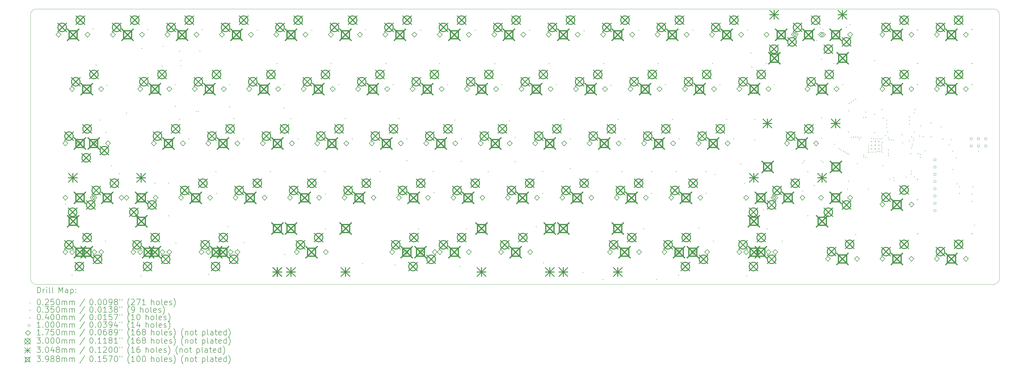
<source format=gbr>
%FSLAX45Y45*%
G04 Gerber Fmt 4.5, Leading zero omitted, Abs format (unit mm)*
G04 Created by KiCad (PCBNEW (6.99.0-1912-g359c99991b)) date 2022-05-28 20:20:29*
%MOMM*%
%LPD*%
G01*
G04 APERTURE LIST*
%TA.AperFunction,Profile*%
%ADD10C,0.100000*%
%TD*%
%ADD11C,0.200000*%
%ADD12C,0.025000*%
%ADD13C,0.035000*%
%ADD14C,0.040000*%
%ADD15C,0.100000*%
%ADD16C,0.175000*%
%ADD17C,0.300000*%
%ADD18C,0.304800*%
%ADD19C,0.398780*%
G04 APERTURE END LIST*
D10*
X33099400Y-9652000D02*
X-387400Y-9652000D01*
X33299400Y-200000D02*
X33299400Y-9452000D01*
X-587400Y-9452000D02*
G75*
G03*
X-387400Y-9652000I200000J0D01*
G01*
X-387400Y0D02*
X33099400Y0D01*
X33099400Y-9652000D02*
G75*
G03*
X33299400Y-9452000I0J200000D01*
G01*
X-387400Y0D02*
G75*
G03*
X-587400Y-200000I0J-200000D01*
G01*
X-587400Y-9452000D02*
X-587400Y-200000D01*
X33299400Y-200000D02*
G75*
G03*
X33099400Y0I-200000J0D01*
G01*
D11*
D12*
X622500Y-6820100D02*
X647500Y-6845100D01*
X647500Y-6820100D02*
X622500Y-6845100D01*
X851100Y-9309300D02*
X876100Y-9334300D01*
X876100Y-9309300D02*
X851100Y-9334300D01*
X1587700Y-673300D02*
X1612700Y-698300D01*
X1612700Y-673300D02*
X1587700Y-698300D01*
X1689300Y-1943300D02*
X1714300Y-1968300D01*
X1714300Y-1943300D02*
X1689300Y-1968300D01*
X1841700Y-3873700D02*
X1866700Y-3898700D01*
X1866700Y-3873700D02*
X1841700Y-3898700D01*
X2019500Y-8115500D02*
X2044500Y-8140500D01*
X2044500Y-8115500D02*
X2019500Y-8140500D01*
X2044900Y-4305500D02*
X2069900Y-4330500D01*
X2069900Y-4305500D02*
X2044900Y-4330500D01*
X2070300Y-2654500D02*
X2095300Y-2679500D01*
X2095300Y-2654500D02*
X2070300Y-2679500D01*
X2222700Y-5473900D02*
X2247700Y-5498900D01*
X2247700Y-5473900D02*
X2222700Y-5498900D01*
X2502100Y-5753300D02*
X2527100Y-5778300D01*
X2527100Y-5753300D02*
X2502100Y-5778300D01*
X2756100Y-3632400D02*
X2781100Y-3657400D01*
X2781100Y-3632400D02*
X2756100Y-3657400D01*
X3264100Y-9334700D02*
X3289100Y-9359700D01*
X3289100Y-9334700D02*
X3264100Y-9359700D01*
X3289500Y-1359100D02*
X3314500Y-1384100D01*
X3314500Y-1359100D02*
X3289500Y-1384100D01*
X3480000Y-2248100D02*
X3505000Y-2273100D01*
X3505000Y-2248100D02*
X3480000Y-2273100D01*
X3492700Y-698700D02*
X3517700Y-723700D01*
X3517700Y-698700D02*
X3492700Y-723700D01*
X3746700Y-6083500D02*
X3771700Y-6108500D01*
X3771700Y-6083500D02*
X3746700Y-6108500D01*
X4000700Y-1981400D02*
X4025700Y-2006400D01*
X4025700Y-1981400D02*
X4000700Y-2006400D01*
X4038800Y-1295600D02*
X4063800Y-1320600D01*
X4063800Y-1295600D02*
X4038800Y-1320600D01*
X4229300Y-6083500D02*
X4254300Y-6108500D01*
X4254300Y-6083500D02*
X4229300Y-6108500D01*
X4229300Y-7226500D02*
X4254300Y-7251500D01*
X4254300Y-7226500D02*
X4229300Y-7251500D01*
X4457900Y-2629100D02*
X4482900Y-2654100D01*
X4482900Y-2629100D02*
X4457900Y-2654100D01*
X4457900Y-3391100D02*
X4482900Y-3416100D01*
X4482900Y-3391100D02*
X4457900Y-3416100D01*
X4483300Y-8191700D02*
X4508300Y-8216700D01*
X4508300Y-8191700D02*
X4483300Y-8216700D01*
X4610300Y-1460700D02*
X4635300Y-1485700D01*
X4635300Y-1460700D02*
X4610300Y-1485700D01*
X4610300Y-3848300D02*
X4635300Y-3873300D01*
X4635300Y-3848300D02*
X4610300Y-3873300D01*
X4648400Y-1790900D02*
X4673400Y-1815900D01*
X4673400Y-1790900D02*
X4648400Y-1815900D01*
X4648400Y-1968700D02*
X4673400Y-1993700D01*
X4673400Y-1968700D02*
X4648400Y-1993700D01*
X4940500Y-4534100D02*
X4965500Y-4559100D01*
X4965500Y-4534100D02*
X4940500Y-4559100D01*
X5194500Y-3581600D02*
X5219500Y-3606600D01*
X5219500Y-3581600D02*
X5194500Y-3606600D01*
X5270700Y-3568900D02*
X5295700Y-3593900D01*
X5295700Y-3568900D02*
X5270700Y-3593900D01*
X5321500Y-1460700D02*
X5346500Y-1485700D01*
X5346500Y-1460700D02*
X5321500Y-1485700D01*
X5397700Y-698700D02*
X5422700Y-723700D01*
X5422700Y-698700D02*
X5397700Y-723700D01*
X5626300Y-9283900D02*
X5651300Y-9308900D01*
X5651300Y-9283900D02*
X5626300Y-9308900D01*
X5880300Y-5677100D02*
X5905300Y-5702100D01*
X5905300Y-5677100D02*
X5880300Y-5702100D01*
X5905700Y-6439100D02*
X5930700Y-6464100D01*
X5930700Y-6439100D02*
X5905700Y-6464100D01*
X6312100Y-7607500D02*
X6337100Y-7632500D01*
X6337100Y-7607500D02*
X6312100Y-7632500D01*
X6362900Y-2629100D02*
X6387900Y-2654100D01*
X6387900Y-2629100D02*
X6362900Y-2654100D01*
X6362900Y-3416500D02*
X6387900Y-3441500D01*
X6387900Y-3416500D02*
X6362900Y-3441500D01*
X6515300Y-3822900D02*
X6540300Y-3847900D01*
X6540300Y-3822900D02*
X6515300Y-3847900D01*
X6845500Y-4534100D02*
X6870500Y-4559100D01*
X6870500Y-4534100D02*
X6845500Y-4559100D01*
X6870900Y-8166300D02*
X6895900Y-8191300D01*
X6895900Y-8166300D02*
X6870900Y-8191300D01*
X7328100Y-724100D02*
X7353100Y-749100D01*
X7353100Y-724100D02*
X7328100Y-749100D01*
X7785300Y-5677100D02*
X7810300Y-5702100D01*
X7810300Y-5677100D02*
X7785300Y-5702100D01*
X8013900Y-1892500D02*
X8038900Y-1917500D01*
X8038900Y-1892500D02*
X8013900Y-1917500D01*
X8267900Y-2629100D02*
X8292900Y-2654100D01*
X8292900Y-2629100D02*
X8267900Y-2654100D01*
X8267900Y-3441900D02*
X8292900Y-3466900D01*
X8292900Y-3441900D02*
X8267900Y-3466900D01*
X8285923Y-8585652D02*
X8310923Y-8610652D01*
X8310923Y-8585652D02*
X8285923Y-8610652D01*
X8496500Y-3822900D02*
X8521500Y-3847900D01*
X8521500Y-3822900D02*
X8496500Y-3847900D01*
X8750500Y-4534100D02*
X8775500Y-4559100D01*
X8775500Y-4534100D02*
X8750500Y-4559100D01*
X9233100Y-724100D02*
X9258100Y-749100D01*
X9258100Y-724100D02*
X9233100Y-749100D01*
X9690300Y-5677100D02*
X9715300Y-5702100D01*
X9715300Y-5677100D02*
X9690300Y-5702100D01*
X9715700Y-6464500D02*
X9740700Y-6489500D01*
X9740700Y-6464500D02*
X9715700Y-6489500D01*
X9715700Y-7683700D02*
X9740700Y-7708700D01*
X9740700Y-7683700D02*
X9715700Y-7708700D01*
X9918900Y-1892500D02*
X9943900Y-1917500D01*
X9943900Y-1892500D02*
X9918900Y-1917500D01*
X10172900Y-2629100D02*
X10197900Y-2654100D01*
X10197900Y-2629100D02*
X10172900Y-2654100D01*
X10401500Y-3822900D02*
X10426500Y-3847900D01*
X10426500Y-3822900D02*
X10401500Y-3847900D01*
X10655500Y-4534100D02*
X10680500Y-4559100D01*
X10680500Y-4534100D02*
X10655500Y-4559100D01*
X11011100Y-8902900D02*
X11036100Y-8927900D01*
X11036100Y-8902900D02*
X11011100Y-8927900D01*
X11112700Y-698700D02*
X11137700Y-723700D01*
X11137700Y-698700D02*
X11112700Y-723700D01*
X11620700Y-5677100D02*
X11645700Y-5702100D01*
X11645700Y-5677100D02*
X11620700Y-5702100D01*
X11823900Y-1892500D02*
X11848900Y-1917500D01*
X11848900Y-1892500D02*
X11823900Y-1917500D01*
X12077900Y-2629100D02*
X12102900Y-2654100D01*
X12102900Y-2629100D02*
X12077900Y-2654100D01*
X12154100Y-8953700D02*
X12179100Y-8978700D01*
X12179100Y-8953700D02*
X12154100Y-8978700D01*
X12281100Y-3822900D02*
X12306100Y-3847900D01*
X12306100Y-3822900D02*
X12281100Y-3847900D01*
X12560500Y-4534100D02*
X12585500Y-4559100D01*
X12585500Y-4534100D02*
X12560500Y-4559100D01*
X12560500Y-5296100D02*
X12585500Y-5321100D01*
X12585500Y-5296100D02*
X12560500Y-5321100D01*
X12966900Y-7683700D02*
X12991900Y-7708700D01*
X12991900Y-7683700D02*
X12966900Y-7708700D01*
X13043100Y-724100D02*
X13068100Y-749100D01*
X13068100Y-724100D02*
X13043100Y-749100D01*
X13474900Y-5677100D02*
X13499900Y-5702100D01*
X13499900Y-5677100D02*
X13474900Y-5702100D01*
X13500300Y-6413700D02*
X13525300Y-6438700D01*
X13525300Y-6413700D02*
X13500300Y-6438700D01*
X13703500Y-1892500D02*
X13728500Y-1917500D01*
X13728500Y-1892500D02*
X13703500Y-1917500D01*
X13982900Y-2629100D02*
X14007900Y-2654100D01*
X14007900Y-2629100D02*
X13982900Y-2654100D01*
X14236900Y-3873700D02*
X14261900Y-3898700D01*
X14261900Y-3873700D02*
X14236900Y-3898700D01*
X14414700Y-9004500D02*
X14439700Y-9029500D01*
X14439700Y-9004500D02*
X14414700Y-9029500D01*
X14465500Y-4534100D02*
X14490500Y-4559100D01*
X14490500Y-4534100D02*
X14465500Y-4559100D01*
X14465500Y-5321500D02*
X14490500Y-5346500D01*
X14490500Y-5321500D02*
X14465500Y-5346500D01*
X14643300Y-7683700D02*
X14668300Y-7708700D01*
X14668300Y-7683700D02*
X14643300Y-7708700D01*
X14948100Y-724100D02*
X14973100Y-749100D01*
X14973100Y-724100D02*
X14948100Y-749100D01*
X15405300Y-5677100D02*
X15430300Y-5702100D01*
X15430300Y-5677100D02*
X15405300Y-5702100D01*
X15633900Y-1892500D02*
X15658900Y-1917500D01*
X15658900Y-1892500D02*
X15633900Y-1917500D01*
X15887900Y-2629100D02*
X15912900Y-2654100D01*
X15912900Y-2629100D02*
X15887900Y-2654100D01*
X16141900Y-3899100D02*
X16166900Y-3924100D01*
X16166900Y-3899100D02*
X16141900Y-3924100D01*
X16345100Y-4483300D02*
X16370100Y-4508300D01*
X16370100Y-4483300D02*
X16345100Y-4508300D01*
X16345100Y-5334200D02*
X16370100Y-5359200D01*
X16370100Y-5334200D02*
X16345100Y-5359200D01*
X16853100Y-724100D02*
X16878100Y-749100D01*
X16878100Y-724100D02*
X16853100Y-749100D01*
X17081700Y-7607500D02*
X17106700Y-7632500D01*
X17106700Y-7607500D02*
X17081700Y-7632500D01*
X17310300Y-5677100D02*
X17335300Y-5702100D01*
X17335300Y-5677100D02*
X17310300Y-5702100D01*
X17310300Y-6439100D02*
X17335300Y-6464100D01*
X17335300Y-6439100D02*
X17310300Y-6464100D01*
X17335700Y-8877500D02*
X17360700Y-8902500D01*
X17360700Y-8877500D02*
X17335700Y-8902500D01*
X17538900Y-1892500D02*
X17563900Y-1917500D01*
X17563900Y-1892500D02*
X17538900Y-1917500D01*
X17792900Y-2629100D02*
X17817900Y-2654100D01*
X17817900Y-2629100D02*
X17792900Y-2654100D01*
X18046900Y-3848300D02*
X18071900Y-3873300D01*
X18071900Y-3848300D02*
X18046900Y-3873300D01*
X18275500Y-4534100D02*
X18300500Y-4559100D01*
X18300500Y-4534100D02*
X18275500Y-4559100D01*
X18275500Y-5575500D02*
X18300500Y-5600500D01*
X18300500Y-5575500D02*
X18275500Y-5600500D01*
X18720000Y-9220400D02*
X18745000Y-9245400D01*
X18745000Y-9220400D02*
X18720000Y-9245400D01*
X18758100Y-749500D02*
X18783100Y-774500D01*
X18783100Y-749500D02*
X18758100Y-774500D01*
X19215300Y-5677100D02*
X19240300Y-5702100D01*
X19240300Y-5677100D02*
X19215300Y-5702100D01*
X19418500Y-9461700D02*
X19443500Y-9486700D01*
X19443500Y-9461700D02*
X19418500Y-9486700D01*
X19443900Y-1892500D02*
X19468900Y-1917500D01*
X19468900Y-1892500D02*
X19443900Y-1917500D01*
X19697900Y-2654500D02*
X19722900Y-2679500D01*
X19722900Y-2654500D02*
X19697900Y-2679500D01*
X19951900Y-3848300D02*
X19976900Y-3873300D01*
X19976900Y-3848300D02*
X19951900Y-3873300D01*
X20078900Y-5677100D02*
X20103900Y-5702100D01*
X20103900Y-5677100D02*
X20078900Y-5702100D01*
X20180500Y-4534100D02*
X20205500Y-4559100D01*
X20205500Y-4534100D02*
X20180500Y-4559100D01*
X20663100Y-724100D02*
X20688100Y-749100D01*
X20688100Y-724100D02*
X20663100Y-749100D01*
X20840900Y-7683700D02*
X20865900Y-7708700D01*
X20865900Y-7683700D02*
X20840900Y-7708700D01*
X21120300Y-5677100D02*
X21145300Y-5702100D01*
X21145300Y-5677100D02*
X21120300Y-5702100D01*
X21120300Y-6439100D02*
X21145300Y-6464100D01*
X21145300Y-6439100D02*
X21120300Y-6464100D01*
X21298100Y-9461700D02*
X21323100Y-9486700D01*
X21323100Y-9461700D02*
X21298100Y-9486700D01*
X21348900Y-1892500D02*
X21373900Y-1917500D01*
X21373900Y-1892500D02*
X21348900Y-1917500D01*
X21602900Y-2629100D02*
X21627900Y-2654100D01*
X21627900Y-2629100D02*
X21602900Y-2654100D01*
X21856900Y-3848300D02*
X21881900Y-3873300D01*
X21881900Y-3848300D02*
X21856900Y-3873300D01*
X21983900Y-5677100D02*
X22008900Y-5702100D01*
X22008900Y-5677100D02*
X21983900Y-5702100D01*
X22060100Y-9309300D02*
X22085100Y-9334300D01*
X22085100Y-9309300D02*
X22060100Y-9334300D01*
X22085500Y-4534100D02*
X22110500Y-4559100D01*
X22110500Y-4534100D02*
X22085500Y-4559100D01*
X22568100Y-724100D02*
X22593100Y-749100D01*
X22593100Y-724100D02*
X22568100Y-749100D01*
X22771300Y-7658300D02*
X22796300Y-7683300D01*
X22796300Y-7658300D02*
X22771300Y-7683300D01*
X23025300Y-5677100D02*
X23050300Y-5702100D01*
X23050300Y-5677100D02*
X23025300Y-5702100D01*
X23025300Y-6439100D02*
X23050300Y-6464100D01*
X23050300Y-6439100D02*
X23025300Y-6464100D01*
X23253900Y-1892500D02*
X23278900Y-1917500D01*
X23278900Y-1892500D02*
X23253900Y-1917500D01*
X23279300Y-8115500D02*
X23304300Y-8140500D01*
X23304300Y-8115500D02*
X23279300Y-8140500D01*
X23342800Y-5778700D02*
X23367800Y-5803700D01*
X23367800Y-5778700D02*
X23342800Y-5803700D01*
X23507900Y-2629100D02*
X23532900Y-2654100D01*
X23532900Y-2629100D02*
X23507900Y-2654100D01*
X23736500Y-3848300D02*
X23761500Y-3873300D01*
X23761500Y-3848300D02*
X23736500Y-3873300D01*
X23990500Y-4534100D02*
X24015500Y-4559100D01*
X24015500Y-4534100D02*
X23990500Y-4559100D01*
X24244500Y-5410400D02*
X24269500Y-5435400D01*
X24269500Y-5410400D02*
X24244500Y-5435400D01*
X24371500Y-6083500D02*
X24396500Y-6108500D01*
X24396500Y-6083500D02*
X24371500Y-6108500D01*
X24447700Y-9334700D02*
X24472700Y-9359700D01*
X24472700Y-9334700D02*
X24447700Y-9359700D01*
X24473100Y-724100D02*
X24498100Y-749100D01*
X24498100Y-724100D02*
X24473100Y-749100D01*
X24600100Y-1524200D02*
X24625100Y-1549200D01*
X24625100Y-1524200D02*
X24600100Y-1549200D01*
X24625500Y-2019500D02*
X24650500Y-2044500D01*
X24650500Y-2019500D02*
X24625500Y-2044500D01*
X24727100Y-3861000D02*
X24752100Y-3886000D01*
X24752100Y-3861000D02*
X24727100Y-3886000D01*
X24727100Y-4572200D02*
X24752100Y-4597200D01*
X24752100Y-4572200D02*
X24727100Y-4597200D01*
X25031900Y-7023300D02*
X25056900Y-7048300D01*
X25056900Y-7023300D02*
X25031900Y-7048300D01*
X25133500Y-1892500D02*
X25158500Y-1917500D01*
X25158500Y-1892500D02*
X25133500Y-1917500D01*
X25158900Y-7683700D02*
X25183900Y-7708700D01*
X25183900Y-7683700D02*
X25158900Y-7708700D01*
X25412900Y-2629100D02*
X25437900Y-2654100D01*
X25437900Y-2629100D02*
X25412900Y-2654100D01*
X25692300Y-8115500D02*
X25717300Y-8140500D01*
X25717300Y-8115500D02*
X25692300Y-8140500D01*
X26403500Y-5385000D02*
X26428500Y-5410000D01*
X26428500Y-5385000D02*
X26403500Y-5410000D01*
X26403500Y-6362900D02*
X26428500Y-6387900D01*
X26428500Y-6362900D02*
X26403500Y-6387900D01*
X26454300Y-5308800D02*
X26479300Y-5333800D01*
X26479300Y-5308800D02*
X26454300Y-5333800D01*
X26581300Y-5677100D02*
X26606300Y-5702100D01*
X26606300Y-5677100D02*
X26581300Y-5702100D01*
X26581300Y-7226500D02*
X26606300Y-7251500D01*
X26606300Y-7226500D02*
X26581300Y-7251500D01*
X26809900Y-6159700D02*
X26834900Y-6184700D01*
X26834900Y-6159700D02*
X26809900Y-6184700D01*
X26886100Y-1079700D02*
X26911100Y-1104700D01*
X26911100Y-1079700D02*
X26886100Y-1104700D01*
X27013100Y-622500D02*
X27038100Y-647500D01*
X27038100Y-622500D02*
X27013100Y-647500D01*
X27051200Y-5308800D02*
X27076200Y-5333800D01*
X27076200Y-5308800D02*
X27051200Y-5333800D01*
X27063900Y-1740100D02*
X27088900Y-1765100D01*
X27088900Y-1740100D02*
X27063900Y-1765100D01*
X27063900Y-3797500D02*
X27088900Y-3822500D01*
X27088900Y-3797500D02*
X27063900Y-3822500D01*
X27063900Y-4508700D02*
X27088900Y-4533700D01*
X27088900Y-4508700D02*
X27063900Y-4533700D01*
X27114700Y-698700D02*
X27139700Y-723700D01*
X27139700Y-698700D02*
X27114700Y-723700D01*
X27114700Y-5346900D02*
X27139700Y-5371900D01*
X27139700Y-5346900D02*
X27114700Y-5371900D01*
X27495700Y-1892500D02*
X27520700Y-1917500D01*
X27520700Y-1892500D02*
X27495700Y-1917500D01*
X27508400Y-4724600D02*
X27533400Y-4749600D01*
X27533400Y-4724600D02*
X27508400Y-4749600D01*
X27673500Y-4877000D02*
X27698500Y-4902000D01*
X27698500Y-4877000D02*
X27673500Y-4902000D01*
X27737000Y-4927800D02*
X27762000Y-4952800D01*
X27762000Y-4927800D02*
X27737000Y-4952800D01*
X27800500Y-2629100D02*
X27825500Y-2654100D01*
X27825500Y-2629100D02*
X27800500Y-2654100D01*
X27825900Y-4965900D02*
X27850900Y-4990900D01*
X27850900Y-4965900D02*
X27825900Y-4990900D01*
X27889400Y-5004000D02*
X27914400Y-5029000D01*
X27914400Y-5004000D02*
X27889400Y-5029000D01*
X27927500Y-622500D02*
X27952500Y-647500D01*
X27952500Y-622500D02*
X27927500Y-647500D01*
X27952900Y-5042100D02*
X27977900Y-5067100D01*
X27977900Y-5042100D02*
X27952900Y-5067100D01*
X27965600Y-6299400D02*
X27990600Y-6324400D01*
X27990600Y-6299400D02*
X27965600Y-6324400D01*
X28003700Y-4292800D02*
X28028700Y-4317800D01*
X28028700Y-4292800D02*
X28003700Y-4317800D01*
X28015351Y-6021804D02*
X28040351Y-6046804D01*
X28040351Y-6021804D02*
X28015351Y-6046804D01*
X28016400Y-3556200D02*
X28041400Y-3581200D01*
X28041400Y-3556200D02*
X28016400Y-3581200D01*
X28016400Y-5067500D02*
X28041400Y-5092500D01*
X28041400Y-5067500D02*
X28016400Y-5092500D01*
X28029100Y-3289500D02*
X28054100Y-3314500D01*
X28054100Y-3289500D02*
X28029100Y-3314500D01*
X28054500Y-520900D02*
X28079500Y-545900D01*
X28079500Y-520900D02*
X28054500Y-545900D01*
X28105300Y-3238700D02*
X28130300Y-3263700D01*
X28130300Y-3238700D02*
X28105300Y-3263700D01*
X28105300Y-4483300D02*
X28130300Y-4508300D01*
X28130300Y-4483300D02*
X28105300Y-4508300D01*
X28181500Y-3187900D02*
X28206500Y-3212900D01*
X28206500Y-3187900D02*
X28181500Y-3212900D01*
X28181500Y-4470600D02*
X28206500Y-4495600D01*
X28206500Y-4470600D02*
X28181500Y-4495600D01*
X28257700Y-3137100D02*
X28282700Y-3162100D01*
X28282700Y-3137100D02*
X28257700Y-3162100D01*
X28257700Y-4470600D02*
X28282700Y-4495600D01*
X28282700Y-4470600D02*
X28257700Y-4495600D01*
X28257700Y-7886900D02*
X28282700Y-7911900D01*
X28282700Y-7886900D02*
X28257700Y-7911900D01*
X28321200Y-5397700D02*
X28346200Y-5422700D01*
X28346200Y-5397700D02*
X28321200Y-5422700D01*
X28333900Y-4470600D02*
X28358900Y-4495600D01*
X28358900Y-4470600D02*
X28333900Y-4495600D01*
X28384700Y-4534100D02*
X28409700Y-4559100D01*
X28409700Y-4534100D02*
X28384700Y-4559100D01*
X28435500Y-4483300D02*
X28460500Y-4508300D01*
X28460500Y-4483300D02*
X28435500Y-4508300D01*
X28537100Y-3784800D02*
X28562100Y-3809800D01*
X28562100Y-3784800D02*
X28537100Y-3809800D01*
X28537100Y-5105600D02*
X28562100Y-5130600D01*
X28562100Y-5105600D02*
X28537100Y-5130600D01*
X28537100Y-5181800D02*
X28562100Y-5206800D01*
X28562100Y-5181800D02*
X28537100Y-5206800D01*
X28600600Y-3594300D02*
X28625600Y-3619300D01*
X28625600Y-3594300D02*
X28600600Y-3619300D01*
X28613300Y-3784800D02*
X28638300Y-3809800D01*
X28638300Y-3784800D02*
X28613300Y-3809800D01*
X28613300Y-5181800D02*
X28638300Y-5206800D01*
X28638300Y-5181800D02*
X28613300Y-5206800D01*
X28701987Y-4936119D02*
X28726987Y-4961119D01*
X28726987Y-4936119D02*
X28701987Y-4961119D01*
X28702200Y-4788100D02*
X28727200Y-4813100D01*
X28727200Y-4788100D02*
X28702200Y-4813100D01*
X28702200Y-4864300D02*
X28727200Y-4889300D01*
X28727200Y-4864300D02*
X28702200Y-4889300D01*
X28702200Y-6299400D02*
X28727200Y-6324400D01*
X28727200Y-6299400D02*
X28702200Y-6324400D01*
X28703358Y-5007764D02*
X28728358Y-5032764D01*
X28728358Y-5007764D02*
X28703358Y-5032764D01*
X28778400Y-5004000D02*
X28803400Y-5029000D01*
X28803400Y-5004000D02*
X28778400Y-5029000D01*
X28803800Y-4521400D02*
X28828800Y-4546400D01*
X28828800Y-4521400D02*
X28803800Y-4546400D01*
X28854600Y-5004000D02*
X28879600Y-5029000D01*
X28879600Y-5004000D02*
X28854600Y-5029000D01*
X28880000Y-4534100D02*
X28905000Y-4559100D01*
X28905000Y-4534100D02*
X28880000Y-4559100D01*
X28918100Y-1790900D02*
X28943100Y-1815900D01*
X28943100Y-1790900D02*
X28918100Y-1815900D01*
X28918100Y-3670500D02*
X28943100Y-3695500D01*
X28943100Y-3670500D02*
X28918100Y-3695500D01*
X28918100Y-4318200D02*
X28943100Y-4343200D01*
X28943100Y-4318200D02*
X28918100Y-4343200D01*
X28956200Y-4534100D02*
X28981200Y-4559100D01*
X28981200Y-4534100D02*
X28956200Y-4559100D01*
X28956200Y-5004000D02*
X28981200Y-5029000D01*
X28981200Y-5004000D02*
X28956200Y-5029000D01*
X29026035Y-4978212D02*
X29051035Y-5003212D01*
X29051035Y-4978212D02*
X29026035Y-5003212D01*
X29032400Y-4534100D02*
X29057400Y-4559100D01*
X29057400Y-4534100D02*
X29032400Y-4559100D01*
X29095900Y-4978600D02*
X29120900Y-5003600D01*
X29120900Y-4978600D02*
X29095900Y-5003600D01*
X29108600Y-4534100D02*
X29133600Y-4559100D01*
X29133600Y-4534100D02*
X29108600Y-4559100D01*
X29159400Y-4724600D02*
X29184400Y-4749600D01*
X29184400Y-4724600D02*
X29159400Y-4749600D01*
X29159400Y-4800800D02*
X29184400Y-4825800D01*
X29184400Y-4800800D02*
X29159400Y-4825800D01*
X29159400Y-4940500D02*
X29184400Y-4965500D01*
X29184400Y-4940500D02*
X29159400Y-4965500D01*
X29172100Y-3505400D02*
X29197100Y-3530400D01*
X29197100Y-3505400D02*
X29172100Y-3530400D01*
X29184800Y-4521400D02*
X29209800Y-4546400D01*
X29209800Y-4521400D02*
X29184800Y-4546400D01*
X29184800Y-4661100D02*
X29209800Y-4686100D01*
X29209800Y-4661100D02*
X29184800Y-4686100D01*
X29184800Y-4864300D02*
X29209800Y-4889300D01*
X29209800Y-4864300D02*
X29184800Y-4889300D01*
X29184800Y-5004000D02*
X29209800Y-5029000D01*
X29209800Y-5004000D02*
X29184800Y-5029000D01*
X29210200Y-5473900D02*
X29235200Y-5498900D01*
X29235200Y-5473900D02*
X29210200Y-5498900D01*
X29222900Y-3810200D02*
X29247900Y-3835200D01*
X29247900Y-3810200D02*
X29222900Y-3835200D01*
X29286400Y-4419800D02*
X29311400Y-4444800D01*
X29311400Y-4419800D02*
X29286400Y-4444800D01*
X29337200Y-3886400D02*
X29362200Y-3911400D01*
X29362200Y-3886400D02*
X29337200Y-3911400D01*
X29337200Y-4013400D02*
X29362200Y-4038400D01*
X29362200Y-4013400D02*
X29337200Y-4038400D01*
X29337200Y-4140400D02*
X29362200Y-4165400D01*
X29362200Y-4140400D02*
X29337200Y-4165400D01*
X29375300Y-4292800D02*
X29400300Y-4317800D01*
X29400300Y-4292800D02*
X29375300Y-4317800D01*
X29400700Y-4496000D02*
X29425700Y-4521000D01*
X29425700Y-4496000D02*
X29400700Y-4521000D01*
X29400700Y-4927800D02*
X29425700Y-4952800D01*
X29425700Y-4927800D02*
X29400700Y-4952800D01*
X29400700Y-5042100D02*
X29425700Y-5067100D01*
X29425700Y-5042100D02*
X29400700Y-5067100D01*
X29400700Y-5118300D02*
X29425700Y-5143300D01*
X29425700Y-5118300D02*
X29400700Y-5143300D01*
X29426100Y-4559500D02*
X29451100Y-4584500D01*
X29451100Y-4559500D02*
X29426100Y-4584500D01*
X29451500Y-5943800D02*
X29476500Y-5968800D01*
X29476500Y-5943800D02*
X29451500Y-5968800D01*
X29515000Y-4559500D02*
X29540000Y-4584500D01*
X29540000Y-4559500D02*
X29515000Y-4584500D01*
X29578500Y-5893000D02*
X29603500Y-5918000D01*
X29603500Y-5893000D02*
X29578500Y-5918000D01*
X29591200Y-4584900D02*
X29616200Y-4609900D01*
X29616200Y-4584900D02*
X29591200Y-4609900D01*
X29603900Y-5981900D02*
X29628900Y-6006900D01*
X29628900Y-5981900D02*
X29603900Y-6006900D01*
X29883300Y-4394400D02*
X29908300Y-4419400D01*
X29908300Y-4394400D02*
X29883300Y-4419400D01*
X29896000Y-4673800D02*
X29921000Y-4698800D01*
X29921000Y-4673800D02*
X29896000Y-4698800D01*
X30023000Y-5880300D02*
X30048000Y-5905300D01*
X30048000Y-5880300D02*
X30023000Y-5905300D01*
X30124600Y-4610300D02*
X30149600Y-4635300D01*
X30149600Y-4610300D02*
X30124600Y-4635300D01*
X30137300Y-3759400D02*
X30162300Y-3784400D01*
X30162300Y-3759400D02*
X30137300Y-3784400D01*
X30137300Y-3886400D02*
X30162300Y-3911400D01*
X30162300Y-3886400D02*
X30137300Y-3911400D01*
X30137300Y-4013400D02*
X30162300Y-4038400D01*
X30162300Y-4013400D02*
X30137300Y-4038400D01*
X30188100Y-5054800D02*
X30213100Y-5079800D01*
X30213100Y-5054800D02*
X30188100Y-5079800D01*
X30200800Y-4864300D02*
X30225800Y-4889300D01*
X30225800Y-4864300D02*
X30200800Y-4889300D01*
X30200800Y-5664400D02*
X30225800Y-5689400D01*
X30225800Y-5664400D02*
X30200800Y-5689400D01*
X30200800Y-5766000D02*
X30225800Y-5791000D01*
X30225800Y-5766000D02*
X30200800Y-5791000D01*
X30213500Y-4457900D02*
X30238500Y-4482900D01*
X30238500Y-4457900D02*
X30213500Y-4482900D01*
X30226200Y-4800800D02*
X30251200Y-4825800D01*
X30251200Y-4800800D02*
X30226200Y-4825800D01*
X30238900Y-4724600D02*
X30263900Y-4749600D01*
X30263900Y-4724600D02*
X30238900Y-4749600D01*
X30277000Y-4521400D02*
X30302000Y-4546400D01*
X30302000Y-4521400D02*
X30277000Y-4546400D01*
X30277000Y-4597600D02*
X30302000Y-4622600D01*
X30302000Y-4597600D02*
X30277000Y-4622600D01*
X30302400Y-3619700D02*
X30327400Y-3644700D01*
X30327400Y-3619700D02*
X30302400Y-3644700D01*
X30302400Y-4292800D02*
X30327400Y-4317800D01*
X30327400Y-4292800D02*
X30302400Y-4317800D01*
X30302400Y-5867600D02*
X30327400Y-5892600D01*
X30327400Y-5867600D02*
X30302400Y-5892600D01*
X30340500Y-3505400D02*
X30365500Y-3530400D01*
X30365500Y-3505400D02*
X30340500Y-3530400D01*
X30442100Y-5054800D02*
X30467100Y-5079800D01*
X30467100Y-5054800D02*
X30442100Y-5079800D01*
X30492900Y-4432500D02*
X30517900Y-4457500D01*
X30517900Y-4432500D02*
X30492900Y-4457500D01*
X30518300Y-5080200D02*
X30543300Y-5105200D01*
X30543300Y-5080200D02*
X30518300Y-5105200D01*
X30518300Y-5181800D02*
X30543300Y-5206800D01*
X30543300Y-5181800D02*
X30518300Y-5206800D01*
X30531000Y-4089600D02*
X30556000Y-4114600D01*
X30556000Y-4089600D02*
X30531000Y-4114600D01*
X30619900Y-4457900D02*
X30644900Y-4482900D01*
X30644900Y-4457900D02*
X30619900Y-4482900D01*
X30683400Y-4953200D02*
X30708400Y-4978200D01*
X30708400Y-4953200D02*
X30683400Y-4978200D01*
X30899300Y-3975300D02*
X30924300Y-4000300D01*
X30924300Y-3975300D02*
X30899300Y-4000300D01*
X30899300Y-4457900D02*
X30924300Y-4482900D01*
X30924300Y-4457900D02*
X30899300Y-4482900D01*
X31242200Y-4115000D02*
X31267200Y-4140000D01*
X31267200Y-4115000D02*
X31242200Y-4140000D01*
X31305700Y-4534100D02*
X31330700Y-4559100D01*
X31330700Y-4534100D02*
X31305700Y-4559100D01*
X31521600Y-4750000D02*
X31546600Y-4775000D01*
X31546600Y-4750000D02*
X31521600Y-4775000D01*
X31597800Y-4559500D02*
X31622800Y-4584500D01*
X31622800Y-4559500D02*
X31597800Y-4584500D01*
X31648600Y-4965900D02*
X31673600Y-4990900D01*
X31673600Y-4965900D02*
X31648600Y-4990900D01*
X31648600Y-5613600D02*
X31673600Y-5638600D01*
X31673600Y-5613600D02*
X31648600Y-5638600D01*
X31775600Y-5194500D02*
X31800600Y-5219500D01*
X31800600Y-5194500D02*
X31775600Y-5219500D01*
X31801000Y-6108900D02*
X31826000Y-6133900D01*
X31826000Y-6108900D02*
X31801000Y-6133900D01*
X31889900Y-6210500D02*
X31914900Y-6235500D01*
X31914900Y-6210500D02*
X31889900Y-6235500D01*
X31889900Y-6451800D02*
X31914900Y-6476800D01*
X31914900Y-6451800D02*
X31889900Y-6476800D01*
X32321700Y-6477200D02*
X32346700Y-6502200D01*
X32346700Y-6477200D02*
X32321700Y-6502200D01*
X32321700Y-6718500D02*
X32346700Y-6743500D01*
X32346700Y-6718500D02*
X32321700Y-6743500D01*
X32347100Y-6210500D02*
X32372100Y-6235500D01*
X32372100Y-6210500D02*
X32347100Y-6235500D01*
X32410600Y-7556700D02*
X32435600Y-7581700D01*
X32435600Y-7556700D02*
X32410600Y-7581700D01*
X32550300Y-4965900D02*
X32575300Y-4990900D01*
X32575300Y-4965900D02*
X32550300Y-4990900D01*
D13*
X28846000Y-4647700D02*
G75*
G03*
X28846000Y-4647700I-17500J0D01*
G01*
X28846000Y-4775200D02*
G75*
G03*
X28846000Y-4775200I-17500J0D01*
G01*
X28846000Y-4902700D02*
G75*
G03*
X28846000Y-4902700I-17500J0D01*
G01*
X28973500Y-4647700D02*
G75*
G03*
X28973500Y-4647700I-17500J0D01*
G01*
X28973500Y-4775200D02*
G75*
G03*
X28973500Y-4775200I-17500J0D01*
G01*
X28973500Y-4902700D02*
G75*
G03*
X28973500Y-4902700I-17500J0D01*
G01*
X29101000Y-4647700D02*
G75*
G03*
X29101000Y-4647700I-17500J0D01*
G01*
X29101000Y-4775200D02*
G75*
G03*
X29101000Y-4775200I-17500J0D01*
G01*
X29101000Y-4902700D02*
G75*
G03*
X29101000Y-4902700I-17500J0D01*
G01*
D14*
X30429200Y-716600D02*
X30429200Y-756600D01*
X30409200Y-736600D02*
X30449200Y-736600D01*
X30429200Y-1885000D02*
X30429200Y-1925000D01*
X30409200Y-1905000D02*
X30449200Y-1905000D01*
X30429200Y-2621600D02*
X30429200Y-2661600D01*
X30409200Y-2641600D02*
X30449200Y-2641600D01*
X30429200Y-5949000D02*
X30429200Y-5989000D01*
X30409200Y-5969000D02*
X30449200Y-5969000D01*
X30429200Y-6660200D02*
X30429200Y-6700200D01*
X30409200Y-6680200D02*
X30449200Y-6680200D01*
X30429200Y-7854000D02*
X30429200Y-7894000D01*
X30409200Y-7874000D02*
X30449200Y-7874000D01*
X32334200Y-691200D02*
X32334200Y-731200D01*
X32314200Y-711200D02*
X32354200Y-711200D01*
X32334200Y-1885000D02*
X32334200Y-1925000D01*
X32314200Y-1905000D02*
X32354200Y-1905000D01*
X32334200Y-2621600D02*
X32334200Y-2661600D01*
X32314200Y-2641600D02*
X32354200Y-2641600D01*
X32334200Y-7854000D02*
X32334200Y-7894000D01*
X32314200Y-7874000D02*
X32354200Y-7874000D01*
D15*
X31074156Y-5318556D02*
X31074156Y-5247844D01*
X31003444Y-5247844D01*
X31003444Y-5318556D01*
X31074156Y-5318556D01*
X31074156Y-5572556D02*
X31074156Y-5501844D01*
X31003444Y-5501844D01*
X31003444Y-5572556D01*
X31074156Y-5572556D01*
X31074156Y-5826556D02*
X31074156Y-5755844D01*
X31003444Y-5755844D01*
X31003444Y-5826556D01*
X31074156Y-5826556D01*
X31074156Y-6080556D02*
X31074156Y-6009844D01*
X31003444Y-6009844D01*
X31003444Y-6080556D01*
X31074156Y-6080556D01*
X31074156Y-6334556D02*
X31074156Y-6263844D01*
X31003444Y-6263844D01*
X31003444Y-6334556D01*
X31074156Y-6334556D01*
X31074156Y-6588556D02*
X31074156Y-6517844D01*
X31003444Y-6517844D01*
X31003444Y-6588556D01*
X31074156Y-6588556D01*
X31074156Y-6842556D02*
X31074156Y-6771844D01*
X31003444Y-6771844D01*
X31003444Y-6842556D01*
X31074156Y-6842556D01*
X31074156Y-7096556D02*
X31074156Y-7025844D01*
X31003444Y-7025844D01*
X31003444Y-7096556D01*
X31074156Y-7096556D01*
X32345306Y-4581956D02*
X32345306Y-4511244D01*
X32274594Y-4511244D01*
X32274594Y-4581956D01*
X32345306Y-4581956D01*
X32345306Y-4835956D02*
X32345306Y-4765244D01*
X32274594Y-4765244D01*
X32274594Y-4835956D01*
X32345306Y-4835956D01*
X32599306Y-4581956D02*
X32599306Y-4511244D01*
X32528594Y-4511244D01*
X32528594Y-4581956D01*
X32599306Y-4581956D01*
X32599306Y-4835956D02*
X32599306Y-4765244D01*
X32528594Y-4765244D01*
X32528594Y-4835956D01*
X32599306Y-4835956D01*
X32853306Y-4581956D02*
X32853306Y-4511244D01*
X32782594Y-4511244D01*
X32782594Y-4581956D01*
X32853306Y-4581956D01*
X32853306Y-4835956D02*
X32853306Y-4765244D01*
X32782594Y-4765244D01*
X32782594Y-4835956D01*
X32853306Y-4835956D01*
D16*
X392000Y-987500D02*
X479500Y-900000D01*
X392000Y-812500D01*
X304500Y-900000D01*
X392000Y-987500D01*
X630125Y-4797500D02*
X717625Y-4710000D01*
X630125Y-4622500D01*
X542625Y-4710000D01*
X630125Y-4797500D01*
X630125Y-6702500D02*
X717625Y-6615000D01*
X630125Y-6527500D01*
X542625Y-6615000D01*
X630125Y-6702500D01*
X630125Y-8607500D02*
X717625Y-8520000D01*
X630125Y-8432500D01*
X542625Y-8520000D01*
X630125Y-8607500D01*
X868250Y-2892500D02*
X955750Y-2805000D01*
X868250Y-2717500D01*
X780750Y-2805000D01*
X868250Y-2892500D01*
X868250Y-8607500D02*
X955750Y-8520000D01*
X868250Y-8432500D01*
X780750Y-8520000D01*
X868250Y-8607500D01*
X1106375Y-4797500D02*
X1193875Y-4710000D01*
X1106375Y-4622500D01*
X1018875Y-4710000D01*
X1106375Y-4797500D01*
X1408000Y-987500D02*
X1495500Y-900000D01*
X1408000Y-812500D01*
X1320500Y-900000D01*
X1408000Y-987500D01*
X1582625Y-6702500D02*
X1670125Y-6615000D01*
X1582625Y-6527500D01*
X1495125Y-6615000D01*
X1582625Y-6702500D01*
X1646125Y-4797500D02*
X1733625Y-4710000D01*
X1646125Y-4622500D01*
X1558625Y-4710000D01*
X1646125Y-4797500D01*
X1646125Y-6702500D02*
X1733625Y-6615000D01*
X1646125Y-6527500D01*
X1558625Y-6615000D01*
X1646125Y-6702500D01*
X1646125Y-8607500D02*
X1733625Y-8520000D01*
X1646125Y-8432500D01*
X1558625Y-8520000D01*
X1646125Y-8607500D01*
X1884250Y-2892500D02*
X1971750Y-2805000D01*
X1884250Y-2717500D01*
X1796750Y-2805000D01*
X1884250Y-2892500D01*
X1884250Y-8607500D02*
X1971750Y-8520000D01*
X1884250Y-8432500D01*
X1796750Y-8520000D01*
X1884250Y-8607500D01*
X2122375Y-4797500D02*
X2209875Y-4710000D01*
X2122375Y-4622500D01*
X2034875Y-4710000D01*
X2122375Y-4797500D01*
X2297000Y-987500D02*
X2384500Y-900000D01*
X2297000Y-812500D01*
X2209500Y-900000D01*
X2297000Y-987500D01*
X2598625Y-6702500D02*
X2686125Y-6615000D01*
X2598625Y-6527500D01*
X2511125Y-6615000D01*
X2598625Y-6702500D01*
X2773250Y-6702500D02*
X2860750Y-6615000D01*
X2773250Y-6527500D01*
X2685750Y-6615000D01*
X2773250Y-6702500D01*
X3011375Y-8607500D02*
X3098875Y-8520000D01*
X3011375Y-8432500D01*
X2923875Y-8520000D01*
X3011375Y-8607500D01*
X3249500Y-2892500D02*
X3337000Y-2805000D01*
X3249500Y-2717500D01*
X3162000Y-2805000D01*
X3249500Y-2892500D01*
X3249500Y-8607500D02*
X3337000Y-8520000D01*
X3249500Y-8432500D01*
X3162000Y-8520000D01*
X3249500Y-8607500D01*
X3313000Y-987500D02*
X3400500Y-900000D01*
X3313000Y-812500D01*
X3225500Y-900000D01*
X3313000Y-987500D01*
X3725750Y-4797500D02*
X3813250Y-4710000D01*
X3725750Y-4622500D01*
X3638250Y-4710000D01*
X3725750Y-4797500D01*
X3789250Y-6702500D02*
X3876750Y-6615000D01*
X3789250Y-6527500D01*
X3701750Y-6615000D01*
X3789250Y-6702500D01*
X4027375Y-8607500D02*
X4114875Y-8520000D01*
X4027375Y-8432500D01*
X3939875Y-8520000D01*
X4027375Y-8607500D01*
X4202000Y-987500D02*
X4289500Y-900000D01*
X4202000Y-812500D01*
X4114500Y-900000D01*
X4202000Y-987500D01*
X4265500Y-2892500D02*
X4353000Y-2805000D01*
X4265500Y-2717500D01*
X4178000Y-2805000D01*
X4265500Y-2892500D01*
X4265500Y-8607500D02*
X4353000Y-8520000D01*
X4265500Y-8432500D01*
X4178000Y-8520000D01*
X4265500Y-8607500D01*
X4678250Y-6702500D02*
X4765750Y-6615000D01*
X4678250Y-6527500D01*
X4590750Y-6615000D01*
X4678250Y-6702500D01*
X4741750Y-4797500D02*
X4829250Y-4710000D01*
X4741750Y-4622500D01*
X4654250Y-4710000D01*
X4741750Y-4797500D01*
X5154500Y-2892500D02*
X5242000Y-2805000D01*
X5154500Y-2717500D01*
X5067000Y-2805000D01*
X5154500Y-2892500D01*
X5218000Y-987500D02*
X5305500Y-900000D01*
X5218000Y-812500D01*
X5130500Y-900000D01*
X5218000Y-987500D01*
X5392625Y-8607500D02*
X5480125Y-8520000D01*
X5392625Y-8432500D01*
X5305125Y-8520000D01*
X5392625Y-8607500D01*
X5630750Y-4797500D02*
X5718250Y-4710000D01*
X5630750Y-4622500D01*
X5543250Y-4710000D01*
X5630750Y-4797500D01*
X5630750Y-8607500D02*
X5718250Y-8520000D01*
X5630750Y-8432500D01*
X5543250Y-8520000D01*
X5630750Y-8607500D01*
X5694250Y-6702500D02*
X5781750Y-6615000D01*
X5694250Y-6527500D01*
X5606750Y-6615000D01*
X5694250Y-6702500D01*
X6107000Y-987500D02*
X6194500Y-900000D01*
X6107000Y-812500D01*
X6019500Y-900000D01*
X6107000Y-987500D01*
X6170500Y-2892500D02*
X6258000Y-2805000D01*
X6170500Y-2717500D01*
X6083000Y-2805000D01*
X6170500Y-2892500D01*
X6408625Y-8607500D02*
X6496125Y-8520000D01*
X6408625Y-8432500D01*
X6321125Y-8520000D01*
X6408625Y-8607500D01*
X6583250Y-6702500D02*
X6670750Y-6615000D01*
X6583250Y-6527500D01*
X6495750Y-6615000D01*
X6583250Y-6702500D01*
X6646750Y-4797500D02*
X6734250Y-4710000D01*
X6646750Y-4622500D01*
X6559250Y-4710000D01*
X6646750Y-4797500D01*
X6646750Y-8607500D02*
X6734250Y-8520000D01*
X6646750Y-8432500D01*
X6559250Y-8520000D01*
X6646750Y-8607500D01*
X7059500Y-2892500D02*
X7147000Y-2805000D01*
X7059500Y-2717500D01*
X6972000Y-2805000D01*
X7059500Y-2892500D01*
X7123000Y-987500D02*
X7210500Y-900000D01*
X7123000Y-812500D01*
X7035500Y-900000D01*
X7123000Y-987500D01*
X7535750Y-4797500D02*
X7623250Y-4710000D01*
X7535750Y-4622500D01*
X7448250Y-4710000D01*
X7535750Y-4797500D01*
X7599250Y-6702500D02*
X7686750Y-6615000D01*
X7599250Y-6527500D01*
X7511750Y-6615000D01*
X7599250Y-6702500D01*
X8012000Y-987500D02*
X8099500Y-900000D01*
X8012000Y-812500D01*
X7924500Y-900000D01*
X8012000Y-987500D01*
X8075500Y-2892500D02*
X8163000Y-2805000D01*
X8075500Y-2717500D01*
X7988000Y-2805000D01*
X8075500Y-2892500D01*
X8488250Y-6702500D02*
X8575750Y-6615000D01*
X8488250Y-6527500D01*
X8400750Y-6615000D01*
X8488250Y-6702500D01*
X8551750Y-4797500D02*
X8639250Y-4710000D01*
X8551750Y-4622500D01*
X8464250Y-4710000D01*
X8551750Y-4797500D01*
X8726375Y-8607500D02*
X8813875Y-8520000D01*
X8726375Y-8432500D01*
X8638875Y-8520000D01*
X8726375Y-8607500D01*
X8964500Y-2892500D02*
X9052000Y-2805000D01*
X8964500Y-2717500D01*
X8877000Y-2805000D01*
X8964500Y-2892500D01*
X9028000Y-987500D02*
X9115500Y-900000D01*
X9028000Y-812500D01*
X8940500Y-900000D01*
X9028000Y-987500D01*
X9440750Y-4797500D02*
X9528250Y-4710000D01*
X9440750Y-4622500D01*
X9353250Y-4710000D01*
X9440750Y-4797500D01*
X9504250Y-6702500D02*
X9591750Y-6615000D01*
X9504250Y-6527500D01*
X9416750Y-6615000D01*
X9504250Y-6702500D01*
X9742375Y-8607500D02*
X9829875Y-8520000D01*
X9742375Y-8432500D01*
X9654875Y-8520000D01*
X9742375Y-8607500D01*
X9917000Y-987500D02*
X10004500Y-900000D01*
X9917000Y-812500D01*
X9829500Y-900000D01*
X9917000Y-987500D01*
X9980500Y-2892500D02*
X10068000Y-2805000D01*
X9980500Y-2717500D01*
X9893000Y-2805000D01*
X9980500Y-2892500D01*
X10393250Y-6702500D02*
X10480750Y-6615000D01*
X10393250Y-6527500D01*
X10305750Y-6615000D01*
X10393250Y-6702500D01*
X10456750Y-4797500D02*
X10544250Y-4710000D01*
X10456750Y-4622500D01*
X10369250Y-4710000D01*
X10456750Y-4797500D01*
X10869500Y-2892500D02*
X10957000Y-2805000D01*
X10869500Y-2717500D01*
X10782000Y-2805000D01*
X10869500Y-2892500D01*
X10933000Y-987500D02*
X11020500Y-900000D01*
X10933000Y-812500D01*
X10845500Y-900000D01*
X10933000Y-987500D01*
X11345750Y-4797500D02*
X11433250Y-4710000D01*
X11345750Y-4622500D01*
X11258250Y-4710000D01*
X11345750Y-4797500D01*
X11409250Y-6702500D02*
X11496750Y-6615000D01*
X11409250Y-6527500D01*
X11321750Y-6615000D01*
X11409250Y-6702500D01*
X11822000Y-987500D02*
X11909500Y-900000D01*
X11822000Y-812500D01*
X11734500Y-900000D01*
X11822000Y-987500D01*
X11885500Y-2892500D02*
X11973000Y-2805000D01*
X11885500Y-2717500D01*
X11798000Y-2805000D01*
X11885500Y-2892500D01*
X12060125Y-8607500D02*
X12147625Y-8520000D01*
X12060125Y-8432500D01*
X11972625Y-8520000D01*
X12060125Y-8607500D01*
X12298250Y-6702500D02*
X12385750Y-6615000D01*
X12298250Y-6527500D01*
X12210750Y-6615000D01*
X12298250Y-6702500D01*
X12361750Y-4797500D02*
X12449250Y-4710000D01*
X12361750Y-4622500D01*
X12274250Y-4710000D01*
X12361750Y-4797500D01*
X12536375Y-8607500D02*
X12623875Y-8520000D01*
X12536375Y-8432500D01*
X12448875Y-8520000D01*
X12536375Y-8607500D01*
X12774500Y-2892500D02*
X12862000Y-2805000D01*
X12774500Y-2717500D01*
X12687000Y-2805000D01*
X12774500Y-2892500D01*
X12838000Y-987500D02*
X12925500Y-900000D01*
X12838000Y-812500D01*
X12750500Y-900000D01*
X12838000Y-987500D01*
X13076125Y-8607500D02*
X13163625Y-8520000D01*
X13076125Y-8432500D01*
X12988625Y-8520000D01*
X13076125Y-8607500D01*
X13250750Y-4797500D02*
X13338250Y-4710000D01*
X13250750Y-4622500D01*
X13163250Y-4710000D01*
X13250750Y-4797500D01*
X13314250Y-6702500D02*
X13401750Y-6615000D01*
X13314250Y-6527500D01*
X13226750Y-6615000D01*
X13314250Y-6702500D01*
X13552375Y-8607500D02*
X13639875Y-8520000D01*
X13552375Y-8432500D01*
X13464875Y-8520000D01*
X13552375Y-8607500D01*
X13727000Y-987500D02*
X13814500Y-900000D01*
X13727000Y-812500D01*
X13639500Y-900000D01*
X13727000Y-987500D01*
X13727000Y-8607500D02*
X13814500Y-8520000D01*
X13727000Y-8432500D01*
X13639500Y-8520000D01*
X13727000Y-8607500D01*
X13790500Y-2892500D02*
X13878000Y-2805000D01*
X13790500Y-2717500D01*
X13703000Y-2805000D01*
X13790500Y-2892500D01*
X14203250Y-6702500D02*
X14290750Y-6615000D01*
X14203250Y-6527500D01*
X14115750Y-6615000D01*
X14203250Y-6702500D01*
X14266750Y-4797500D02*
X14354250Y-4710000D01*
X14266750Y-4622500D01*
X14179250Y-4710000D01*
X14266750Y-4797500D01*
X14679500Y-2892500D02*
X14767000Y-2805000D01*
X14679500Y-2717500D01*
X14592000Y-2805000D01*
X14679500Y-2892500D01*
X14743000Y-987500D02*
X14830500Y-900000D01*
X14743000Y-812500D01*
X14655500Y-900000D01*
X14743000Y-987500D01*
X14743000Y-8607500D02*
X14830500Y-8520000D01*
X14743000Y-8432500D01*
X14655500Y-8520000D01*
X14743000Y-8607500D01*
X15155750Y-4797500D02*
X15243250Y-4710000D01*
X15155750Y-4622500D01*
X15068250Y-4710000D01*
X15155750Y-4797500D01*
X15219250Y-6702500D02*
X15306750Y-6615000D01*
X15219250Y-6527500D01*
X15131750Y-6615000D01*
X15219250Y-6702500D01*
X15632000Y-987500D02*
X15719500Y-900000D01*
X15632000Y-812500D01*
X15544500Y-900000D01*
X15632000Y-987500D01*
X15695500Y-2892500D02*
X15783000Y-2805000D01*
X15695500Y-2717500D01*
X15608000Y-2805000D01*
X15695500Y-2892500D01*
X15870125Y-8607500D02*
X15957625Y-8520000D01*
X15870125Y-8432500D01*
X15782625Y-8520000D01*
X15870125Y-8607500D01*
X16108250Y-6702500D02*
X16195750Y-6615000D01*
X16108250Y-6527500D01*
X16020750Y-6615000D01*
X16108250Y-6702500D01*
X16171750Y-4797500D02*
X16259250Y-4710000D01*
X16171750Y-4622500D01*
X16084250Y-4710000D01*
X16171750Y-4797500D01*
X16584500Y-2892500D02*
X16672000Y-2805000D01*
X16584500Y-2717500D01*
X16497000Y-2805000D01*
X16584500Y-2892500D01*
X16648000Y-987500D02*
X16735500Y-900000D01*
X16648000Y-812500D01*
X16560500Y-900000D01*
X16648000Y-987500D01*
X16886125Y-8607500D02*
X16973625Y-8520000D01*
X16886125Y-8432500D01*
X16798625Y-8520000D01*
X16886125Y-8607500D01*
X17060750Y-4797500D02*
X17148250Y-4710000D01*
X17060750Y-4622500D01*
X16973250Y-4710000D01*
X17060750Y-4797500D01*
X17124250Y-6702500D02*
X17211750Y-6615000D01*
X17124250Y-6527500D01*
X17036750Y-6615000D01*
X17124250Y-6702500D01*
X17537000Y-987500D02*
X17624500Y-900000D01*
X17537000Y-812500D01*
X17449500Y-900000D01*
X17537000Y-987500D01*
X17600500Y-2892500D02*
X17688000Y-2805000D01*
X17600500Y-2717500D01*
X17513000Y-2805000D01*
X17600500Y-2892500D01*
X18013250Y-6702500D02*
X18100750Y-6615000D01*
X18013250Y-6527500D01*
X17925750Y-6615000D01*
X18013250Y-6702500D01*
X18076750Y-4797500D02*
X18164250Y-4710000D01*
X18076750Y-4622500D01*
X17989250Y-4710000D01*
X18076750Y-4797500D01*
X18489500Y-2892500D02*
X18577000Y-2805000D01*
X18489500Y-2717500D01*
X18402000Y-2805000D01*
X18489500Y-2892500D01*
X18553000Y-987500D02*
X18640500Y-900000D01*
X18553000Y-812500D01*
X18465500Y-900000D01*
X18553000Y-987500D01*
X18965750Y-4797500D02*
X19053250Y-4710000D01*
X18965750Y-4622500D01*
X18878250Y-4710000D01*
X18965750Y-4797500D01*
X19029250Y-6702500D02*
X19116750Y-6615000D01*
X19029250Y-6527500D01*
X18941750Y-6615000D01*
X19029250Y-6702500D01*
X19442000Y-987500D02*
X19529500Y-900000D01*
X19442000Y-812500D01*
X19354500Y-900000D01*
X19442000Y-987500D01*
X19505500Y-2892500D02*
X19593000Y-2805000D01*
X19505500Y-2717500D01*
X19418000Y-2805000D01*
X19505500Y-2892500D01*
X19680125Y-8607500D02*
X19767625Y-8520000D01*
X19680125Y-8432500D01*
X19592625Y-8520000D01*
X19680125Y-8607500D01*
X19918250Y-6702500D02*
X20005750Y-6615000D01*
X19918250Y-6527500D01*
X19830750Y-6615000D01*
X19918250Y-6702500D01*
X19981750Y-4797500D02*
X20069250Y-4710000D01*
X19981750Y-4622500D01*
X19894250Y-4710000D01*
X19981750Y-4797500D01*
X20394500Y-2892500D02*
X20482000Y-2805000D01*
X20394500Y-2717500D01*
X20307000Y-2805000D01*
X20394500Y-2892500D01*
X20458000Y-987500D02*
X20545500Y-900000D01*
X20458000Y-812500D01*
X20370500Y-900000D01*
X20458000Y-987500D01*
X20696125Y-8607500D02*
X20783625Y-8520000D01*
X20696125Y-8432500D01*
X20608625Y-8520000D01*
X20696125Y-8607500D01*
X20870750Y-4797500D02*
X20958250Y-4710000D01*
X20870750Y-4622500D01*
X20783250Y-4710000D01*
X20870750Y-4797500D01*
X20934250Y-6702500D02*
X21021750Y-6615000D01*
X20934250Y-6527500D01*
X20846750Y-6615000D01*
X20934250Y-6702500D01*
X21347000Y-987500D02*
X21434500Y-900000D01*
X21347000Y-812500D01*
X21259500Y-900000D01*
X21347000Y-987500D01*
X21410500Y-2892500D02*
X21498000Y-2805000D01*
X21410500Y-2717500D01*
X21323000Y-2805000D01*
X21410500Y-2892500D01*
X21585125Y-8607500D02*
X21672625Y-8520000D01*
X21585125Y-8432500D01*
X21497625Y-8520000D01*
X21585125Y-8607500D01*
X21823250Y-6702500D02*
X21910750Y-6615000D01*
X21823250Y-6527500D01*
X21735750Y-6615000D01*
X21823250Y-6702500D01*
X21886750Y-4797500D02*
X21974250Y-4710000D01*
X21886750Y-4622500D01*
X21799250Y-4710000D01*
X21886750Y-4797500D01*
X22061375Y-8607500D02*
X22148875Y-8520000D01*
X22061375Y-8432500D01*
X21973875Y-8520000D01*
X22061375Y-8607500D01*
X22299500Y-2892500D02*
X22387000Y-2805000D01*
X22299500Y-2717500D01*
X22212000Y-2805000D01*
X22299500Y-2892500D01*
X22363000Y-987500D02*
X22450500Y-900000D01*
X22363000Y-812500D01*
X22275500Y-900000D01*
X22363000Y-987500D01*
X22601125Y-8607500D02*
X22688625Y-8520000D01*
X22601125Y-8432500D01*
X22513625Y-8520000D01*
X22601125Y-8607500D01*
X22775750Y-4797500D02*
X22863250Y-4710000D01*
X22775750Y-4622500D01*
X22688250Y-4710000D01*
X22775750Y-4797500D01*
X22839250Y-6702500D02*
X22926750Y-6615000D01*
X22839250Y-6527500D01*
X22751750Y-6615000D01*
X22839250Y-6702500D01*
X23077375Y-8607500D02*
X23164875Y-8520000D01*
X23077375Y-8432500D01*
X22989875Y-8520000D01*
X23077375Y-8607500D01*
X23252000Y-987500D02*
X23339500Y-900000D01*
X23252000Y-812500D01*
X23164500Y-900000D01*
X23252000Y-987500D01*
X23315500Y-2892500D02*
X23403000Y-2805000D01*
X23315500Y-2717500D01*
X23228000Y-2805000D01*
X23315500Y-2892500D01*
X23791750Y-4797500D02*
X23879250Y-4710000D01*
X23791750Y-4622500D01*
X23704250Y-4710000D01*
X23791750Y-4797500D01*
X24204500Y-2892500D02*
X24292000Y-2805000D01*
X24204500Y-2717500D01*
X24117000Y-2805000D01*
X24204500Y-2892500D01*
X24204500Y-8607500D02*
X24292000Y-8520000D01*
X24204500Y-8432500D01*
X24117000Y-8520000D01*
X24204500Y-8607500D01*
X24268000Y-987500D02*
X24355500Y-900000D01*
X24268000Y-812500D01*
X24180500Y-900000D01*
X24268000Y-987500D01*
X24442625Y-6702500D02*
X24530125Y-6615000D01*
X24442625Y-6527500D01*
X24355125Y-6615000D01*
X24442625Y-6702500D01*
X24442625Y-8607500D02*
X24530125Y-8520000D01*
X24442625Y-8432500D01*
X24355125Y-8520000D01*
X24442625Y-8607500D01*
X25157000Y-987500D02*
X25244500Y-900000D01*
X25157000Y-812500D01*
X25069500Y-900000D01*
X25157000Y-987500D01*
X25220500Y-2892500D02*
X25308000Y-2805000D01*
X25220500Y-2717500D01*
X25133000Y-2805000D01*
X25220500Y-2892500D01*
X25220500Y-8607500D02*
X25308000Y-8520000D01*
X25220500Y-8432500D01*
X25133000Y-8520000D01*
X25220500Y-8607500D01*
X25395125Y-6702500D02*
X25482625Y-6615000D01*
X25395125Y-6527500D01*
X25307625Y-6615000D01*
X25395125Y-6702500D01*
X25458625Y-6702500D02*
X25546125Y-6615000D01*
X25458625Y-6527500D01*
X25371125Y-6615000D01*
X25458625Y-6702500D01*
X25458625Y-8607500D02*
X25546125Y-8520000D01*
X25458625Y-8432500D01*
X25371125Y-8520000D01*
X25458625Y-8607500D01*
X25871375Y-4797500D02*
X25958875Y-4710000D01*
X25871375Y-4622500D01*
X25783875Y-4710000D01*
X25871375Y-4797500D01*
X26109500Y-987500D02*
X26197000Y-900000D01*
X26109500Y-812500D01*
X26022000Y-900000D01*
X26109500Y-987500D01*
X26173000Y-987500D02*
X26260500Y-900000D01*
X26173000Y-812500D01*
X26085500Y-900000D01*
X26173000Y-987500D01*
X26411125Y-6702500D02*
X26498625Y-6615000D01*
X26411125Y-6527500D01*
X26323625Y-6615000D01*
X26411125Y-6702500D01*
X26585750Y-2892500D02*
X26673250Y-2805000D01*
X26585750Y-2717500D01*
X26498250Y-2805000D01*
X26585750Y-2892500D01*
X26887375Y-4797500D02*
X26974875Y-4710000D01*
X26887375Y-4622500D01*
X26799875Y-4710000D01*
X26887375Y-4797500D01*
X27062000Y-987500D02*
X27149500Y-900000D01*
X27062000Y-812500D01*
X26974500Y-900000D01*
X27062000Y-987500D01*
X27062000Y-6702500D02*
X27149500Y-6615000D01*
X27062000Y-6527500D01*
X26974500Y-6615000D01*
X27062000Y-6702500D01*
X27125500Y-987500D02*
X27213000Y-900000D01*
X27125500Y-812500D01*
X27038000Y-900000D01*
X27125500Y-987500D01*
X27300125Y-8845625D02*
X27387625Y-8758125D01*
X27300125Y-8670625D01*
X27212625Y-8758125D01*
X27300125Y-8845625D01*
X27601750Y-2892500D02*
X27689250Y-2805000D01*
X27601750Y-2717500D01*
X27514250Y-2805000D01*
X27601750Y-2892500D01*
X28078000Y-987500D02*
X28165500Y-900000D01*
X28078000Y-812500D01*
X27990500Y-900000D01*
X28078000Y-987500D01*
X28078000Y-6702500D02*
X28165500Y-6615000D01*
X28078000Y-6527500D01*
X27990500Y-6615000D01*
X28078000Y-6702500D01*
X28316125Y-8845625D02*
X28403625Y-8758125D01*
X28316125Y-8670625D01*
X28228625Y-8758125D01*
X28316125Y-8845625D01*
X29205125Y-987500D02*
X29292625Y-900000D01*
X29205125Y-812500D01*
X29117625Y-900000D01*
X29205125Y-987500D01*
X29205125Y-2892500D02*
X29292625Y-2805000D01*
X29205125Y-2717500D01*
X29117625Y-2805000D01*
X29205125Y-2892500D01*
X29205125Y-6940625D02*
X29292625Y-6853125D01*
X29205125Y-6765625D01*
X29117625Y-6853125D01*
X29205125Y-6940625D01*
X29205125Y-8845625D02*
X29292625Y-8758125D01*
X29205125Y-8670625D01*
X29117625Y-8758125D01*
X29205125Y-8845625D01*
X30221125Y-987500D02*
X30308625Y-900000D01*
X30221125Y-812500D01*
X30133625Y-900000D01*
X30221125Y-987500D01*
X30221125Y-2892500D02*
X30308625Y-2805000D01*
X30221125Y-2717500D01*
X30133625Y-2805000D01*
X30221125Y-2892500D01*
X30221125Y-6940625D02*
X30308625Y-6853125D01*
X30221125Y-6765625D01*
X30133625Y-6853125D01*
X30221125Y-6940625D01*
X30221125Y-8845625D02*
X30308625Y-8758125D01*
X30221125Y-8670625D01*
X30133625Y-8758125D01*
X30221125Y-8845625D01*
X31110125Y-987500D02*
X31197625Y-900000D01*
X31110125Y-812500D01*
X31022625Y-900000D01*
X31110125Y-987500D01*
X31110125Y-2892500D02*
X31197625Y-2805000D01*
X31110125Y-2717500D01*
X31022625Y-2805000D01*
X31110125Y-2892500D01*
X31110125Y-8845625D02*
X31197625Y-8758125D01*
X31110125Y-8670625D01*
X31022625Y-8758125D01*
X31110125Y-8845625D01*
X32126125Y-987500D02*
X32213625Y-900000D01*
X32126125Y-812500D01*
X32038625Y-900000D01*
X32126125Y-987500D01*
X32126125Y-2892500D02*
X32213625Y-2805000D01*
X32126125Y-2717500D01*
X32038625Y-2805000D01*
X32126125Y-2892500D01*
X32126125Y-8845625D02*
X32213625Y-8758125D01*
X32126125Y-8670625D01*
X32038625Y-8758125D01*
X32126125Y-8845625D01*
D17*
X369000Y-496000D02*
X669000Y-796000D01*
X669000Y-496000D02*
X369000Y-796000D01*
X669000Y-646000D02*
G75*
G03*
X669000Y-646000I-150000J0D01*
G01*
X607125Y-4306000D02*
X907125Y-4606000D01*
X907125Y-4306000D02*
X607125Y-4606000D01*
X907125Y-4456000D02*
G75*
G03*
X907125Y-4456000I-150000J0D01*
G01*
X607125Y-8116000D02*
X907125Y-8416000D01*
X907125Y-8116000D02*
X607125Y-8416000D01*
X907125Y-8266000D02*
G75*
G03*
X907125Y-8266000I-150000J0D01*
G01*
X734125Y-6973000D02*
X1034125Y-7273000D01*
X1034125Y-6973000D02*
X734125Y-7273000D01*
X1034125Y-7123000D02*
G75*
G03*
X1034125Y-7123000I-150000J0D01*
G01*
X845250Y-2401000D02*
X1145250Y-2701000D01*
X1145250Y-2401000D02*
X845250Y-2701000D01*
X1145250Y-2551000D02*
G75*
G03*
X1145250Y-2551000I-150000J0D01*
G01*
X972250Y-8878000D02*
X1272250Y-9178000D01*
X1272250Y-8878000D02*
X972250Y-9178000D01*
X1272250Y-9028000D02*
G75*
G03*
X1272250Y-9028000I-150000J0D01*
G01*
X1004000Y-242000D02*
X1304000Y-542000D01*
X1304000Y-242000D02*
X1004000Y-542000D01*
X1304000Y-392000D02*
G75*
G03*
X1304000Y-392000I-150000J0D01*
G01*
X1210375Y-5068000D02*
X1510375Y-5368000D01*
X1510375Y-5068000D02*
X1210375Y-5368000D01*
X1510375Y-5218000D02*
G75*
G03*
X1510375Y-5218000I-150000J0D01*
G01*
X1242125Y-4052000D02*
X1542125Y-4352000D01*
X1542125Y-4052000D02*
X1242125Y-4352000D01*
X1542125Y-4202000D02*
G75*
G03*
X1542125Y-4202000I-150000J0D01*
G01*
X1242125Y-7862000D02*
X1542125Y-8162000D01*
X1542125Y-7862000D02*
X1242125Y-8162000D01*
X1542125Y-8012000D02*
G75*
G03*
X1542125Y-8012000I-150000J0D01*
G01*
X1369125Y-6719000D02*
X1669125Y-7019000D01*
X1669125Y-6719000D02*
X1369125Y-7019000D01*
X1669125Y-6869000D02*
G75*
G03*
X1669125Y-6869000I-150000J0D01*
G01*
X1480250Y-2147000D02*
X1780250Y-2447000D01*
X1780250Y-2147000D02*
X1480250Y-2447000D01*
X1780250Y-2297000D02*
G75*
G03*
X1780250Y-2297000I-150000J0D01*
G01*
X1559625Y-6211000D02*
X1859625Y-6511000D01*
X1859625Y-6211000D02*
X1559625Y-6511000D01*
X1859625Y-6361000D02*
G75*
G03*
X1859625Y-6361000I-150000J0D01*
G01*
X1607250Y-8624000D02*
X1907250Y-8924000D01*
X1907250Y-8624000D02*
X1607250Y-8924000D01*
X1907250Y-8774000D02*
G75*
G03*
X1907250Y-8774000I-150000J0D01*
G01*
X1845375Y-4814000D02*
X2145375Y-5114000D01*
X2145375Y-4814000D02*
X1845375Y-5114000D01*
X2145375Y-4964000D02*
G75*
G03*
X2145375Y-4964000I-150000J0D01*
G01*
X2194625Y-5957000D02*
X2494625Y-6257000D01*
X2494625Y-5957000D02*
X2194625Y-6257000D01*
X2494625Y-6107000D02*
G75*
G03*
X2494625Y-6107000I-150000J0D01*
G01*
X2274000Y-496000D02*
X2574000Y-796000D01*
X2574000Y-496000D02*
X2274000Y-796000D01*
X2574000Y-646000D02*
G75*
G03*
X2574000Y-646000I-150000J0D01*
G01*
X2877250Y-6973000D02*
X3177250Y-7273000D01*
X3177250Y-6973000D02*
X2877250Y-7273000D01*
X3177250Y-7123000D02*
G75*
G03*
X3177250Y-7123000I-150000J0D01*
G01*
X2909000Y-242000D02*
X3209000Y-542000D01*
X3209000Y-242000D02*
X2909000Y-542000D01*
X3209000Y-392000D02*
G75*
G03*
X3209000Y-392000I-150000J0D01*
G01*
X2988375Y-8116000D02*
X3288375Y-8416000D01*
X3288375Y-8116000D02*
X2988375Y-8416000D01*
X3288375Y-8266000D02*
G75*
G03*
X3288375Y-8266000I-150000J0D01*
G01*
X3226500Y-2401000D02*
X3526500Y-2701000D01*
X3526500Y-2401000D02*
X3226500Y-2701000D01*
X3526500Y-2551000D02*
G75*
G03*
X3526500Y-2551000I-150000J0D01*
G01*
X3353500Y-8878000D02*
X3653500Y-9178000D01*
X3653500Y-8878000D02*
X3353500Y-9178000D01*
X3653500Y-9028000D02*
G75*
G03*
X3653500Y-9028000I-150000J0D01*
G01*
X3512250Y-6719000D02*
X3812250Y-7019000D01*
X3812250Y-6719000D02*
X3512250Y-7019000D01*
X3812250Y-6869000D02*
G75*
G03*
X3812250Y-6869000I-150000J0D01*
G01*
X3623375Y-7862000D02*
X3923375Y-8162000D01*
X3923375Y-7862000D02*
X3623375Y-8162000D01*
X3923375Y-8012000D02*
G75*
G03*
X3923375Y-8012000I-150000J0D01*
G01*
X3702750Y-4306000D02*
X4002750Y-4606000D01*
X4002750Y-4306000D02*
X3702750Y-4606000D01*
X4002750Y-4456000D02*
G75*
G03*
X4002750Y-4456000I-150000J0D01*
G01*
X3861500Y-2147000D02*
X4161500Y-2447000D01*
X4161500Y-2147000D02*
X3861500Y-2447000D01*
X4161500Y-2297000D02*
G75*
G03*
X4161500Y-2297000I-150000J0D01*
G01*
X3988500Y-8624000D02*
X4288500Y-8924000D01*
X4288500Y-8624000D02*
X3988500Y-8924000D01*
X4288500Y-8774000D02*
G75*
G03*
X4288500Y-8774000I-150000J0D01*
G01*
X4179000Y-496000D02*
X4479000Y-796000D01*
X4479000Y-496000D02*
X4179000Y-796000D01*
X4479000Y-646000D02*
G75*
G03*
X4479000Y-646000I-150000J0D01*
G01*
X4337750Y-4052000D02*
X4637750Y-4352000D01*
X4637750Y-4052000D02*
X4337750Y-4352000D01*
X4637750Y-4202000D02*
G75*
G03*
X4637750Y-4202000I-150000J0D01*
G01*
X4655250Y-6211000D02*
X4955250Y-6511000D01*
X4955250Y-6211000D02*
X4655250Y-6511000D01*
X4955250Y-6361000D02*
G75*
G03*
X4955250Y-6361000I-150000J0D01*
G01*
X4814000Y-242000D02*
X5114000Y-542000D01*
X5114000Y-242000D02*
X4814000Y-542000D01*
X5114000Y-392000D02*
G75*
G03*
X5114000Y-392000I-150000J0D01*
G01*
X5131500Y-2401000D02*
X5431500Y-2701000D01*
X5431500Y-2401000D02*
X5131500Y-2701000D01*
X5431500Y-2551000D02*
G75*
G03*
X5431500Y-2551000I-150000J0D01*
G01*
X5290250Y-5957000D02*
X5590250Y-6257000D01*
X5590250Y-5957000D02*
X5290250Y-6257000D01*
X5590250Y-6107000D02*
G75*
G03*
X5590250Y-6107000I-150000J0D01*
G01*
X5369625Y-8116000D02*
X5669625Y-8416000D01*
X5669625Y-8116000D02*
X5369625Y-8416000D01*
X5669625Y-8266000D02*
G75*
G03*
X5669625Y-8266000I-150000J0D01*
G01*
X5607750Y-4306000D02*
X5907750Y-4606000D01*
X5907750Y-4306000D02*
X5607750Y-4606000D01*
X5907750Y-4456000D02*
G75*
G03*
X5907750Y-4456000I-150000J0D01*
G01*
X5734750Y-8878000D02*
X6034750Y-9178000D01*
X6034750Y-8878000D02*
X5734750Y-9178000D01*
X6034750Y-9028000D02*
G75*
G03*
X6034750Y-9028000I-150000J0D01*
G01*
X5766500Y-2147000D02*
X6066500Y-2447000D01*
X6066500Y-2147000D02*
X5766500Y-2447000D01*
X6066500Y-2297000D02*
G75*
G03*
X6066500Y-2297000I-150000J0D01*
G01*
X6004625Y-7862000D02*
X6304625Y-8162000D01*
X6304625Y-7862000D02*
X6004625Y-8162000D01*
X6304625Y-8012000D02*
G75*
G03*
X6304625Y-8012000I-150000J0D01*
G01*
X6084000Y-496000D02*
X6384000Y-796000D01*
X6384000Y-496000D02*
X6084000Y-796000D01*
X6384000Y-646000D02*
G75*
G03*
X6384000Y-646000I-150000J0D01*
G01*
X6242750Y-4052000D02*
X6542750Y-4352000D01*
X6542750Y-4052000D02*
X6242750Y-4352000D01*
X6542750Y-4202000D02*
G75*
G03*
X6542750Y-4202000I-150000J0D01*
G01*
X6369750Y-8624000D02*
X6669750Y-8924000D01*
X6669750Y-8624000D02*
X6369750Y-8924000D01*
X6669750Y-8774000D02*
G75*
G03*
X6669750Y-8774000I-150000J0D01*
G01*
X6560250Y-6211000D02*
X6860250Y-6511000D01*
X6860250Y-6211000D02*
X6560250Y-6511000D01*
X6860250Y-6361000D02*
G75*
G03*
X6860250Y-6361000I-150000J0D01*
G01*
X6719000Y-242000D02*
X7019000Y-542000D01*
X7019000Y-242000D02*
X6719000Y-542000D01*
X7019000Y-392000D02*
G75*
G03*
X7019000Y-392000I-150000J0D01*
G01*
X7036500Y-2401000D02*
X7336500Y-2701000D01*
X7336500Y-2401000D02*
X7036500Y-2701000D01*
X7336500Y-2551000D02*
G75*
G03*
X7336500Y-2551000I-150000J0D01*
G01*
X7195250Y-5957000D02*
X7495250Y-6257000D01*
X7495250Y-5957000D02*
X7195250Y-6257000D01*
X7495250Y-6107000D02*
G75*
G03*
X7495250Y-6107000I-150000J0D01*
G01*
X7512750Y-4306000D02*
X7812750Y-4606000D01*
X7812750Y-4306000D02*
X7512750Y-4606000D01*
X7812750Y-4456000D02*
G75*
G03*
X7812750Y-4456000I-150000J0D01*
G01*
X7671500Y-2147000D02*
X7971500Y-2447000D01*
X7971500Y-2147000D02*
X7671500Y-2447000D01*
X7971500Y-2297000D02*
G75*
G03*
X7971500Y-2297000I-150000J0D01*
G01*
X7989000Y-496000D02*
X8289000Y-796000D01*
X8289000Y-496000D02*
X7989000Y-796000D01*
X8289000Y-646000D02*
G75*
G03*
X8289000Y-646000I-150000J0D01*
G01*
X8147750Y-4052000D02*
X8447750Y-4352000D01*
X8447750Y-4052000D02*
X8147750Y-4352000D01*
X8447750Y-4202000D02*
G75*
G03*
X8447750Y-4202000I-150000J0D01*
G01*
X8465250Y-6211000D02*
X8765250Y-6511000D01*
X8765250Y-6211000D02*
X8465250Y-6511000D01*
X8765250Y-6361000D02*
G75*
G03*
X8765250Y-6361000I-150000J0D01*
G01*
X8624000Y-242000D02*
X8924000Y-542000D01*
X8924000Y-242000D02*
X8624000Y-542000D01*
X8924000Y-392000D02*
G75*
G03*
X8924000Y-392000I-150000J0D01*
G01*
X8703375Y-8116000D02*
X9003375Y-8416000D01*
X9003375Y-8116000D02*
X8703375Y-8416000D01*
X9003375Y-8266000D02*
G75*
G03*
X9003375Y-8266000I-150000J0D01*
G01*
X8941500Y-2401000D02*
X9241500Y-2701000D01*
X9241500Y-2401000D02*
X8941500Y-2701000D01*
X9241500Y-2551000D02*
G75*
G03*
X9241500Y-2551000I-150000J0D01*
G01*
X9100250Y-5957000D02*
X9400250Y-6257000D01*
X9400250Y-5957000D02*
X9100250Y-6257000D01*
X9400250Y-6107000D02*
G75*
G03*
X9400250Y-6107000I-150000J0D01*
G01*
X9338375Y-7862000D02*
X9638375Y-8162000D01*
X9638375Y-7862000D02*
X9338375Y-8162000D01*
X9638375Y-8012000D02*
G75*
G03*
X9638375Y-8012000I-150000J0D01*
G01*
X9417750Y-4306000D02*
X9717750Y-4606000D01*
X9717750Y-4306000D02*
X9417750Y-4606000D01*
X9717750Y-4456000D02*
G75*
G03*
X9717750Y-4456000I-150000J0D01*
G01*
X9576500Y-2147000D02*
X9876500Y-2447000D01*
X9876500Y-2147000D02*
X9576500Y-2447000D01*
X9876500Y-2297000D02*
G75*
G03*
X9876500Y-2297000I-150000J0D01*
G01*
X9894000Y-496000D02*
X10194000Y-796000D01*
X10194000Y-496000D02*
X9894000Y-796000D01*
X10194000Y-646000D02*
G75*
G03*
X10194000Y-646000I-150000J0D01*
G01*
X10052750Y-4052000D02*
X10352750Y-4352000D01*
X10352750Y-4052000D02*
X10052750Y-4352000D01*
X10352750Y-4202000D02*
G75*
G03*
X10352750Y-4202000I-150000J0D01*
G01*
X10370250Y-6211000D02*
X10670250Y-6511000D01*
X10670250Y-6211000D02*
X10370250Y-6511000D01*
X10670250Y-6361000D02*
G75*
G03*
X10670250Y-6361000I-150000J0D01*
G01*
X10529000Y-242000D02*
X10829000Y-542000D01*
X10829000Y-242000D02*
X10529000Y-542000D01*
X10829000Y-392000D02*
G75*
G03*
X10829000Y-392000I-150000J0D01*
G01*
X10846500Y-2401000D02*
X11146500Y-2701000D01*
X11146500Y-2401000D02*
X10846500Y-2701000D01*
X11146500Y-2551000D02*
G75*
G03*
X11146500Y-2551000I-150000J0D01*
G01*
X11005250Y-5957000D02*
X11305250Y-6257000D01*
X11305250Y-5957000D02*
X11005250Y-6257000D01*
X11305250Y-6107000D02*
G75*
G03*
X11305250Y-6107000I-150000J0D01*
G01*
X11322750Y-4306000D02*
X11622750Y-4606000D01*
X11622750Y-4306000D02*
X11322750Y-4606000D01*
X11622750Y-4456000D02*
G75*
G03*
X11622750Y-4456000I-150000J0D01*
G01*
X11481500Y-2147000D02*
X11781500Y-2447000D01*
X11781500Y-2147000D02*
X11481500Y-2447000D01*
X11781500Y-2297000D02*
G75*
G03*
X11781500Y-2297000I-150000J0D01*
G01*
X11799000Y-496000D02*
X12099000Y-796000D01*
X12099000Y-496000D02*
X11799000Y-796000D01*
X12099000Y-646000D02*
G75*
G03*
X12099000Y-646000I-150000J0D01*
G01*
X11957750Y-4052000D02*
X12257750Y-4352000D01*
X12257750Y-4052000D02*
X11957750Y-4352000D01*
X12257750Y-4202000D02*
G75*
G03*
X12257750Y-4202000I-150000J0D01*
G01*
X12037125Y-8116000D02*
X12337125Y-8416000D01*
X12337125Y-8116000D02*
X12037125Y-8416000D01*
X12337125Y-8266000D02*
G75*
G03*
X12337125Y-8266000I-150000J0D01*
G01*
X12275250Y-6211000D02*
X12575250Y-6511000D01*
X12575250Y-6211000D02*
X12275250Y-6511000D01*
X12575250Y-6361000D02*
G75*
G03*
X12575250Y-6361000I-150000J0D01*
G01*
X12434000Y-242000D02*
X12734000Y-542000D01*
X12734000Y-242000D02*
X12434000Y-542000D01*
X12734000Y-392000D02*
G75*
G03*
X12734000Y-392000I-150000J0D01*
G01*
X12640375Y-8878000D02*
X12940375Y-9178000D01*
X12940375Y-8878000D02*
X12640375Y-9178000D01*
X12940375Y-9028000D02*
G75*
G03*
X12940375Y-9028000I-150000J0D01*
G01*
X12672125Y-7862000D02*
X12972125Y-8162000D01*
X12972125Y-7862000D02*
X12672125Y-8162000D01*
X12972125Y-8012000D02*
G75*
G03*
X12972125Y-8012000I-150000J0D01*
G01*
X12751500Y-2401000D02*
X13051500Y-2701000D01*
X13051500Y-2401000D02*
X12751500Y-2701000D01*
X13051500Y-2551000D02*
G75*
G03*
X13051500Y-2551000I-150000J0D01*
G01*
X12910250Y-5957000D02*
X13210250Y-6257000D01*
X13210250Y-5957000D02*
X12910250Y-6257000D01*
X13210250Y-6107000D02*
G75*
G03*
X13210250Y-6107000I-150000J0D01*
G01*
X13227750Y-4306000D02*
X13527750Y-4606000D01*
X13527750Y-4306000D02*
X13227750Y-4606000D01*
X13527750Y-4456000D02*
G75*
G03*
X13527750Y-4456000I-150000J0D01*
G01*
X13275375Y-8624000D02*
X13575375Y-8924000D01*
X13575375Y-8624000D02*
X13275375Y-8924000D01*
X13575375Y-8774000D02*
G75*
G03*
X13575375Y-8774000I-150000J0D01*
G01*
X13386500Y-2147000D02*
X13686500Y-2447000D01*
X13686500Y-2147000D02*
X13386500Y-2447000D01*
X13686500Y-2297000D02*
G75*
G03*
X13686500Y-2297000I-150000J0D01*
G01*
X13704000Y-496000D02*
X14004000Y-796000D01*
X14004000Y-496000D02*
X13704000Y-796000D01*
X14004000Y-646000D02*
G75*
G03*
X14004000Y-646000I-150000J0D01*
G01*
X13704000Y-8116000D02*
X14004000Y-8416000D01*
X14004000Y-8116000D02*
X13704000Y-8416000D01*
X14004000Y-8266000D02*
G75*
G03*
X14004000Y-8266000I-150000J0D01*
G01*
X13862750Y-4052000D02*
X14162750Y-4352000D01*
X14162750Y-4052000D02*
X13862750Y-4352000D01*
X14162750Y-4202000D02*
G75*
G03*
X14162750Y-4202000I-150000J0D01*
G01*
X14180250Y-6211000D02*
X14480250Y-6511000D01*
X14480250Y-6211000D02*
X14180250Y-6511000D01*
X14480250Y-6361000D02*
G75*
G03*
X14480250Y-6361000I-150000J0D01*
G01*
X14339000Y-242000D02*
X14639000Y-542000D01*
X14639000Y-242000D02*
X14339000Y-542000D01*
X14639000Y-392000D02*
G75*
G03*
X14639000Y-392000I-150000J0D01*
G01*
X14339000Y-7862000D02*
X14639000Y-8162000D01*
X14639000Y-7862000D02*
X14339000Y-8162000D01*
X14639000Y-8012000D02*
G75*
G03*
X14639000Y-8012000I-150000J0D01*
G01*
X14656500Y-2401000D02*
X14956500Y-2701000D01*
X14956500Y-2401000D02*
X14656500Y-2701000D01*
X14956500Y-2551000D02*
G75*
G03*
X14956500Y-2551000I-150000J0D01*
G01*
X14815250Y-5957000D02*
X15115250Y-6257000D01*
X15115250Y-5957000D02*
X14815250Y-6257000D01*
X15115250Y-6107000D02*
G75*
G03*
X15115250Y-6107000I-150000J0D01*
G01*
X15132750Y-4306000D02*
X15432750Y-4606000D01*
X15432750Y-4306000D02*
X15132750Y-4606000D01*
X15432750Y-4456000D02*
G75*
G03*
X15432750Y-4456000I-150000J0D01*
G01*
X15291500Y-2147000D02*
X15591500Y-2447000D01*
X15591500Y-2147000D02*
X15291500Y-2447000D01*
X15591500Y-2297000D02*
G75*
G03*
X15591500Y-2297000I-150000J0D01*
G01*
X15609000Y-496000D02*
X15909000Y-796000D01*
X15909000Y-496000D02*
X15609000Y-796000D01*
X15909000Y-646000D02*
G75*
G03*
X15909000Y-646000I-150000J0D01*
G01*
X15767750Y-4052000D02*
X16067750Y-4352000D01*
X16067750Y-4052000D02*
X15767750Y-4352000D01*
X16067750Y-4202000D02*
G75*
G03*
X16067750Y-4202000I-150000J0D01*
G01*
X15847125Y-8116000D02*
X16147125Y-8416000D01*
X16147125Y-8116000D02*
X15847125Y-8416000D01*
X16147125Y-8266000D02*
G75*
G03*
X16147125Y-8266000I-150000J0D01*
G01*
X16085250Y-6211000D02*
X16385250Y-6511000D01*
X16385250Y-6211000D02*
X16085250Y-6511000D01*
X16385250Y-6361000D02*
G75*
G03*
X16385250Y-6361000I-150000J0D01*
G01*
X16244000Y-242000D02*
X16544000Y-542000D01*
X16544000Y-242000D02*
X16244000Y-542000D01*
X16544000Y-392000D02*
G75*
G03*
X16544000Y-392000I-150000J0D01*
G01*
X16482125Y-7862000D02*
X16782125Y-8162000D01*
X16782125Y-7862000D02*
X16482125Y-8162000D01*
X16782125Y-8012000D02*
G75*
G03*
X16782125Y-8012000I-150000J0D01*
G01*
X16561500Y-2401000D02*
X16861500Y-2701000D01*
X16861500Y-2401000D02*
X16561500Y-2701000D01*
X16861500Y-2551000D02*
G75*
G03*
X16861500Y-2551000I-150000J0D01*
G01*
X16720250Y-5957000D02*
X17020250Y-6257000D01*
X17020250Y-5957000D02*
X16720250Y-6257000D01*
X17020250Y-6107000D02*
G75*
G03*
X17020250Y-6107000I-150000J0D01*
G01*
X17037750Y-4306000D02*
X17337750Y-4606000D01*
X17337750Y-4306000D02*
X17037750Y-4606000D01*
X17337750Y-4456000D02*
G75*
G03*
X17337750Y-4456000I-150000J0D01*
G01*
X17196500Y-2147000D02*
X17496500Y-2447000D01*
X17496500Y-2147000D02*
X17196500Y-2447000D01*
X17496500Y-2297000D02*
G75*
G03*
X17496500Y-2297000I-150000J0D01*
G01*
X17514000Y-496000D02*
X17814000Y-796000D01*
X17814000Y-496000D02*
X17514000Y-796000D01*
X17814000Y-646000D02*
G75*
G03*
X17814000Y-646000I-150000J0D01*
G01*
X17672750Y-4052000D02*
X17972750Y-4352000D01*
X17972750Y-4052000D02*
X17672750Y-4352000D01*
X17972750Y-4202000D02*
G75*
G03*
X17972750Y-4202000I-150000J0D01*
G01*
X17990250Y-6211000D02*
X18290250Y-6511000D01*
X18290250Y-6211000D02*
X17990250Y-6511000D01*
X18290250Y-6361000D02*
G75*
G03*
X18290250Y-6361000I-150000J0D01*
G01*
X18149000Y-242000D02*
X18449000Y-542000D01*
X18449000Y-242000D02*
X18149000Y-542000D01*
X18449000Y-392000D02*
G75*
G03*
X18449000Y-392000I-150000J0D01*
G01*
X18466500Y-2401000D02*
X18766500Y-2701000D01*
X18766500Y-2401000D02*
X18466500Y-2701000D01*
X18766500Y-2551000D02*
G75*
G03*
X18766500Y-2551000I-150000J0D01*
G01*
X18625250Y-5957000D02*
X18925250Y-6257000D01*
X18925250Y-5957000D02*
X18625250Y-6257000D01*
X18925250Y-6107000D02*
G75*
G03*
X18925250Y-6107000I-150000J0D01*
G01*
X18942750Y-4306000D02*
X19242750Y-4606000D01*
X19242750Y-4306000D02*
X18942750Y-4606000D01*
X19242750Y-4456000D02*
G75*
G03*
X19242750Y-4456000I-150000J0D01*
G01*
X19101500Y-2147000D02*
X19401500Y-2447000D01*
X19401500Y-2147000D02*
X19101500Y-2447000D01*
X19401500Y-2297000D02*
G75*
G03*
X19401500Y-2297000I-150000J0D01*
G01*
X19419000Y-496000D02*
X19719000Y-796000D01*
X19719000Y-496000D02*
X19419000Y-796000D01*
X19719000Y-646000D02*
G75*
G03*
X19719000Y-646000I-150000J0D01*
G01*
X19577750Y-4052000D02*
X19877750Y-4352000D01*
X19877750Y-4052000D02*
X19577750Y-4352000D01*
X19877750Y-4202000D02*
G75*
G03*
X19877750Y-4202000I-150000J0D01*
G01*
X19657125Y-8116000D02*
X19957125Y-8416000D01*
X19957125Y-8116000D02*
X19657125Y-8416000D01*
X19957125Y-8266000D02*
G75*
G03*
X19957125Y-8266000I-150000J0D01*
G01*
X19895250Y-6211000D02*
X20195250Y-6511000D01*
X20195250Y-6211000D02*
X19895250Y-6511000D01*
X20195250Y-6361000D02*
G75*
G03*
X20195250Y-6361000I-150000J0D01*
G01*
X20054000Y-242000D02*
X20354000Y-542000D01*
X20354000Y-242000D02*
X20054000Y-542000D01*
X20354000Y-392000D02*
G75*
G03*
X20354000Y-392000I-150000J0D01*
G01*
X20292125Y-7862000D02*
X20592125Y-8162000D01*
X20592125Y-7862000D02*
X20292125Y-8162000D01*
X20592125Y-8012000D02*
G75*
G03*
X20592125Y-8012000I-150000J0D01*
G01*
X20371500Y-2401000D02*
X20671500Y-2701000D01*
X20671500Y-2401000D02*
X20371500Y-2701000D01*
X20671500Y-2551000D02*
G75*
G03*
X20671500Y-2551000I-150000J0D01*
G01*
X20530250Y-5957000D02*
X20830250Y-6257000D01*
X20830250Y-5957000D02*
X20530250Y-6257000D01*
X20830250Y-6107000D02*
G75*
G03*
X20830250Y-6107000I-150000J0D01*
G01*
X20847750Y-4306000D02*
X21147750Y-4606000D01*
X21147750Y-4306000D02*
X20847750Y-4606000D01*
X21147750Y-4456000D02*
G75*
G03*
X21147750Y-4456000I-150000J0D01*
G01*
X21006500Y-2147000D02*
X21306500Y-2447000D01*
X21306500Y-2147000D02*
X21006500Y-2447000D01*
X21306500Y-2297000D02*
G75*
G03*
X21306500Y-2297000I-150000J0D01*
G01*
X21324000Y-496000D02*
X21624000Y-796000D01*
X21624000Y-496000D02*
X21324000Y-796000D01*
X21624000Y-646000D02*
G75*
G03*
X21624000Y-646000I-150000J0D01*
G01*
X21482750Y-4052000D02*
X21782750Y-4352000D01*
X21782750Y-4052000D02*
X21482750Y-4352000D01*
X21782750Y-4202000D02*
G75*
G03*
X21782750Y-4202000I-150000J0D01*
G01*
X21562125Y-8116000D02*
X21862125Y-8416000D01*
X21862125Y-8116000D02*
X21562125Y-8416000D01*
X21862125Y-8266000D02*
G75*
G03*
X21862125Y-8266000I-150000J0D01*
G01*
X21800250Y-6211000D02*
X22100250Y-6511000D01*
X22100250Y-6211000D02*
X21800250Y-6511000D01*
X22100250Y-6361000D02*
G75*
G03*
X22100250Y-6361000I-150000J0D01*
G01*
X21959000Y-242000D02*
X22259000Y-542000D01*
X22259000Y-242000D02*
X21959000Y-542000D01*
X22259000Y-392000D02*
G75*
G03*
X22259000Y-392000I-150000J0D01*
G01*
X22165375Y-8878000D02*
X22465375Y-9178000D01*
X22465375Y-8878000D02*
X22165375Y-9178000D01*
X22465375Y-9028000D02*
G75*
G03*
X22465375Y-9028000I-150000J0D01*
G01*
X22197125Y-7862000D02*
X22497125Y-8162000D01*
X22497125Y-7862000D02*
X22197125Y-8162000D01*
X22497125Y-8012000D02*
G75*
G03*
X22497125Y-8012000I-150000J0D01*
G01*
X22276500Y-2401000D02*
X22576500Y-2701000D01*
X22576500Y-2401000D02*
X22276500Y-2701000D01*
X22576500Y-2551000D02*
G75*
G03*
X22576500Y-2551000I-150000J0D01*
G01*
X22435250Y-5957000D02*
X22735250Y-6257000D01*
X22735250Y-5957000D02*
X22435250Y-6257000D01*
X22735250Y-6107000D02*
G75*
G03*
X22735250Y-6107000I-150000J0D01*
G01*
X22752750Y-4306000D02*
X23052750Y-4606000D01*
X23052750Y-4306000D02*
X22752750Y-4606000D01*
X23052750Y-4456000D02*
G75*
G03*
X23052750Y-4456000I-150000J0D01*
G01*
X22800375Y-8624000D02*
X23100375Y-8924000D01*
X23100375Y-8624000D02*
X22800375Y-8924000D01*
X23100375Y-8774000D02*
G75*
G03*
X23100375Y-8774000I-150000J0D01*
G01*
X22911500Y-2147000D02*
X23211500Y-2447000D01*
X23211500Y-2147000D02*
X22911500Y-2447000D01*
X23211500Y-2297000D02*
G75*
G03*
X23211500Y-2297000I-150000J0D01*
G01*
X23229000Y-496000D02*
X23529000Y-796000D01*
X23529000Y-496000D02*
X23229000Y-796000D01*
X23529000Y-646000D02*
G75*
G03*
X23529000Y-646000I-150000J0D01*
G01*
X23387750Y-4052000D02*
X23687750Y-4352000D01*
X23687750Y-4052000D02*
X23387750Y-4352000D01*
X23687750Y-4202000D02*
G75*
G03*
X23687750Y-4202000I-150000J0D01*
G01*
X23864000Y-242000D02*
X24164000Y-542000D01*
X24164000Y-242000D02*
X23864000Y-542000D01*
X24164000Y-392000D02*
G75*
G03*
X24164000Y-392000I-150000J0D01*
G01*
X24181500Y-2401000D02*
X24481500Y-2701000D01*
X24481500Y-2401000D02*
X24181500Y-2701000D01*
X24481500Y-2551000D02*
G75*
G03*
X24481500Y-2551000I-150000J0D01*
G01*
X24181500Y-8116000D02*
X24481500Y-8416000D01*
X24481500Y-8116000D02*
X24181500Y-8416000D01*
X24481500Y-8266000D02*
G75*
G03*
X24481500Y-8266000I-150000J0D01*
G01*
X24546625Y-6973000D02*
X24846625Y-7273000D01*
X24846625Y-6973000D02*
X24546625Y-7273000D01*
X24846625Y-7123000D02*
G75*
G03*
X24846625Y-7123000I-150000J0D01*
G01*
X24546625Y-8878000D02*
X24846625Y-9178000D01*
X24846625Y-8878000D02*
X24546625Y-9178000D01*
X24846625Y-9028000D02*
G75*
G03*
X24846625Y-9028000I-150000J0D01*
G01*
X24816500Y-2147000D02*
X25116500Y-2447000D01*
X25116500Y-2147000D02*
X24816500Y-2447000D01*
X25116500Y-2297000D02*
G75*
G03*
X25116500Y-2297000I-150000J0D01*
G01*
X24816500Y-7862000D02*
X25116500Y-8162000D01*
X25116500Y-7862000D02*
X24816500Y-8162000D01*
X25116500Y-8012000D02*
G75*
G03*
X25116500Y-8012000I-150000J0D01*
G01*
X25181625Y-6719000D02*
X25481625Y-7019000D01*
X25481625Y-6719000D02*
X25181625Y-7019000D01*
X25481625Y-6869000D02*
G75*
G03*
X25481625Y-6869000I-150000J0D01*
G01*
X25181625Y-8624000D02*
X25481625Y-8924000D01*
X25481625Y-8624000D02*
X25181625Y-8924000D01*
X25481625Y-8774000D02*
G75*
G03*
X25481625Y-8774000I-150000J0D01*
G01*
X25261000Y-1258000D02*
X25561000Y-1558000D01*
X25561000Y-1258000D02*
X25261000Y-1558000D01*
X25561000Y-1408000D02*
G75*
G03*
X25561000Y-1408000I-150000J0D01*
G01*
X25372125Y-6211000D02*
X25672125Y-6511000D01*
X25672125Y-6211000D02*
X25372125Y-6511000D01*
X25672125Y-6361000D02*
G75*
G03*
X25672125Y-6361000I-150000J0D01*
G01*
X25848375Y-4306000D02*
X26148375Y-4606000D01*
X26148375Y-4306000D02*
X25848375Y-4606000D01*
X26148375Y-4456000D02*
G75*
G03*
X26148375Y-4456000I-150000J0D01*
G01*
X25896000Y-1004000D02*
X26196000Y-1304000D01*
X26196000Y-1004000D02*
X25896000Y-1304000D01*
X26196000Y-1154000D02*
G75*
G03*
X26196000Y-1154000I-150000J0D01*
G01*
X26007125Y-5957000D02*
X26307125Y-6257000D01*
X26307125Y-5957000D02*
X26007125Y-6257000D01*
X26307125Y-6107000D02*
G75*
G03*
X26307125Y-6107000I-150000J0D01*
G01*
X26086500Y-496000D02*
X26386500Y-796000D01*
X26386500Y-496000D02*
X26086500Y-796000D01*
X26386500Y-646000D02*
G75*
G03*
X26386500Y-646000I-150000J0D01*
G01*
X26483375Y-4052000D02*
X26783375Y-4352000D01*
X26783375Y-4052000D02*
X26483375Y-4352000D01*
X26783375Y-4202000D02*
G75*
G03*
X26783375Y-4202000I-150000J0D01*
G01*
X26562750Y-2401000D02*
X26862750Y-2701000D01*
X26862750Y-2401000D02*
X26562750Y-2701000D01*
X26862750Y-2551000D02*
G75*
G03*
X26862750Y-2551000I-150000J0D01*
G01*
X26721500Y-242000D02*
X27021500Y-542000D01*
X27021500Y-242000D02*
X26721500Y-542000D01*
X27021500Y-392000D02*
G75*
G03*
X27021500Y-392000I-150000J0D01*
G01*
X27166000Y-1258000D02*
X27466000Y-1558000D01*
X27466000Y-1258000D02*
X27166000Y-1558000D01*
X27466000Y-1408000D02*
G75*
G03*
X27466000Y-1408000I-150000J0D01*
G01*
X27166000Y-6973000D02*
X27466000Y-7273000D01*
X27466000Y-6973000D02*
X27166000Y-7273000D01*
X27466000Y-7123000D02*
G75*
G03*
X27466000Y-7123000I-150000J0D01*
G01*
X27197750Y-2147000D02*
X27497750Y-2447000D01*
X27497750Y-2147000D02*
X27197750Y-2447000D01*
X27497750Y-2297000D02*
G75*
G03*
X27497750Y-2297000I-150000J0D01*
G01*
X27277125Y-8354125D02*
X27577125Y-8654125D01*
X27577125Y-8354125D02*
X27277125Y-8654125D01*
X27577125Y-8504125D02*
G75*
G03*
X27577125Y-8504125I-150000J0D01*
G01*
X27801000Y-1004000D02*
X28101000Y-1304000D01*
X28101000Y-1004000D02*
X27801000Y-1304000D01*
X28101000Y-1154000D02*
G75*
G03*
X28101000Y-1154000I-150000J0D01*
G01*
X27801000Y-6719000D02*
X28101000Y-7019000D01*
X28101000Y-6719000D02*
X27801000Y-7019000D01*
X28101000Y-6869000D02*
G75*
G03*
X28101000Y-6869000I-150000J0D01*
G01*
X27912125Y-8100125D02*
X28212125Y-8400125D01*
X28212125Y-8100125D02*
X27912125Y-8400125D01*
X28212125Y-8250125D02*
G75*
G03*
X28212125Y-8250125I-150000J0D01*
G01*
X29182125Y-496000D02*
X29482125Y-796000D01*
X29482125Y-496000D02*
X29182125Y-796000D01*
X29482125Y-646000D02*
G75*
G03*
X29482125Y-646000I-150000J0D01*
G01*
X29182125Y-2401000D02*
X29482125Y-2701000D01*
X29482125Y-2401000D02*
X29182125Y-2701000D01*
X29482125Y-2551000D02*
G75*
G03*
X29482125Y-2551000I-150000J0D01*
G01*
X29182125Y-6449125D02*
X29482125Y-6749125D01*
X29482125Y-6449125D02*
X29182125Y-6749125D01*
X29482125Y-6599125D02*
G75*
G03*
X29482125Y-6599125I-150000J0D01*
G01*
X29182125Y-8354125D02*
X29482125Y-8654125D01*
X29482125Y-8354125D02*
X29182125Y-8654125D01*
X29482125Y-8504125D02*
G75*
G03*
X29482125Y-8504125I-150000J0D01*
G01*
X29817125Y-242000D02*
X30117125Y-542000D01*
X30117125Y-242000D02*
X29817125Y-542000D01*
X30117125Y-392000D02*
G75*
G03*
X30117125Y-392000I-150000J0D01*
G01*
X29817125Y-2147000D02*
X30117125Y-2447000D01*
X30117125Y-2147000D02*
X29817125Y-2447000D01*
X30117125Y-2297000D02*
G75*
G03*
X30117125Y-2297000I-150000J0D01*
G01*
X29817125Y-6195125D02*
X30117125Y-6495125D01*
X30117125Y-6195125D02*
X29817125Y-6495125D01*
X30117125Y-6345125D02*
G75*
G03*
X30117125Y-6345125I-150000J0D01*
G01*
X29817125Y-8100125D02*
X30117125Y-8400125D01*
X30117125Y-8100125D02*
X29817125Y-8400125D01*
X30117125Y-8250125D02*
G75*
G03*
X30117125Y-8250125I-150000J0D01*
G01*
X31087125Y-496000D02*
X31387125Y-796000D01*
X31387125Y-496000D02*
X31087125Y-796000D01*
X31387125Y-646000D02*
G75*
G03*
X31387125Y-646000I-150000J0D01*
G01*
X31087125Y-2401000D02*
X31387125Y-2701000D01*
X31387125Y-2401000D02*
X31087125Y-2701000D01*
X31387125Y-2551000D02*
G75*
G03*
X31387125Y-2551000I-150000J0D01*
G01*
X31087125Y-8354125D02*
X31387125Y-8654125D01*
X31387125Y-8354125D02*
X31087125Y-8654125D01*
X31387125Y-8504125D02*
G75*
G03*
X31387125Y-8504125I-150000J0D01*
G01*
X31722125Y-242000D02*
X32022125Y-542000D01*
X32022125Y-242000D02*
X31722125Y-542000D01*
X32022125Y-392000D02*
G75*
G03*
X32022125Y-392000I-150000J0D01*
G01*
X31722125Y-2147000D02*
X32022125Y-2447000D01*
X32022125Y-2147000D02*
X31722125Y-2447000D01*
X32022125Y-2297000D02*
G75*
G03*
X32022125Y-2297000I-150000J0D01*
G01*
X31722125Y-8100125D02*
X32022125Y-8400125D01*
X32022125Y-8100125D02*
X31722125Y-8400125D01*
X32022125Y-8250125D02*
G75*
G03*
X32022125Y-8250125I-150000J0D01*
G01*
D18*
X744425Y-5764100D02*
X1049225Y-6068900D01*
X1049225Y-5764100D02*
X744425Y-6068900D01*
X896825Y-5764100D02*
X896825Y-6068900D01*
X744425Y-5916500D02*
X1049225Y-5916500D01*
X3132025Y-5764100D02*
X3436825Y-6068900D01*
X3436825Y-5764100D02*
X3132025Y-6068900D01*
X3284425Y-5764100D02*
X3284425Y-6068900D01*
X3132025Y-5916500D02*
X3436825Y-5916500D01*
X7888175Y-9066100D02*
X8192975Y-9370900D01*
X8192975Y-9066100D02*
X7888175Y-9370900D01*
X8040575Y-9066100D02*
X8040575Y-9370900D01*
X7888175Y-9218500D02*
X8192975Y-9218500D01*
X7891985Y-9066100D02*
X8196785Y-9370900D01*
X8196785Y-9066100D02*
X7891985Y-9370900D01*
X8044385Y-9066100D02*
X8044385Y-9370900D01*
X7891985Y-9218500D02*
X8196785Y-9218500D01*
X8367600Y-9066100D02*
X8672400Y-9370900D01*
X8672400Y-9066100D02*
X8367600Y-9370900D01*
X8520000Y-9066100D02*
X8520000Y-9370900D01*
X8367600Y-9218500D02*
X8672400Y-9218500D01*
X10275775Y-9066100D02*
X10580575Y-9370900D01*
X10580575Y-9066100D02*
X10275775Y-9370900D01*
X10428175Y-9066100D02*
X10428175Y-9370900D01*
X10275775Y-9218500D02*
X10580575Y-9218500D01*
X15031925Y-9066100D02*
X15336725Y-9370900D01*
X15336725Y-9066100D02*
X15031925Y-9370900D01*
X15184325Y-9066100D02*
X15184325Y-9370900D01*
X15031925Y-9218500D02*
X15336725Y-9218500D01*
X17419525Y-9066100D02*
X17724325Y-9370900D01*
X17724325Y-9066100D02*
X17419525Y-9370900D01*
X17571925Y-9066100D02*
X17571925Y-9370900D01*
X17419525Y-9218500D02*
X17724325Y-9218500D01*
X17891965Y-9066100D02*
X18196765Y-9370900D01*
X18196765Y-9066100D02*
X17891965Y-9370900D01*
X18044365Y-9066100D02*
X18044365Y-9370900D01*
X17891965Y-9218500D02*
X18196765Y-9218500D01*
X19797600Y-9066100D02*
X20102400Y-9370900D01*
X20102400Y-9066100D02*
X19797600Y-9370900D01*
X19950000Y-9066100D02*
X19950000Y-9370900D01*
X19797600Y-9218500D02*
X20102400Y-9218500D01*
X24556925Y-5764100D02*
X24861725Y-6068900D01*
X24861725Y-5764100D02*
X24556925Y-6068900D01*
X24709325Y-5764100D02*
X24709325Y-6068900D01*
X24556925Y-5916500D02*
X24861725Y-5916500D01*
X25033175Y-3859100D02*
X25337975Y-4163900D01*
X25337975Y-3859100D02*
X25033175Y-4163900D01*
X25185575Y-3859100D02*
X25185575Y-4163900D01*
X25033175Y-4011500D02*
X25337975Y-4011500D01*
X25271300Y-49100D02*
X25576100Y-353900D01*
X25576100Y-49100D02*
X25271300Y-353900D01*
X25423700Y-49100D02*
X25423700Y-353900D01*
X25271300Y-201500D02*
X25576100Y-201500D01*
X26944525Y-5764100D02*
X27249325Y-6068900D01*
X27249325Y-5764100D02*
X26944525Y-6068900D01*
X27096925Y-5764100D02*
X27096925Y-6068900D01*
X26944525Y-5916500D02*
X27249325Y-5916500D01*
X27420775Y-3859100D02*
X27725575Y-4163900D01*
X27725575Y-3859100D02*
X27420775Y-4163900D01*
X27573175Y-3859100D02*
X27573175Y-4163900D01*
X27420775Y-4011500D02*
X27725575Y-4011500D01*
X27658900Y-49100D02*
X27963700Y-353900D01*
X27963700Y-49100D02*
X27658900Y-353900D01*
X27811300Y-49100D02*
X27811300Y-353900D01*
X27658900Y-201500D02*
X27963700Y-201500D01*
D19*
X697435Y-7241110D02*
X1096215Y-7639890D01*
X1096215Y-7241110D02*
X697435Y-7639890D01*
X1037816Y-7581491D02*
X1037816Y-7299509D01*
X755834Y-7299509D01*
X755834Y-7581491D01*
X1037816Y-7581491D01*
X700610Y-700610D02*
X1099390Y-1099390D01*
X1099390Y-700610D02*
X700610Y-1099390D01*
X1040991Y-1040991D02*
X1040991Y-759009D01*
X759009Y-759009D01*
X759009Y-1040991D01*
X1040991Y-1040991D01*
X938735Y-4510610D02*
X1337515Y-4909390D01*
X1337515Y-4510610D02*
X938735Y-4909390D01*
X1279116Y-4850991D02*
X1279116Y-4569009D01*
X997134Y-4569009D01*
X997134Y-4850991D01*
X1279116Y-4850991D01*
X938735Y-6415610D02*
X1337515Y-6814390D01*
X1337515Y-6415610D02*
X938735Y-6814390D01*
X1279116Y-6755991D02*
X1279116Y-6474009D01*
X997134Y-6474009D01*
X997134Y-6755991D01*
X1279116Y-6755991D01*
X938735Y-8320610D02*
X1337515Y-8719390D01*
X1337515Y-8320610D02*
X938735Y-8719390D01*
X1279116Y-8660991D02*
X1279116Y-8379009D01*
X997134Y-8379009D01*
X997134Y-8660991D01*
X1279116Y-8660991D01*
X1176860Y-2605610D02*
X1575640Y-3004390D01*
X1575640Y-2605610D02*
X1176860Y-3004390D01*
X1517241Y-2945991D02*
X1517241Y-2664009D01*
X1235259Y-2664009D01*
X1235259Y-2945991D01*
X1517241Y-2945991D01*
X1176860Y-8320610D02*
X1575640Y-8719390D01*
X1575640Y-8320610D02*
X1176860Y-8719390D01*
X1517241Y-8660991D02*
X1517241Y-8379009D01*
X1235259Y-8379009D01*
X1235259Y-8660991D01*
X1517241Y-8660991D01*
X1414985Y-4510610D02*
X1813765Y-4909390D01*
X1813765Y-4510610D02*
X1414985Y-4909390D01*
X1755366Y-4850991D02*
X1755366Y-4569009D01*
X1473384Y-4569009D01*
X1473384Y-4850991D01*
X1755366Y-4850991D01*
X1891235Y-6415610D02*
X2290015Y-6814390D01*
X2290015Y-6415610D02*
X1891235Y-6814390D01*
X2231616Y-6755991D02*
X2231616Y-6474009D01*
X1949634Y-6474009D01*
X1949634Y-6755991D01*
X2231616Y-6755991D01*
X2605610Y-700610D02*
X3004390Y-1099390D01*
X3004390Y-700610D02*
X2605610Y-1099390D01*
X2945991Y-1040991D02*
X2945991Y-759009D01*
X2664009Y-759009D01*
X2664009Y-1040991D01*
X2945991Y-1040991D01*
X3081860Y-6415610D02*
X3480640Y-6814390D01*
X3480640Y-6415610D02*
X3081860Y-6814390D01*
X3422241Y-6755991D02*
X3422241Y-6474009D01*
X3140259Y-6474009D01*
X3140259Y-6755991D01*
X3422241Y-6755991D01*
X3085035Y-7241110D02*
X3483815Y-7639890D01*
X3483815Y-7241110D02*
X3085035Y-7639890D01*
X3425416Y-7581491D02*
X3425416Y-7299509D01*
X3143434Y-7299509D01*
X3143434Y-7581491D01*
X3425416Y-7581491D01*
X3319985Y-8320610D02*
X3718765Y-8719390D01*
X3718765Y-8320610D02*
X3319985Y-8719390D01*
X3660366Y-8660991D02*
X3660366Y-8379009D01*
X3378384Y-8379009D01*
X3378384Y-8660991D01*
X3660366Y-8660991D01*
X3558110Y-2605610D02*
X3956890Y-3004390D01*
X3956890Y-2605610D02*
X3558110Y-3004390D01*
X3898491Y-2945991D02*
X3898491Y-2664009D01*
X3616509Y-2664009D01*
X3616509Y-2945991D01*
X3898491Y-2945991D01*
X3558110Y-8320610D02*
X3956890Y-8719390D01*
X3956890Y-8320610D02*
X3558110Y-8719390D01*
X3898491Y-8660991D02*
X3898491Y-8379009D01*
X3616509Y-8379009D01*
X3616509Y-8660991D01*
X3898491Y-8660991D01*
X4034360Y-4510610D02*
X4433140Y-4909390D01*
X4433140Y-4510610D02*
X4034360Y-4909390D01*
X4374741Y-4850991D02*
X4374741Y-4569009D01*
X4092759Y-4569009D01*
X4092759Y-4850991D01*
X4374741Y-4850991D01*
X4510610Y-700610D02*
X4909390Y-1099390D01*
X4909390Y-700610D02*
X4510610Y-1099390D01*
X4850991Y-1040991D02*
X4850991Y-759009D01*
X4569009Y-759009D01*
X4569009Y-1040991D01*
X4850991Y-1040991D01*
X4986860Y-6415610D02*
X5385640Y-6814390D01*
X5385640Y-6415610D02*
X4986860Y-6814390D01*
X5327241Y-6755991D02*
X5327241Y-6474009D01*
X5045259Y-6474009D01*
X5045259Y-6755991D01*
X5327241Y-6755991D01*
X5463110Y-2605610D02*
X5861890Y-3004390D01*
X5861890Y-2605610D02*
X5463110Y-3004390D01*
X5803491Y-2945991D02*
X5803491Y-2664009D01*
X5521509Y-2664009D01*
X5521509Y-2945991D01*
X5803491Y-2945991D01*
X5701235Y-8320610D02*
X6100015Y-8719390D01*
X6100015Y-8320610D02*
X5701235Y-8719390D01*
X6041616Y-8660991D02*
X6041616Y-8379009D01*
X5759634Y-8379009D01*
X5759634Y-8660991D01*
X6041616Y-8660991D01*
X5939360Y-4510610D02*
X6338140Y-4909390D01*
X6338140Y-4510610D02*
X5939360Y-4909390D01*
X6279741Y-4850991D02*
X6279741Y-4569009D01*
X5997759Y-4569009D01*
X5997759Y-4850991D01*
X6279741Y-4850991D01*
X5939360Y-8320610D02*
X6338140Y-8719390D01*
X6338140Y-8320610D02*
X5939360Y-8719390D01*
X6279741Y-8660991D02*
X6279741Y-8379009D01*
X5997759Y-8379009D01*
X5997759Y-8660991D01*
X6279741Y-8660991D01*
X6415610Y-700610D02*
X6814390Y-1099390D01*
X6814390Y-700610D02*
X6415610Y-1099390D01*
X6755991Y-1040991D02*
X6755991Y-759009D01*
X6474009Y-759009D01*
X6474009Y-1040991D01*
X6755991Y-1040991D01*
X6891860Y-6415610D02*
X7290640Y-6814390D01*
X7290640Y-6415610D02*
X6891860Y-6814390D01*
X7232241Y-6755991D02*
X7232241Y-6474009D01*
X6950259Y-6474009D01*
X6950259Y-6755991D01*
X7232241Y-6755991D01*
X7368110Y-2605610D02*
X7766890Y-3004390D01*
X7766890Y-2605610D02*
X7368110Y-3004390D01*
X7708491Y-2945991D02*
X7708491Y-2664009D01*
X7426509Y-2664009D01*
X7426509Y-2945991D01*
X7708491Y-2945991D01*
X7841185Y-7495110D02*
X8239965Y-7893890D01*
X8239965Y-7495110D02*
X7841185Y-7893890D01*
X8181566Y-7835491D02*
X8181566Y-7553509D01*
X7899584Y-7553509D01*
X7899584Y-7835491D01*
X8181566Y-7835491D01*
X7844360Y-4510610D02*
X8243140Y-4909390D01*
X8243140Y-4510610D02*
X7844360Y-4909390D01*
X8184741Y-4850991D02*
X8184741Y-4569009D01*
X7902759Y-4569009D01*
X7902759Y-4850991D01*
X8184741Y-4850991D01*
X7844995Y-7495110D02*
X8243775Y-7893890D01*
X8243775Y-7495110D02*
X7844995Y-7893890D01*
X8185376Y-7835491D02*
X8185376Y-7553509D01*
X7903394Y-7553509D01*
X7903394Y-7835491D01*
X8185376Y-7835491D01*
X8320610Y-700610D02*
X8719390Y-1099390D01*
X8719390Y-700610D02*
X8320610Y-1099390D01*
X8660991Y-1040991D02*
X8660991Y-759009D01*
X8379009Y-759009D01*
X8379009Y-1040991D01*
X8660991Y-1040991D01*
X8320610Y-7495110D02*
X8719390Y-7893890D01*
X8719390Y-7495110D02*
X8320610Y-7893890D01*
X8660991Y-7835491D02*
X8660991Y-7553509D01*
X8379009Y-7553509D01*
X8379009Y-7835491D01*
X8660991Y-7835491D01*
X8796860Y-6415610D02*
X9195640Y-6814390D01*
X9195640Y-6415610D02*
X8796860Y-6814390D01*
X9137241Y-6755991D02*
X9137241Y-6474009D01*
X8855259Y-6474009D01*
X8855259Y-6755991D01*
X9137241Y-6755991D01*
X9034985Y-8320610D02*
X9433765Y-8719390D01*
X9433765Y-8320610D02*
X9034985Y-8719390D01*
X9375366Y-8660991D02*
X9375366Y-8379009D01*
X9093384Y-8379009D01*
X9093384Y-8660991D01*
X9375366Y-8660991D01*
X9273110Y-2605610D02*
X9671890Y-3004390D01*
X9671890Y-2605610D02*
X9273110Y-3004390D01*
X9613491Y-2945991D02*
X9613491Y-2664009D01*
X9331509Y-2664009D01*
X9331509Y-2945991D01*
X9613491Y-2945991D01*
X9749360Y-4510610D02*
X10148140Y-4909390D01*
X10148140Y-4510610D02*
X9749360Y-4909390D01*
X10089741Y-4850991D02*
X10089741Y-4569009D01*
X9807759Y-4569009D01*
X9807759Y-4850991D01*
X10089741Y-4850991D01*
X10225610Y-700610D02*
X10624390Y-1099390D01*
X10624390Y-700610D02*
X10225610Y-1099390D01*
X10565991Y-1040991D02*
X10565991Y-759009D01*
X10284009Y-759009D01*
X10284009Y-1040991D01*
X10565991Y-1040991D01*
X10228785Y-7495110D02*
X10627565Y-7893890D01*
X10627565Y-7495110D02*
X10228785Y-7893890D01*
X10569166Y-7835491D02*
X10569166Y-7553509D01*
X10287184Y-7553509D01*
X10287184Y-7835491D01*
X10569166Y-7835491D01*
X10701860Y-6415610D02*
X11100640Y-6814390D01*
X11100640Y-6415610D02*
X10701860Y-6814390D01*
X11042241Y-6755991D02*
X11042241Y-6474009D01*
X10760259Y-6474009D01*
X10760259Y-6755991D01*
X11042241Y-6755991D01*
X11178110Y-2605610D02*
X11576890Y-3004390D01*
X11576890Y-2605610D02*
X11178110Y-3004390D01*
X11518491Y-2945991D02*
X11518491Y-2664009D01*
X11236509Y-2664009D01*
X11236509Y-2945991D01*
X11518491Y-2945991D01*
X11654360Y-4510610D02*
X12053140Y-4909390D01*
X12053140Y-4510610D02*
X11654360Y-4909390D01*
X11994741Y-4850991D02*
X11994741Y-4569009D01*
X11712759Y-4569009D01*
X11712759Y-4850991D01*
X11994741Y-4850991D01*
X12130610Y-700610D02*
X12529390Y-1099390D01*
X12529390Y-700610D02*
X12130610Y-1099390D01*
X12470991Y-1040991D02*
X12470991Y-759009D01*
X12189009Y-759009D01*
X12189009Y-1040991D01*
X12470991Y-1040991D01*
X12368735Y-8320610D02*
X12767515Y-8719390D01*
X12767515Y-8320610D02*
X12368735Y-8719390D01*
X12709116Y-8660991D02*
X12709116Y-8379009D01*
X12427134Y-8379009D01*
X12427134Y-8660991D01*
X12709116Y-8660991D01*
X12606860Y-6415610D02*
X13005640Y-6814390D01*
X13005640Y-6415610D02*
X12606860Y-6814390D01*
X12947241Y-6755991D02*
X12947241Y-6474009D01*
X12665259Y-6474009D01*
X12665259Y-6755991D01*
X12947241Y-6755991D01*
X12844985Y-8320610D02*
X13243765Y-8719390D01*
X13243765Y-8320610D02*
X12844985Y-8719390D01*
X13185366Y-8660991D02*
X13185366Y-8379009D01*
X12903384Y-8379009D01*
X12903384Y-8660991D01*
X13185366Y-8660991D01*
X13083110Y-2605610D02*
X13481890Y-3004390D01*
X13481890Y-2605610D02*
X13083110Y-3004390D01*
X13423491Y-2945991D02*
X13423491Y-2664009D01*
X13141509Y-2664009D01*
X13141509Y-2945991D01*
X13423491Y-2945991D01*
X13559360Y-4510610D02*
X13958140Y-4909390D01*
X13958140Y-4510610D02*
X13559360Y-4909390D01*
X13899741Y-4850991D02*
X13899741Y-4569009D01*
X13617759Y-4569009D01*
X13617759Y-4850991D01*
X13899741Y-4850991D01*
X14035610Y-700610D02*
X14434390Y-1099390D01*
X14434390Y-700610D02*
X14035610Y-1099390D01*
X14375991Y-1040991D02*
X14375991Y-759009D01*
X14094009Y-759009D01*
X14094009Y-1040991D01*
X14375991Y-1040991D01*
X14035610Y-8320610D02*
X14434390Y-8719390D01*
X14434390Y-8320610D02*
X14035610Y-8719390D01*
X14375991Y-8660991D02*
X14375991Y-8379009D01*
X14094009Y-8379009D01*
X14094009Y-8660991D01*
X14375991Y-8660991D01*
X14511860Y-6415610D02*
X14910640Y-6814390D01*
X14910640Y-6415610D02*
X14511860Y-6814390D01*
X14852241Y-6755991D02*
X14852241Y-6474009D01*
X14570259Y-6474009D01*
X14570259Y-6755991D01*
X14852241Y-6755991D01*
X14984935Y-7495110D02*
X15383715Y-7893890D01*
X15383715Y-7495110D02*
X14984935Y-7893890D01*
X15325316Y-7835491D02*
X15325316Y-7553509D01*
X15043334Y-7553509D01*
X15043334Y-7835491D01*
X15325316Y-7835491D01*
X14988110Y-2605610D02*
X15386890Y-3004390D01*
X15386890Y-2605610D02*
X14988110Y-3004390D01*
X15328491Y-2945991D02*
X15328491Y-2664009D01*
X15046509Y-2664009D01*
X15046509Y-2945991D01*
X15328491Y-2945991D01*
X15464360Y-4510610D02*
X15863140Y-4909390D01*
X15863140Y-4510610D02*
X15464360Y-4909390D01*
X15804741Y-4850991D02*
X15804741Y-4569009D01*
X15522759Y-4569009D01*
X15522759Y-4850991D01*
X15804741Y-4850991D01*
X15940610Y-700610D02*
X16339390Y-1099390D01*
X16339390Y-700610D02*
X15940610Y-1099390D01*
X16280991Y-1040991D02*
X16280991Y-759009D01*
X15999009Y-759009D01*
X15999009Y-1040991D01*
X16280991Y-1040991D01*
X16178735Y-8320610D02*
X16577515Y-8719390D01*
X16577515Y-8320610D02*
X16178735Y-8719390D01*
X16519116Y-8660991D02*
X16519116Y-8379009D01*
X16237134Y-8379009D01*
X16237134Y-8660991D01*
X16519116Y-8660991D01*
X16416860Y-6415610D02*
X16815640Y-6814390D01*
X16815640Y-6415610D02*
X16416860Y-6814390D01*
X16757241Y-6755991D02*
X16757241Y-6474009D01*
X16475259Y-6474009D01*
X16475259Y-6755991D01*
X16757241Y-6755991D01*
X16893110Y-2605610D02*
X17291890Y-3004390D01*
X17291890Y-2605610D02*
X16893110Y-3004390D01*
X17233491Y-2945991D02*
X17233491Y-2664009D01*
X16951509Y-2664009D01*
X16951509Y-2945991D01*
X17233491Y-2945991D01*
X17369360Y-4510610D02*
X17768140Y-4909390D01*
X17768140Y-4510610D02*
X17369360Y-4909390D01*
X17709741Y-4850991D02*
X17709741Y-4569009D01*
X17427759Y-4569009D01*
X17427759Y-4850991D01*
X17709741Y-4850991D01*
X17372535Y-7495110D02*
X17771315Y-7893890D01*
X17771315Y-7495110D02*
X17372535Y-7893890D01*
X17712916Y-7835491D02*
X17712916Y-7553509D01*
X17430934Y-7553509D01*
X17430934Y-7835491D01*
X17712916Y-7835491D01*
X17844975Y-7495110D02*
X18243755Y-7893890D01*
X18243755Y-7495110D02*
X17844975Y-7893890D01*
X18185356Y-7835491D02*
X18185356Y-7553509D01*
X17903374Y-7553509D01*
X17903374Y-7835491D01*
X18185356Y-7835491D01*
X17845610Y-700610D02*
X18244390Y-1099390D01*
X18244390Y-700610D02*
X17845610Y-1099390D01*
X18185991Y-1040991D02*
X18185991Y-759009D01*
X17904009Y-759009D01*
X17904009Y-1040991D01*
X18185991Y-1040991D01*
X18321860Y-6415610D02*
X18720640Y-6814390D01*
X18720640Y-6415610D02*
X18321860Y-6814390D01*
X18662241Y-6755991D02*
X18662241Y-6474009D01*
X18380259Y-6474009D01*
X18380259Y-6755991D01*
X18662241Y-6755991D01*
X18798110Y-2605610D02*
X19196890Y-3004390D01*
X19196890Y-2605610D02*
X18798110Y-3004390D01*
X19138491Y-2945991D02*
X19138491Y-2664009D01*
X18856509Y-2664009D01*
X18856509Y-2945991D01*
X19138491Y-2945991D01*
X19274360Y-4510610D02*
X19673140Y-4909390D01*
X19673140Y-4510610D02*
X19274360Y-4909390D01*
X19614741Y-4850991D02*
X19614741Y-4569009D01*
X19332759Y-4569009D01*
X19332759Y-4850991D01*
X19614741Y-4850991D01*
X19750610Y-700610D02*
X20149390Y-1099390D01*
X20149390Y-700610D02*
X19750610Y-1099390D01*
X20090991Y-1040991D02*
X20090991Y-759009D01*
X19809009Y-759009D01*
X19809009Y-1040991D01*
X20090991Y-1040991D01*
X19750610Y-7495110D02*
X20149390Y-7893890D01*
X20149390Y-7495110D02*
X19750610Y-7893890D01*
X20090991Y-7835491D02*
X20090991Y-7553509D01*
X19809009Y-7553509D01*
X19809009Y-7835491D01*
X20090991Y-7835491D01*
X19988735Y-8320610D02*
X20387515Y-8719390D01*
X20387515Y-8320610D02*
X19988735Y-8719390D01*
X20329116Y-8660991D02*
X20329116Y-8379009D01*
X20047134Y-8379009D01*
X20047134Y-8660991D01*
X20329116Y-8660991D01*
X20226860Y-6415610D02*
X20625640Y-6814390D01*
X20625640Y-6415610D02*
X20226860Y-6814390D01*
X20567241Y-6755991D02*
X20567241Y-6474009D01*
X20285259Y-6474009D01*
X20285259Y-6755991D01*
X20567241Y-6755991D01*
X20703110Y-2605610D02*
X21101890Y-3004390D01*
X21101890Y-2605610D02*
X20703110Y-3004390D01*
X21043491Y-2945991D02*
X21043491Y-2664009D01*
X20761509Y-2664009D01*
X20761509Y-2945991D01*
X21043491Y-2945991D01*
X21179360Y-4510610D02*
X21578140Y-4909390D01*
X21578140Y-4510610D02*
X21179360Y-4909390D01*
X21519741Y-4850991D02*
X21519741Y-4569009D01*
X21237759Y-4569009D01*
X21237759Y-4850991D01*
X21519741Y-4850991D01*
X21655610Y-700610D02*
X22054390Y-1099390D01*
X22054390Y-700610D02*
X21655610Y-1099390D01*
X21995991Y-1040991D02*
X21995991Y-759009D01*
X21714009Y-759009D01*
X21714009Y-1040991D01*
X21995991Y-1040991D01*
X21893735Y-8320610D02*
X22292515Y-8719390D01*
X22292515Y-8320610D02*
X21893735Y-8719390D01*
X22234116Y-8660991D02*
X22234116Y-8379009D01*
X21952134Y-8379009D01*
X21952134Y-8660991D01*
X22234116Y-8660991D01*
X22131860Y-6415610D02*
X22530640Y-6814390D01*
X22530640Y-6415610D02*
X22131860Y-6814390D01*
X22472241Y-6755991D02*
X22472241Y-6474009D01*
X22190259Y-6474009D01*
X22190259Y-6755991D01*
X22472241Y-6755991D01*
X22369985Y-8320610D02*
X22768765Y-8719390D01*
X22768765Y-8320610D02*
X22369985Y-8719390D01*
X22710366Y-8660991D02*
X22710366Y-8379009D01*
X22428384Y-8379009D01*
X22428384Y-8660991D01*
X22710366Y-8660991D01*
X22608110Y-2605610D02*
X23006890Y-3004390D01*
X23006890Y-2605610D02*
X22608110Y-3004390D01*
X22948491Y-2945991D02*
X22948491Y-2664009D01*
X22666509Y-2664009D01*
X22666509Y-2945991D01*
X22948491Y-2945991D01*
X23084360Y-4510610D02*
X23483140Y-4909390D01*
X23483140Y-4510610D02*
X23084360Y-4909390D01*
X23424741Y-4850991D02*
X23424741Y-4569009D01*
X23142759Y-4569009D01*
X23142759Y-4850991D01*
X23424741Y-4850991D01*
X23560610Y-700610D02*
X23959390Y-1099390D01*
X23959390Y-700610D02*
X23560610Y-1099390D01*
X23900991Y-1040991D02*
X23900991Y-759009D01*
X23619009Y-759009D01*
X23619009Y-1040991D01*
X23900991Y-1040991D01*
X24509935Y-7241110D02*
X24908715Y-7639890D01*
X24908715Y-7241110D02*
X24509935Y-7639890D01*
X24850316Y-7581491D02*
X24850316Y-7299509D01*
X24568334Y-7299509D01*
X24568334Y-7581491D01*
X24850316Y-7581491D01*
X24513110Y-2605610D02*
X24911890Y-3004390D01*
X24911890Y-2605610D02*
X24513110Y-3004390D01*
X24853491Y-2945991D02*
X24853491Y-2664009D01*
X24571509Y-2664009D01*
X24571509Y-2945991D01*
X24853491Y-2945991D01*
X24513110Y-8320610D02*
X24911890Y-8719390D01*
X24911890Y-8320610D02*
X24513110Y-8719390D01*
X24853491Y-8660991D02*
X24853491Y-8379009D01*
X24571509Y-8379009D01*
X24571509Y-8660991D01*
X24853491Y-8660991D01*
X24751235Y-6415610D02*
X25150015Y-6814390D01*
X25150015Y-6415610D02*
X24751235Y-6814390D01*
X25091616Y-6755991D02*
X25091616Y-6474009D01*
X24809634Y-6474009D01*
X24809634Y-6755991D01*
X25091616Y-6755991D01*
X24751235Y-8320610D02*
X25150015Y-8719390D01*
X25150015Y-8320610D02*
X24751235Y-8719390D01*
X25091616Y-8660991D02*
X25091616Y-8379009D01*
X24809634Y-8379009D01*
X24809634Y-8660991D01*
X25091616Y-8660991D01*
X24986185Y-5336110D02*
X25384965Y-5734890D01*
X25384965Y-5336110D02*
X24986185Y-5734890D01*
X25326566Y-5676491D02*
X25326566Y-5394509D01*
X25044584Y-5394509D01*
X25044584Y-5676491D01*
X25326566Y-5676491D01*
X25224310Y-1526110D02*
X25623090Y-1924890D01*
X25623090Y-1526110D02*
X25224310Y-1924890D01*
X25564691Y-1866491D02*
X25564691Y-1584509D01*
X25282709Y-1584509D01*
X25282709Y-1866491D01*
X25564691Y-1866491D01*
X25465610Y-700610D02*
X25864390Y-1099390D01*
X25864390Y-700610D02*
X25465610Y-1099390D01*
X25805991Y-1040991D02*
X25805991Y-759009D01*
X25524009Y-759009D01*
X25524009Y-1040991D01*
X25805991Y-1040991D01*
X25703735Y-6415610D02*
X26102515Y-6814390D01*
X26102515Y-6415610D02*
X25703735Y-6814390D01*
X26044116Y-6755991D02*
X26044116Y-6474009D01*
X25762134Y-6474009D01*
X25762134Y-6755991D01*
X26044116Y-6755991D01*
X26179985Y-4510610D02*
X26578765Y-4909390D01*
X26578765Y-4510610D02*
X26179985Y-4909390D01*
X26520366Y-4850991D02*
X26520366Y-4569009D01*
X26238384Y-4569009D01*
X26238384Y-4850991D01*
X26520366Y-4850991D01*
X26418110Y-700610D02*
X26816890Y-1099390D01*
X26816890Y-700610D02*
X26418110Y-1099390D01*
X26758491Y-1040991D02*
X26758491Y-759009D01*
X26476509Y-759009D01*
X26476509Y-1040991D01*
X26758491Y-1040991D01*
X26894360Y-2605610D02*
X27293140Y-3004390D01*
X27293140Y-2605610D02*
X26894360Y-3004390D01*
X27234741Y-2945991D02*
X27234741Y-2664009D01*
X26952759Y-2664009D01*
X26952759Y-2945991D01*
X27234741Y-2945991D01*
X26897535Y-7241110D02*
X27296315Y-7639890D01*
X27296315Y-7241110D02*
X26897535Y-7639890D01*
X27237916Y-7581491D02*
X27237916Y-7299509D01*
X26955934Y-7299509D01*
X26955934Y-7581491D01*
X27237916Y-7581491D01*
X27370610Y-700610D02*
X27769390Y-1099390D01*
X27769390Y-700610D02*
X27370610Y-1099390D01*
X27710991Y-1040991D02*
X27710991Y-759009D01*
X27429009Y-759009D01*
X27429009Y-1040991D01*
X27710991Y-1040991D01*
X27370610Y-6415610D02*
X27769390Y-6814390D01*
X27769390Y-6415610D02*
X27370610Y-6814390D01*
X27710991Y-6755991D02*
X27710991Y-6474009D01*
X27429009Y-6474009D01*
X27429009Y-6755991D01*
X27710991Y-6755991D01*
X27373785Y-5336110D02*
X27772565Y-5734890D01*
X27772565Y-5336110D02*
X27373785Y-5734890D01*
X27714166Y-5676491D02*
X27714166Y-5394509D01*
X27432184Y-5394509D01*
X27432184Y-5676491D01*
X27714166Y-5676491D01*
X27608735Y-8558735D02*
X28007515Y-8957515D01*
X28007515Y-8558735D02*
X27608735Y-8957515D01*
X27949116Y-8899116D02*
X27949116Y-8617134D01*
X27667134Y-8617134D01*
X27667134Y-8899116D01*
X27949116Y-8899116D01*
X27611910Y-1526110D02*
X28010690Y-1924890D01*
X28010690Y-1526110D02*
X27611910Y-1924890D01*
X27952291Y-1866491D02*
X27952291Y-1584509D01*
X27670309Y-1584509D01*
X27670309Y-1866491D01*
X27952291Y-1866491D01*
X29513735Y-700610D02*
X29912515Y-1099390D01*
X29912515Y-700610D02*
X29513735Y-1099390D01*
X29854116Y-1040991D02*
X29854116Y-759009D01*
X29572134Y-759009D01*
X29572134Y-1040991D01*
X29854116Y-1040991D01*
X29513735Y-2605610D02*
X29912515Y-3004390D01*
X29912515Y-2605610D02*
X29513735Y-3004390D01*
X29854116Y-2945991D02*
X29854116Y-2664009D01*
X29572134Y-2664009D01*
X29572134Y-2945991D01*
X29854116Y-2945991D01*
X29513735Y-6653735D02*
X29912515Y-7052515D01*
X29912515Y-6653735D02*
X29513735Y-7052515D01*
X29854116Y-6994116D02*
X29854116Y-6712134D01*
X29572134Y-6712134D01*
X29572134Y-6994116D01*
X29854116Y-6994116D01*
X29513735Y-8558735D02*
X29912515Y-8957515D01*
X29912515Y-8558735D02*
X29513735Y-8957515D01*
X29854116Y-8899116D02*
X29854116Y-8617134D01*
X29572134Y-8617134D01*
X29572134Y-8899116D01*
X29854116Y-8899116D01*
X31418735Y-700610D02*
X31817515Y-1099390D01*
X31817515Y-700610D02*
X31418735Y-1099390D01*
X31759116Y-1040991D02*
X31759116Y-759009D01*
X31477134Y-759009D01*
X31477134Y-1040991D01*
X31759116Y-1040991D01*
X31418735Y-2605610D02*
X31817515Y-3004390D01*
X31817515Y-2605610D02*
X31418735Y-3004390D01*
X31759116Y-2945991D02*
X31759116Y-2664009D01*
X31477134Y-2664009D01*
X31477134Y-2945991D01*
X31759116Y-2945991D01*
X31418735Y-8558735D02*
X31817515Y-8957515D01*
X31817515Y-8558735D02*
X31418735Y-8957515D01*
X31759116Y-8899116D02*
X31759116Y-8617134D01*
X31477134Y-8617134D01*
X31477134Y-8899116D01*
X31759116Y-8899116D01*
D11*
X-344781Y-9950476D02*
X-344781Y-9750476D01*
X-344781Y-9750476D02*
X-297162Y-9750476D01*
X-297162Y-9750476D02*
X-268590Y-9760000D01*
X-268590Y-9760000D02*
X-249543Y-9779048D01*
X-249543Y-9779048D02*
X-240019Y-9798095D01*
X-240019Y-9798095D02*
X-230495Y-9836190D01*
X-230495Y-9836190D02*
X-230495Y-9864762D01*
X-230495Y-9864762D02*
X-240019Y-9902857D01*
X-240019Y-9902857D02*
X-249543Y-9921905D01*
X-249543Y-9921905D02*
X-268590Y-9940952D01*
X-268590Y-9940952D02*
X-297162Y-9950476D01*
X-297162Y-9950476D02*
X-344781Y-9950476D01*
X-144781Y-9950476D02*
X-144781Y-9817143D01*
X-144781Y-9855238D02*
X-135257Y-9836190D01*
X-135257Y-9836190D02*
X-125733Y-9826667D01*
X-125733Y-9826667D02*
X-106686Y-9817143D01*
X-106686Y-9817143D02*
X-87638Y-9817143D01*
X-20971Y-9950476D02*
X-20971Y-9817143D01*
X-20971Y-9750476D02*
X-30495Y-9760000D01*
X-30495Y-9760000D02*
X-20971Y-9769524D01*
X-20971Y-9769524D02*
X-11448Y-9760000D01*
X-11448Y-9760000D02*
X-20971Y-9750476D01*
X-20971Y-9750476D02*
X-20971Y-9769524D01*
X102838Y-9950476D02*
X83790Y-9940952D01*
X83790Y-9940952D02*
X74267Y-9921905D01*
X74267Y-9921905D02*
X74267Y-9750476D01*
X207600Y-9950476D02*
X188552Y-9940952D01*
X188552Y-9940952D02*
X179028Y-9921905D01*
X179028Y-9921905D02*
X179028Y-9750476D01*
X403790Y-9950476D02*
X403790Y-9750476D01*
X403790Y-9750476D02*
X470457Y-9893333D01*
X470457Y-9893333D02*
X537124Y-9750476D01*
X537124Y-9750476D02*
X537124Y-9950476D01*
X718076Y-9950476D02*
X718076Y-9845714D01*
X718076Y-9845714D02*
X708552Y-9826667D01*
X708552Y-9826667D02*
X689505Y-9817143D01*
X689505Y-9817143D02*
X651409Y-9817143D01*
X651409Y-9817143D02*
X632362Y-9826667D01*
X718076Y-9940952D02*
X699029Y-9950476D01*
X699029Y-9950476D02*
X651409Y-9950476D01*
X651409Y-9950476D02*
X632362Y-9940952D01*
X632362Y-9940952D02*
X622838Y-9921905D01*
X622838Y-9921905D02*
X622838Y-9902857D01*
X622838Y-9902857D02*
X632362Y-9883810D01*
X632362Y-9883810D02*
X651409Y-9874286D01*
X651409Y-9874286D02*
X699029Y-9874286D01*
X699029Y-9874286D02*
X718076Y-9864762D01*
X813314Y-9817143D02*
X813314Y-10017143D01*
X813314Y-9826667D02*
X832362Y-9817143D01*
X832362Y-9817143D02*
X870457Y-9817143D01*
X870457Y-9817143D02*
X889505Y-9826667D01*
X889505Y-9826667D02*
X899028Y-9836190D01*
X899028Y-9836190D02*
X908552Y-9855238D01*
X908552Y-9855238D02*
X908552Y-9912381D01*
X908552Y-9912381D02*
X899028Y-9931429D01*
X899028Y-9931429D02*
X889505Y-9940952D01*
X889505Y-9940952D02*
X870457Y-9950476D01*
X870457Y-9950476D02*
X832362Y-9950476D01*
X832362Y-9950476D02*
X813314Y-9940952D01*
X994267Y-9931429D02*
X1003790Y-9940952D01*
X1003790Y-9940952D02*
X994267Y-9950476D01*
X994267Y-9950476D02*
X984743Y-9940952D01*
X984743Y-9940952D02*
X994267Y-9931429D01*
X994267Y-9931429D02*
X994267Y-9950476D01*
X994267Y-9826667D02*
X1003790Y-9836190D01*
X1003790Y-9836190D02*
X994267Y-9845714D01*
X994267Y-9845714D02*
X984743Y-9836190D01*
X984743Y-9836190D02*
X994267Y-9826667D01*
X994267Y-9826667D02*
X994267Y-9845714D01*
D12*
X-617400Y-10284500D02*
X-592400Y-10309500D01*
X-592400Y-10284500D02*
X-617400Y-10309500D01*
D11*
X-306686Y-10170476D02*
X-287638Y-10170476D01*
X-287638Y-10170476D02*
X-268590Y-10180000D01*
X-268590Y-10180000D02*
X-259067Y-10189524D01*
X-259067Y-10189524D02*
X-249543Y-10208571D01*
X-249543Y-10208571D02*
X-240019Y-10246667D01*
X-240019Y-10246667D02*
X-240019Y-10294286D01*
X-240019Y-10294286D02*
X-249543Y-10332381D01*
X-249543Y-10332381D02*
X-259067Y-10351429D01*
X-259067Y-10351429D02*
X-268590Y-10360952D01*
X-268590Y-10360952D02*
X-287638Y-10370476D01*
X-287638Y-10370476D02*
X-306686Y-10370476D01*
X-306686Y-10370476D02*
X-325733Y-10360952D01*
X-325733Y-10360952D02*
X-335257Y-10351429D01*
X-335257Y-10351429D02*
X-344781Y-10332381D01*
X-344781Y-10332381D02*
X-354305Y-10294286D01*
X-354305Y-10294286D02*
X-354305Y-10246667D01*
X-354305Y-10246667D02*
X-344781Y-10208571D01*
X-344781Y-10208571D02*
X-335257Y-10189524D01*
X-335257Y-10189524D02*
X-325733Y-10180000D01*
X-325733Y-10180000D02*
X-306686Y-10170476D01*
X-154305Y-10351429D02*
X-144781Y-10360952D01*
X-144781Y-10360952D02*
X-154305Y-10370476D01*
X-154305Y-10370476D02*
X-163829Y-10360952D01*
X-163829Y-10360952D02*
X-154305Y-10351429D01*
X-154305Y-10351429D02*
X-154305Y-10370476D01*
X-68590Y-10189524D02*
X-59067Y-10180000D01*
X-59067Y-10180000D02*
X-40019Y-10170476D01*
X-40019Y-10170476D02*
X7600Y-10170476D01*
X7600Y-10170476D02*
X26648Y-10180000D01*
X26648Y-10180000D02*
X36171Y-10189524D01*
X36171Y-10189524D02*
X45695Y-10208571D01*
X45695Y-10208571D02*
X45695Y-10227619D01*
X45695Y-10227619D02*
X36171Y-10256190D01*
X36171Y-10256190D02*
X-78114Y-10370476D01*
X-78114Y-10370476D02*
X45695Y-10370476D01*
X226648Y-10170476D02*
X131410Y-10170476D01*
X131410Y-10170476D02*
X121886Y-10265714D01*
X121886Y-10265714D02*
X131410Y-10256190D01*
X131410Y-10256190D02*
X150457Y-10246667D01*
X150457Y-10246667D02*
X198076Y-10246667D01*
X198076Y-10246667D02*
X217124Y-10256190D01*
X217124Y-10256190D02*
X226648Y-10265714D01*
X226648Y-10265714D02*
X236171Y-10284762D01*
X236171Y-10284762D02*
X236171Y-10332381D01*
X236171Y-10332381D02*
X226648Y-10351429D01*
X226648Y-10351429D02*
X217124Y-10360952D01*
X217124Y-10360952D02*
X198076Y-10370476D01*
X198076Y-10370476D02*
X150457Y-10370476D01*
X150457Y-10370476D02*
X131410Y-10360952D01*
X131410Y-10360952D02*
X121886Y-10351429D01*
X359981Y-10170476D02*
X379029Y-10170476D01*
X379029Y-10170476D02*
X398076Y-10180000D01*
X398076Y-10180000D02*
X407600Y-10189524D01*
X407600Y-10189524D02*
X417124Y-10208571D01*
X417124Y-10208571D02*
X426648Y-10246667D01*
X426648Y-10246667D02*
X426648Y-10294286D01*
X426648Y-10294286D02*
X417124Y-10332381D01*
X417124Y-10332381D02*
X407600Y-10351429D01*
X407600Y-10351429D02*
X398076Y-10360952D01*
X398076Y-10360952D02*
X379029Y-10370476D01*
X379029Y-10370476D02*
X359981Y-10370476D01*
X359981Y-10370476D02*
X340933Y-10360952D01*
X340933Y-10360952D02*
X331410Y-10351429D01*
X331410Y-10351429D02*
X321886Y-10332381D01*
X321886Y-10332381D02*
X312362Y-10294286D01*
X312362Y-10294286D02*
X312362Y-10246667D01*
X312362Y-10246667D02*
X321886Y-10208571D01*
X321886Y-10208571D02*
X331410Y-10189524D01*
X331410Y-10189524D02*
X340933Y-10180000D01*
X340933Y-10180000D02*
X359981Y-10170476D01*
X512362Y-10370476D02*
X512362Y-10237143D01*
X512362Y-10256190D02*
X521886Y-10246667D01*
X521886Y-10246667D02*
X540933Y-10237143D01*
X540933Y-10237143D02*
X569505Y-10237143D01*
X569505Y-10237143D02*
X588552Y-10246667D01*
X588552Y-10246667D02*
X598076Y-10265714D01*
X598076Y-10265714D02*
X598076Y-10370476D01*
X598076Y-10265714D02*
X607600Y-10246667D01*
X607600Y-10246667D02*
X626648Y-10237143D01*
X626648Y-10237143D02*
X655219Y-10237143D01*
X655219Y-10237143D02*
X674267Y-10246667D01*
X674267Y-10246667D02*
X683791Y-10265714D01*
X683791Y-10265714D02*
X683791Y-10370476D01*
X779029Y-10370476D02*
X779029Y-10237143D01*
X779029Y-10256190D02*
X788552Y-10246667D01*
X788552Y-10246667D02*
X807600Y-10237143D01*
X807600Y-10237143D02*
X836171Y-10237143D01*
X836171Y-10237143D02*
X855219Y-10246667D01*
X855219Y-10246667D02*
X864743Y-10265714D01*
X864743Y-10265714D02*
X864743Y-10370476D01*
X864743Y-10265714D02*
X874267Y-10246667D01*
X874267Y-10246667D02*
X893314Y-10237143D01*
X893314Y-10237143D02*
X921886Y-10237143D01*
X921886Y-10237143D02*
X940933Y-10246667D01*
X940933Y-10246667D02*
X950457Y-10265714D01*
X950457Y-10265714D02*
X950457Y-10370476D01*
X1308552Y-10160952D02*
X1137124Y-10418095D01*
X1533314Y-10170476D02*
X1552362Y-10170476D01*
X1552362Y-10170476D02*
X1571410Y-10180000D01*
X1571410Y-10180000D02*
X1580933Y-10189524D01*
X1580933Y-10189524D02*
X1590457Y-10208571D01*
X1590457Y-10208571D02*
X1599981Y-10246667D01*
X1599981Y-10246667D02*
X1599981Y-10294286D01*
X1599981Y-10294286D02*
X1590457Y-10332381D01*
X1590457Y-10332381D02*
X1580933Y-10351429D01*
X1580933Y-10351429D02*
X1571410Y-10360952D01*
X1571410Y-10360952D02*
X1552362Y-10370476D01*
X1552362Y-10370476D02*
X1533314Y-10370476D01*
X1533314Y-10370476D02*
X1514267Y-10360952D01*
X1514267Y-10360952D02*
X1504743Y-10351429D01*
X1504743Y-10351429D02*
X1495219Y-10332381D01*
X1495219Y-10332381D02*
X1485695Y-10294286D01*
X1485695Y-10294286D02*
X1485695Y-10246667D01*
X1485695Y-10246667D02*
X1495219Y-10208571D01*
X1495219Y-10208571D02*
X1504743Y-10189524D01*
X1504743Y-10189524D02*
X1514267Y-10180000D01*
X1514267Y-10180000D02*
X1533314Y-10170476D01*
X1685695Y-10351429D02*
X1695219Y-10360952D01*
X1695219Y-10360952D02*
X1685695Y-10370476D01*
X1685695Y-10370476D02*
X1676171Y-10360952D01*
X1676171Y-10360952D02*
X1685695Y-10351429D01*
X1685695Y-10351429D02*
X1685695Y-10370476D01*
X1819029Y-10170476D02*
X1838076Y-10170476D01*
X1838076Y-10170476D02*
X1857124Y-10180000D01*
X1857124Y-10180000D02*
X1866648Y-10189524D01*
X1866648Y-10189524D02*
X1876171Y-10208571D01*
X1876171Y-10208571D02*
X1885695Y-10246667D01*
X1885695Y-10246667D02*
X1885695Y-10294286D01*
X1885695Y-10294286D02*
X1876171Y-10332381D01*
X1876171Y-10332381D02*
X1866648Y-10351429D01*
X1866648Y-10351429D02*
X1857124Y-10360952D01*
X1857124Y-10360952D02*
X1838076Y-10370476D01*
X1838076Y-10370476D02*
X1819029Y-10370476D01*
X1819029Y-10370476D02*
X1799981Y-10360952D01*
X1799981Y-10360952D02*
X1790457Y-10351429D01*
X1790457Y-10351429D02*
X1780933Y-10332381D01*
X1780933Y-10332381D02*
X1771410Y-10294286D01*
X1771410Y-10294286D02*
X1771410Y-10246667D01*
X1771410Y-10246667D02*
X1780933Y-10208571D01*
X1780933Y-10208571D02*
X1790457Y-10189524D01*
X1790457Y-10189524D02*
X1799981Y-10180000D01*
X1799981Y-10180000D02*
X1819029Y-10170476D01*
X2009505Y-10170476D02*
X2028552Y-10170476D01*
X2028552Y-10170476D02*
X2047600Y-10180000D01*
X2047600Y-10180000D02*
X2057124Y-10189524D01*
X2057124Y-10189524D02*
X2066648Y-10208571D01*
X2066648Y-10208571D02*
X2076171Y-10246667D01*
X2076171Y-10246667D02*
X2076171Y-10294286D01*
X2076171Y-10294286D02*
X2066648Y-10332381D01*
X2066648Y-10332381D02*
X2057124Y-10351429D01*
X2057124Y-10351429D02*
X2047600Y-10360952D01*
X2047600Y-10360952D02*
X2028552Y-10370476D01*
X2028552Y-10370476D02*
X2009505Y-10370476D01*
X2009505Y-10370476D02*
X1990457Y-10360952D01*
X1990457Y-10360952D02*
X1980933Y-10351429D01*
X1980933Y-10351429D02*
X1971410Y-10332381D01*
X1971410Y-10332381D02*
X1961886Y-10294286D01*
X1961886Y-10294286D02*
X1961886Y-10246667D01*
X1961886Y-10246667D02*
X1971410Y-10208571D01*
X1971410Y-10208571D02*
X1980933Y-10189524D01*
X1980933Y-10189524D02*
X1990457Y-10180000D01*
X1990457Y-10180000D02*
X2009505Y-10170476D01*
X2171410Y-10370476D02*
X2209505Y-10370476D01*
X2209505Y-10370476D02*
X2228553Y-10360952D01*
X2228553Y-10360952D02*
X2238076Y-10351429D01*
X2238076Y-10351429D02*
X2257124Y-10322857D01*
X2257124Y-10322857D02*
X2266648Y-10284762D01*
X2266648Y-10284762D02*
X2266648Y-10208571D01*
X2266648Y-10208571D02*
X2257124Y-10189524D01*
X2257124Y-10189524D02*
X2247600Y-10180000D01*
X2247600Y-10180000D02*
X2228553Y-10170476D01*
X2228553Y-10170476D02*
X2190457Y-10170476D01*
X2190457Y-10170476D02*
X2171410Y-10180000D01*
X2171410Y-10180000D02*
X2161886Y-10189524D01*
X2161886Y-10189524D02*
X2152362Y-10208571D01*
X2152362Y-10208571D02*
X2152362Y-10256190D01*
X2152362Y-10256190D02*
X2161886Y-10275238D01*
X2161886Y-10275238D02*
X2171410Y-10284762D01*
X2171410Y-10284762D02*
X2190457Y-10294286D01*
X2190457Y-10294286D02*
X2228553Y-10294286D01*
X2228553Y-10294286D02*
X2247600Y-10284762D01*
X2247600Y-10284762D02*
X2257124Y-10275238D01*
X2257124Y-10275238D02*
X2266648Y-10256190D01*
X2380933Y-10256190D02*
X2361886Y-10246667D01*
X2361886Y-10246667D02*
X2352362Y-10237143D01*
X2352362Y-10237143D02*
X2342838Y-10218095D01*
X2342838Y-10218095D02*
X2342838Y-10208571D01*
X2342838Y-10208571D02*
X2352362Y-10189524D01*
X2352362Y-10189524D02*
X2361886Y-10180000D01*
X2361886Y-10180000D02*
X2380933Y-10170476D01*
X2380933Y-10170476D02*
X2419029Y-10170476D01*
X2419029Y-10170476D02*
X2438076Y-10180000D01*
X2438076Y-10180000D02*
X2447600Y-10189524D01*
X2447600Y-10189524D02*
X2457124Y-10208571D01*
X2457124Y-10208571D02*
X2457124Y-10218095D01*
X2457124Y-10218095D02*
X2447600Y-10237143D01*
X2447600Y-10237143D02*
X2438076Y-10246667D01*
X2438076Y-10246667D02*
X2419029Y-10256190D01*
X2419029Y-10256190D02*
X2380933Y-10256190D01*
X2380933Y-10256190D02*
X2361886Y-10265714D01*
X2361886Y-10265714D02*
X2352362Y-10275238D01*
X2352362Y-10275238D02*
X2342838Y-10294286D01*
X2342838Y-10294286D02*
X2342838Y-10332381D01*
X2342838Y-10332381D02*
X2352362Y-10351429D01*
X2352362Y-10351429D02*
X2361886Y-10360952D01*
X2361886Y-10360952D02*
X2380933Y-10370476D01*
X2380933Y-10370476D02*
X2419029Y-10370476D01*
X2419029Y-10370476D02*
X2438076Y-10360952D01*
X2438076Y-10360952D02*
X2447600Y-10351429D01*
X2447600Y-10351429D02*
X2457124Y-10332381D01*
X2457124Y-10332381D02*
X2457124Y-10294286D01*
X2457124Y-10294286D02*
X2447600Y-10275238D01*
X2447600Y-10275238D02*
X2438076Y-10265714D01*
X2438076Y-10265714D02*
X2419029Y-10256190D01*
X2533314Y-10170476D02*
X2533314Y-10208571D01*
X2609505Y-10170476D02*
X2609505Y-10208571D01*
X2872362Y-10446667D02*
X2862838Y-10437143D01*
X2862838Y-10437143D02*
X2843791Y-10408571D01*
X2843791Y-10408571D02*
X2834267Y-10389524D01*
X2834267Y-10389524D02*
X2824743Y-10360952D01*
X2824743Y-10360952D02*
X2815219Y-10313333D01*
X2815219Y-10313333D02*
X2815219Y-10275238D01*
X2815219Y-10275238D02*
X2824743Y-10227619D01*
X2824743Y-10227619D02*
X2834267Y-10199048D01*
X2834267Y-10199048D02*
X2843791Y-10180000D01*
X2843791Y-10180000D02*
X2862838Y-10151429D01*
X2862838Y-10151429D02*
X2872362Y-10141905D01*
X2939029Y-10189524D02*
X2948552Y-10180000D01*
X2948552Y-10180000D02*
X2967600Y-10170476D01*
X2967600Y-10170476D02*
X3015219Y-10170476D01*
X3015219Y-10170476D02*
X3034267Y-10180000D01*
X3034267Y-10180000D02*
X3043791Y-10189524D01*
X3043791Y-10189524D02*
X3053314Y-10208571D01*
X3053314Y-10208571D02*
X3053314Y-10227619D01*
X3053314Y-10227619D02*
X3043791Y-10256190D01*
X3043791Y-10256190D02*
X2929505Y-10370476D01*
X2929505Y-10370476D02*
X3053314Y-10370476D01*
X3119981Y-10170476D02*
X3253314Y-10170476D01*
X3253314Y-10170476D02*
X3167600Y-10370476D01*
X3434267Y-10370476D02*
X3319981Y-10370476D01*
X3377124Y-10370476D02*
X3377124Y-10170476D01*
X3377124Y-10170476D02*
X3358076Y-10199048D01*
X3358076Y-10199048D02*
X3339029Y-10218095D01*
X3339029Y-10218095D02*
X3319981Y-10227619D01*
X3639981Y-10370476D02*
X3639981Y-10170476D01*
X3725695Y-10370476D02*
X3725695Y-10265714D01*
X3725695Y-10265714D02*
X3716172Y-10246667D01*
X3716172Y-10246667D02*
X3697124Y-10237143D01*
X3697124Y-10237143D02*
X3668552Y-10237143D01*
X3668552Y-10237143D02*
X3649505Y-10246667D01*
X3649505Y-10246667D02*
X3639981Y-10256190D01*
X3849505Y-10370476D02*
X3830457Y-10360952D01*
X3830457Y-10360952D02*
X3820933Y-10351429D01*
X3820933Y-10351429D02*
X3811410Y-10332381D01*
X3811410Y-10332381D02*
X3811410Y-10275238D01*
X3811410Y-10275238D02*
X3820933Y-10256190D01*
X3820933Y-10256190D02*
X3830457Y-10246667D01*
X3830457Y-10246667D02*
X3849505Y-10237143D01*
X3849505Y-10237143D02*
X3878076Y-10237143D01*
X3878076Y-10237143D02*
X3897124Y-10246667D01*
X3897124Y-10246667D02*
X3906648Y-10256190D01*
X3906648Y-10256190D02*
X3916172Y-10275238D01*
X3916172Y-10275238D02*
X3916172Y-10332381D01*
X3916172Y-10332381D02*
X3906648Y-10351429D01*
X3906648Y-10351429D02*
X3897124Y-10360952D01*
X3897124Y-10360952D02*
X3878076Y-10370476D01*
X3878076Y-10370476D02*
X3849505Y-10370476D01*
X4030457Y-10370476D02*
X4011410Y-10360952D01*
X4011410Y-10360952D02*
X4001886Y-10341905D01*
X4001886Y-10341905D02*
X4001886Y-10170476D01*
X4182838Y-10360952D02*
X4163791Y-10370476D01*
X4163791Y-10370476D02*
X4125695Y-10370476D01*
X4125695Y-10370476D02*
X4106648Y-10360952D01*
X4106648Y-10360952D02*
X4097124Y-10341905D01*
X4097124Y-10341905D02*
X4097124Y-10265714D01*
X4097124Y-10265714D02*
X4106648Y-10246667D01*
X4106648Y-10246667D02*
X4125695Y-10237143D01*
X4125695Y-10237143D02*
X4163791Y-10237143D01*
X4163791Y-10237143D02*
X4182838Y-10246667D01*
X4182838Y-10246667D02*
X4192362Y-10265714D01*
X4192362Y-10265714D02*
X4192362Y-10284762D01*
X4192362Y-10284762D02*
X4097124Y-10303810D01*
X4268553Y-10360952D02*
X4287600Y-10370476D01*
X4287600Y-10370476D02*
X4325695Y-10370476D01*
X4325695Y-10370476D02*
X4344743Y-10360952D01*
X4344743Y-10360952D02*
X4354267Y-10341905D01*
X4354267Y-10341905D02*
X4354267Y-10332381D01*
X4354267Y-10332381D02*
X4344743Y-10313333D01*
X4344743Y-10313333D02*
X4325695Y-10303810D01*
X4325695Y-10303810D02*
X4297124Y-10303810D01*
X4297124Y-10303810D02*
X4278076Y-10294286D01*
X4278076Y-10294286D02*
X4268553Y-10275238D01*
X4268553Y-10275238D02*
X4268553Y-10265714D01*
X4268553Y-10265714D02*
X4278076Y-10246667D01*
X4278076Y-10246667D02*
X4297124Y-10237143D01*
X4297124Y-10237143D02*
X4325695Y-10237143D01*
X4325695Y-10237143D02*
X4344743Y-10246667D01*
X4420934Y-10446667D02*
X4430457Y-10437143D01*
X4430457Y-10437143D02*
X4449505Y-10408571D01*
X4449505Y-10408571D02*
X4459029Y-10389524D01*
X4459029Y-10389524D02*
X4468553Y-10360952D01*
X4468553Y-10360952D02*
X4478076Y-10313333D01*
X4478076Y-10313333D02*
X4478076Y-10275238D01*
X4478076Y-10275238D02*
X4468553Y-10227619D01*
X4468553Y-10227619D02*
X4459029Y-10199048D01*
X4459029Y-10199048D02*
X4449505Y-10180000D01*
X4449505Y-10180000D02*
X4430457Y-10151429D01*
X4430457Y-10151429D02*
X4420934Y-10141905D01*
D13*
X-592400Y-10561000D02*
G75*
G03*
X-592400Y-10561000I-17500J0D01*
G01*
D11*
X-306686Y-10434476D02*
X-287638Y-10434476D01*
X-287638Y-10434476D02*
X-268590Y-10444000D01*
X-268590Y-10444000D02*
X-259067Y-10453524D01*
X-259067Y-10453524D02*
X-249543Y-10472571D01*
X-249543Y-10472571D02*
X-240019Y-10510667D01*
X-240019Y-10510667D02*
X-240019Y-10558286D01*
X-240019Y-10558286D02*
X-249543Y-10596381D01*
X-249543Y-10596381D02*
X-259067Y-10615429D01*
X-259067Y-10615429D02*
X-268590Y-10624952D01*
X-268590Y-10624952D02*
X-287638Y-10634476D01*
X-287638Y-10634476D02*
X-306686Y-10634476D01*
X-306686Y-10634476D02*
X-325733Y-10624952D01*
X-325733Y-10624952D02*
X-335257Y-10615429D01*
X-335257Y-10615429D02*
X-344781Y-10596381D01*
X-344781Y-10596381D02*
X-354305Y-10558286D01*
X-354305Y-10558286D02*
X-354305Y-10510667D01*
X-354305Y-10510667D02*
X-344781Y-10472571D01*
X-344781Y-10472571D02*
X-335257Y-10453524D01*
X-335257Y-10453524D02*
X-325733Y-10444000D01*
X-325733Y-10444000D02*
X-306686Y-10434476D01*
X-154305Y-10615429D02*
X-144781Y-10624952D01*
X-144781Y-10624952D02*
X-154305Y-10634476D01*
X-154305Y-10634476D02*
X-163829Y-10624952D01*
X-163829Y-10624952D02*
X-154305Y-10615429D01*
X-154305Y-10615429D02*
X-154305Y-10634476D01*
X-78114Y-10434476D02*
X45695Y-10434476D01*
X45695Y-10434476D02*
X-20971Y-10510667D01*
X-20971Y-10510667D02*
X7600Y-10510667D01*
X7600Y-10510667D02*
X26648Y-10520190D01*
X26648Y-10520190D02*
X36171Y-10529714D01*
X36171Y-10529714D02*
X45695Y-10548762D01*
X45695Y-10548762D02*
X45695Y-10596381D01*
X45695Y-10596381D02*
X36171Y-10615429D01*
X36171Y-10615429D02*
X26648Y-10624952D01*
X26648Y-10624952D02*
X7600Y-10634476D01*
X7600Y-10634476D02*
X-49543Y-10634476D01*
X-49543Y-10634476D02*
X-68590Y-10624952D01*
X-68590Y-10624952D02*
X-78114Y-10615429D01*
X226648Y-10434476D02*
X131410Y-10434476D01*
X131410Y-10434476D02*
X121886Y-10529714D01*
X121886Y-10529714D02*
X131410Y-10520190D01*
X131410Y-10520190D02*
X150457Y-10510667D01*
X150457Y-10510667D02*
X198076Y-10510667D01*
X198076Y-10510667D02*
X217124Y-10520190D01*
X217124Y-10520190D02*
X226648Y-10529714D01*
X226648Y-10529714D02*
X236171Y-10548762D01*
X236171Y-10548762D02*
X236171Y-10596381D01*
X236171Y-10596381D02*
X226648Y-10615429D01*
X226648Y-10615429D02*
X217124Y-10624952D01*
X217124Y-10624952D02*
X198076Y-10634476D01*
X198076Y-10634476D02*
X150457Y-10634476D01*
X150457Y-10634476D02*
X131410Y-10624952D01*
X131410Y-10624952D02*
X121886Y-10615429D01*
X359981Y-10434476D02*
X379029Y-10434476D01*
X379029Y-10434476D02*
X398076Y-10444000D01*
X398076Y-10444000D02*
X407600Y-10453524D01*
X407600Y-10453524D02*
X417124Y-10472571D01*
X417124Y-10472571D02*
X426648Y-10510667D01*
X426648Y-10510667D02*
X426648Y-10558286D01*
X426648Y-10558286D02*
X417124Y-10596381D01*
X417124Y-10596381D02*
X407600Y-10615429D01*
X407600Y-10615429D02*
X398076Y-10624952D01*
X398076Y-10624952D02*
X379029Y-10634476D01*
X379029Y-10634476D02*
X359981Y-10634476D01*
X359981Y-10634476D02*
X340933Y-10624952D01*
X340933Y-10624952D02*
X331410Y-10615429D01*
X331410Y-10615429D02*
X321886Y-10596381D01*
X321886Y-10596381D02*
X312362Y-10558286D01*
X312362Y-10558286D02*
X312362Y-10510667D01*
X312362Y-10510667D02*
X321886Y-10472571D01*
X321886Y-10472571D02*
X331410Y-10453524D01*
X331410Y-10453524D02*
X340933Y-10444000D01*
X340933Y-10444000D02*
X359981Y-10434476D01*
X512362Y-10634476D02*
X512362Y-10501143D01*
X512362Y-10520190D02*
X521886Y-10510667D01*
X521886Y-10510667D02*
X540933Y-10501143D01*
X540933Y-10501143D02*
X569505Y-10501143D01*
X569505Y-10501143D02*
X588552Y-10510667D01*
X588552Y-10510667D02*
X598076Y-10529714D01*
X598076Y-10529714D02*
X598076Y-10634476D01*
X598076Y-10529714D02*
X607600Y-10510667D01*
X607600Y-10510667D02*
X626648Y-10501143D01*
X626648Y-10501143D02*
X655219Y-10501143D01*
X655219Y-10501143D02*
X674267Y-10510667D01*
X674267Y-10510667D02*
X683791Y-10529714D01*
X683791Y-10529714D02*
X683791Y-10634476D01*
X779029Y-10634476D02*
X779029Y-10501143D01*
X779029Y-10520190D02*
X788552Y-10510667D01*
X788552Y-10510667D02*
X807600Y-10501143D01*
X807600Y-10501143D02*
X836171Y-10501143D01*
X836171Y-10501143D02*
X855219Y-10510667D01*
X855219Y-10510667D02*
X864743Y-10529714D01*
X864743Y-10529714D02*
X864743Y-10634476D01*
X864743Y-10529714D02*
X874267Y-10510667D01*
X874267Y-10510667D02*
X893314Y-10501143D01*
X893314Y-10501143D02*
X921886Y-10501143D01*
X921886Y-10501143D02*
X940933Y-10510667D01*
X940933Y-10510667D02*
X950457Y-10529714D01*
X950457Y-10529714D02*
X950457Y-10634476D01*
X1308552Y-10424952D02*
X1137124Y-10682095D01*
X1533314Y-10434476D02*
X1552362Y-10434476D01*
X1552362Y-10434476D02*
X1571410Y-10444000D01*
X1571410Y-10444000D02*
X1580933Y-10453524D01*
X1580933Y-10453524D02*
X1590457Y-10472571D01*
X1590457Y-10472571D02*
X1599981Y-10510667D01*
X1599981Y-10510667D02*
X1599981Y-10558286D01*
X1599981Y-10558286D02*
X1590457Y-10596381D01*
X1590457Y-10596381D02*
X1580933Y-10615429D01*
X1580933Y-10615429D02*
X1571410Y-10624952D01*
X1571410Y-10624952D02*
X1552362Y-10634476D01*
X1552362Y-10634476D02*
X1533314Y-10634476D01*
X1533314Y-10634476D02*
X1514267Y-10624952D01*
X1514267Y-10624952D02*
X1504743Y-10615429D01*
X1504743Y-10615429D02*
X1495219Y-10596381D01*
X1495219Y-10596381D02*
X1485695Y-10558286D01*
X1485695Y-10558286D02*
X1485695Y-10510667D01*
X1485695Y-10510667D02*
X1495219Y-10472571D01*
X1495219Y-10472571D02*
X1504743Y-10453524D01*
X1504743Y-10453524D02*
X1514267Y-10444000D01*
X1514267Y-10444000D02*
X1533314Y-10434476D01*
X1685695Y-10615429D02*
X1695219Y-10624952D01*
X1695219Y-10624952D02*
X1685695Y-10634476D01*
X1685695Y-10634476D02*
X1676171Y-10624952D01*
X1676171Y-10624952D02*
X1685695Y-10615429D01*
X1685695Y-10615429D02*
X1685695Y-10634476D01*
X1819029Y-10434476D02*
X1838076Y-10434476D01*
X1838076Y-10434476D02*
X1857124Y-10444000D01*
X1857124Y-10444000D02*
X1866648Y-10453524D01*
X1866648Y-10453524D02*
X1876171Y-10472571D01*
X1876171Y-10472571D02*
X1885695Y-10510667D01*
X1885695Y-10510667D02*
X1885695Y-10558286D01*
X1885695Y-10558286D02*
X1876171Y-10596381D01*
X1876171Y-10596381D02*
X1866648Y-10615429D01*
X1866648Y-10615429D02*
X1857124Y-10624952D01*
X1857124Y-10624952D02*
X1838076Y-10634476D01*
X1838076Y-10634476D02*
X1819029Y-10634476D01*
X1819029Y-10634476D02*
X1799981Y-10624952D01*
X1799981Y-10624952D02*
X1790457Y-10615429D01*
X1790457Y-10615429D02*
X1780933Y-10596381D01*
X1780933Y-10596381D02*
X1771410Y-10558286D01*
X1771410Y-10558286D02*
X1771410Y-10510667D01*
X1771410Y-10510667D02*
X1780933Y-10472571D01*
X1780933Y-10472571D02*
X1790457Y-10453524D01*
X1790457Y-10453524D02*
X1799981Y-10444000D01*
X1799981Y-10444000D02*
X1819029Y-10434476D01*
X2076171Y-10634476D02*
X1961886Y-10634476D01*
X2019029Y-10634476D02*
X2019029Y-10434476D01*
X2019029Y-10434476D02*
X1999981Y-10463048D01*
X1999981Y-10463048D02*
X1980933Y-10482095D01*
X1980933Y-10482095D02*
X1961886Y-10491619D01*
X2142838Y-10434476D02*
X2266648Y-10434476D01*
X2266648Y-10434476D02*
X2199981Y-10510667D01*
X2199981Y-10510667D02*
X2228553Y-10510667D01*
X2228553Y-10510667D02*
X2247600Y-10520190D01*
X2247600Y-10520190D02*
X2257124Y-10529714D01*
X2257124Y-10529714D02*
X2266648Y-10548762D01*
X2266648Y-10548762D02*
X2266648Y-10596381D01*
X2266648Y-10596381D02*
X2257124Y-10615429D01*
X2257124Y-10615429D02*
X2247600Y-10624952D01*
X2247600Y-10624952D02*
X2228553Y-10634476D01*
X2228553Y-10634476D02*
X2171410Y-10634476D01*
X2171410Y-10634476D02*
X2152362Y-10624952D01*
X2152362Y-10624952D02*
X2142838Y-10615429D01*
X2380933Y-10520190D02*
X2361886Y-10510667D01*
X2361886Y-10510667D02*
X2352362Y-10501143D01*
X2352362Y-10501143D02*
X2342838Y-10482095D01*
X2342838Y-10482095D02*
X2342838Y-10472571D01*
X2342838Y-10472571D02*
X2352362Y-10453524D01*
X2352362Y-10453524D02*
X2361886Y-10444000D01*
X2361886Y-10444000D02*
X2380933Y-10434476D01*
X2380933Y-10434476D02*
X2419029Y-10434476D01*
X2419029Y-10434476D02*
X2438076Y-10444000D01*
X2438076Y-10444000D02*
X2447600Y-10453524D01*
X2447600Y-10453524D02*
X2457124Y-10472571D01*
X2457124Y-10472571D02*
X2457124Y-10482095D01*
X2457124Y-10482095D02*
X2447600Y-10501143D01*
X2447600Y-10501143D02*
X2438076Y-10510667D01*
X2438076Y-10510667D02*
X2419029Y-10520190D01*
X2419029Y-10520190D02*
X2380933Y-10520190D01*
X2380933Y-10520190D02*
X2361886Y-10529714D01*
X2361886Y-10529714D02*
X2352362Y-10539238D01*
X2352362Y-10539238D02*
X2342838Y-10558286D01*
X2342838Y-10558286D02*
X2342838Y-10596381D01*
X2342838Y-10596381D02*
X2352362Y-10615429D01*
X2352362Y-10615429D02*
X2361886Y-10624952D01*
X2361886Y-10624952D02*
X2380933Y-10634476D01*
X2380933Y-10634476D02*
X2419029Y-10634476D01*
X2419029Y-10634476D02*
X2438076Y-10624952D01*
X2438076Y-10624952D02*
X2447600Y-10615429D01*
X2447600Y-10615429D02*
X2457124Y-10596381D01*
X2457124Y-10596381D02*
X2457124Y-10558286D01*
X2457124Y-10558286D02*
X2447600Y-10539238D01*
X2447600Y-10539238D02*
X2438076Y-10529714D01*
X2438076Y-10529714D02*
X2419029Y-10520190D01*
X2533314Y-10434476D02*
X2533314Y-10472571D01*
X2609505Y-10434476D02*
X2609505Y-10472571D01*
X2872362Y-10710667D02*
X2862838Y-10701143D01*
X2862838Y-10701143D02*
X2843791Y-10672571D01*
X2843791Y-10672571D02*
X2834267Y-10653524D01*
X2834267Y-10653524D02*
X2824743Y-10624952D01*
X2824743Y-10624952D02*
X2815219Y-10577333D01*
X2815219Y-10577333D02*
X2815219Y-10539238D01*
X2815219Y-10539238D02*
X2824743Y-10491619D01*
X2824743Y-10491619D02*
X2834267Y-10463048D01*
X2834267Y-10463048D02*
X2843791Y-10444000D01*
X2843791Y-10444000D02*
X2862838Y-10415429D01*
X2862838Y-10415429D02*
X2872362Y-10405905D01*
X2958076Y-10634476D02*
X2996171Y-10634476D01*
X2996171Y-10634476D02*
X3015219Y-10624952D01*
X3015219Y-10624952D02*
X3024743Y-10615429D01*
X3024743Y-10615429D02*
X3043791Y-10586857D01*
X3043791Y-10586857D02*
X3053314Y-10548762D01*
X3053314Y-10548762D02*
X3053314Y-10472571D01*
X3053314Y-10472571D02*
X3043791Y-10453524D01*
X3043791Y-10453524D02*
X3034267Y-10444000D01*
X3034267Y-10444000D02*
X3015219Y-10434476D01*
X3015219Y-10434476D02*
X2977124Y-10434476D01*
X2977124Y-10434476D02*
X2958076Y-10444000D01*
X2958076Y-10444000D02*
X2948552Y-10453524D01*
X2948552Y-10453524D02*
X2939029Y-10472571D01*
X2939029Y-10472571D02*
X2939029Y-10520190D01*
X2939029Y-10520190D02*
X2948552Y-10539238D01*
X2948552Y-10539238D02*
X2958076Y-10548762D01*
X2958076Y-10548762D02*
X2977124Y-10558286D01*
X2977124Y-10558286D02*
X3015219Y-10558286D01*
X3015219Y-10558286D02*
X3034267Y-10548762D01*
X3034267Y-10548762D02*
X3043791Y-10539238D01*
X3043791Y-10539238D02*
X3053314Y-10520190D01*
X3259029Y-10634476D02*
X3259029Y-10434476D01*
X3344743Y-10634476D02*
X3344743Y-10529714D01*
X3344743Y-10529714D02*
X3335219Y-10510667D01*
X3335219Y-10510667D02*
X3316172Y-10501143D01*
X3316172Y-10501143D02*
X3287600Y-10501143D01*
X3287600Y-10501143D02*
X3268552Y-10510667D01*
X3268552Y-10510667D02*
X3259029Y-10520190D01*
X3468552Y-10634476D02*
X3449505Y-10624952D01*
X3449505Y-10624952D02*
X3439981Y-10615429D01*
X3439981Y-10615429D02*
X3430457Y-10596381D01*
X3430457Y-10596381D02*
X3430457Y-10539238D01*
X3430457Y-10539238D02*
X3439981Y-10520190D01*
X3439981Y-10520190D02*
X3449505Y-10510667D01*
X3449505Y-10510667D02*
X3468552Y-10501143D01*
X3468552Y-10501143D02*
X3497124Y-10501143D01*
X3497124Y-10501143D02*
X3516172Y-10510667D01*
X3516172Y-10510667D02*
X3525695Y-10520190D01*
X3525695Y-10520190D02*
X3535219Y-10539238D01*
X3535219Y-10539238D02*
X3535219Y-10596381D01*
X3535219Y-10596381D02*
X3525695Y-10615429D01*
X3525695Y-10615429D02*
X3516172Y-10624952D01*
X3516172Y-10624952D02*
X3497124Y-10634476D01*
X3497124Y-10634476D02*
X3468552Y-10634476D01*
X3649505Y-10634476D02*
X3630457Y-10624952D01*
X3630457Y-10624952D02*
X3620933Y-10605905D01*
X3620933Y-10605905D02*
X3620933Y-10434476D01*
X3801886Y-10624952D02*
X3782838Y-10634476D01*
X3782838Y-10634476D02*
X3744743Y-10634476D01*
X3744743Y-10634476D02*
X3725695Y-10624952D01*
X3725695Y-10624952D02*
X3716172Y-10605905D01*
X3716172Y-10605905D02*
X3716172Y-10529714D01*
X3716172Y-10529714D02*
X3725695Y-10510667D01*
X3725695Y-10510667D02*
X3744743Y-10501143D01*
X3744743Y-10501143D02*
X3782838Y-10501143D01*
X3782838Y-10501143D02*
X3801886Y-10510667D01*
X3801886Y-10510667D02*
X3811410Y-10529714D01*
X3811410Y-10529714D02*
X3811410Y-10548762D01*
X3811410Y-10548762D02*
X3716172Y-10567810D01*
X3887600Y-10624952D02*
X3906648Y-10634476D01*
X3906648Y-10634476D02*
X3944743Y-10634476D01*
X3944743Y-10634476D02*
X3963791Y-10624952D01*
X3963791Y-10624952D02*
X3973314Y-10605905D01*
X3973314Y-10605905D02*
X3973314Y-10596381D01*
X3973314Y-10596381D02*
X3963791Y-10577333D01*
X3963791Y-10577333D02*
X3944743Y-10567810D01*
X3944743Y-10567810D02*
X3916172Y-10567810D01*
X3916172Y-10567810D02*
X3897124Y-10558286D01*
X3897124Y-10558286D02*
X3887600Y-10539238D01*
X3887600Y-10539238D02*
X3887600Y-10529714D01*
X3887600Y-10529714D02*
X3897124Y-10510667D01*
X3897124Y-10510667D02*
X3916172Y-10501143D01*
X3916172Y-10501143D02*
X3944743Y-10501143D01*
X3944743Y-10501143D02*
X3963791Y-10510667D01*
X4039981Y-10710667D02*
X4049505Y-10701143D01*
X4049505Y-10701143D02*
X4068553Y-10672571D01*
X4068553Y-10672571D02*
X4078076Y-10653524D01*
X4078076Y-10653524D02*
X4087600Y-10624952D01*
X4087600Y-10624952D02*
X4097124Y-10577333D01*
X4097124Y-10577333D02*
X4097124Y-10539238D01*
X4097124Y-10539238D02*
X4087600Y-10491619D01*
X4087600Y-10491619D02*
X4078076Y-10463048D01*
X4078076Y-10463048D02*
X4068553Y-10444000D01*
X4068553Y-10444000D02*
X4049505Y-10415429D01*
X4049505Y-10415429D02*
X4039981Y-10405905D01*
D14*
X-612400Y-10805000D02*
X-612400Y-10845000D01*
X-632400Y-10825000D02*
X-592400Y-10825000D01*
D11*
X-306686Y-10698476D02*
X-287638Y-10698476D01*
X-287638Y-10698476D02*
X-268590Y-10708000D01*
X-268590Y-10708000D02*
X-259067Y-10717524D01*
X-259067Y-10717524D02*
X-249543Y-10736571D01*
X-249543Y-10736571D02*
X-240019Y-10774667D01*
X-240019Y-10774667D02*
X-240019Y-10822286D01*
X-240019Y-10822286D02*
X-249543Y-10860381D01*
X-249543Y-10860381D02*
X-259067Y-10879429D01*
X-259067Y-10879429D02*
X-268590Y-10888952D01*
X-268590Y-10888952D02*
X-287638Y-10898476D01*
X-287638Y-10898476D02*
X-306686Y-10898476D01*
X-306686Y-10898476D02*
X-325733Y-10888952D01*
X-325733Y-10888952D02*
X-335257Y-10879429D01*
X-335257Y-10879429D02*
X-344781Y-10860381D01*
X-344781Y-10860381D02*
X-354305Y-10822286D01*
X-354305Y-10822286D02*
X-354305Y-10774667D01*
X-354305Y-10774667D02*
X-344781Y-10736571D01*
X-344781Y-10736571D02*
X-335257Y-10717524D01*
X-335257Y-10717524D02*
X-325733Y-10708000D01*
X-325733Y-10708000D02*
X-306686Y-10698476D01*
X-154305Y-10879429D02*
X-144781Y-10888952D01*
X-144781Y-10888952D02*
X-154305Y-10898476D01*
X-154305Y-10898476D02*
X-163829Y-10888952D01*
X-163829Y-10888952D02*
X-154305Y-10879429D01*
X-154305Y-10879429D02*
X-154305Y-10898476D01*
X26648Y-10765143D02*
X26648Y-10898476D01*
X-20971Y-10688952D02*
X-68590Y-10831810D01*
X-68590Y-10831810D02*
X55219Y-10831810D01*
X169505Y-10698476D02*
X188552Y-10698476D01*
X188552Y-10698476D02*
X207600Y-10708000D01*
X207600Y-10708000D02*
X217124Y-10717524D01*
X217124Y-10717524D02*
X226648Y-10736571D01*
X226648Y-10736571D02*
X236171Y-10774667D01*
X236171Y-10774667D02*
X236171Y-10822286D01*
X236171Y-10822286D02*
X226648Y-10860381D01*
X226648Y-10860381D02*
X217124Y-10879429D01*
X217124Y-10879429D02*
X207600Y-10888952D01*
X207600Y-10888952D02*
X188552Y-10898476D01*
X188552Y-10898476D02*
X169505Y-10898476D01*
X169505Y-10898476D02*
X150457Y-10888952D01*
X150457Y-10888952D02*
X140933Y-10879429D01*
X140933Y-10879429D02*
X131410Y-10860381D01*
X131410Y-10860381D02*
X121886Y-10822286D01*
X121886Y-10822286D02*
X121886Y-10774667D01*
X121886Y-10774667D02*
X131410Y-10736571D01*
X131410Y-10736571D02*
X140933Y-10717524D01*
X140933Y-10717524D02*
X150457Y-10708000D01*
X150457Y-10708000D02*
X169505Y-10698476D01*
X359981Y-10698476D02*
X379029Y-10698476D01*
X379029Y-10698476D02*
X398076Y-10708000D01*
X398076Y-10708000D02*
X407600Y-10717524D01*
X407600Y-10717524D02*
X417124Y-10736571D01*
X417124Y-10736571D02*
X426648Y-10774667D01*
X426648Y-10774667D02*
X426648Y-10822286D01*
X426648Y-10822286D02*
X417124Y-10860381D01*
X417124Y-10860381D02*
X407600Y-10879429D01*
X407600Y-10879429D02*
X398076Y-10888952D01*
X398076Y-10888952D02*
X379029Y-10898476D01*
X379029Y-10898476D02*
X359981Y-10898476D01*
X359981Y-10898476D02*
X340933Y-10888952D01*
X340933Y-10888952D02*
X331410Y-10879429D01*
X331410Y-10879429D02*
X321886Y-10860381D01*
X321886Y-10860381D02*
X312362Y-10822286D01*
X312362Y-10822286D02*
X312362Y-10774667D01*
X312362Y-10774667D02*
X321886Y-10736571D01*
X321886Y-10736571D02*
X331410Y-10717524D01*
X331410Y-10717524D02*
X340933Y-10708000D01*
X340933Y-10708000D02*
X359981Y-10698476D01*
X512362Y-10898476D02*
X512362Y-10765143D01*
X512362Y-10784190D02*
X521886Y-10774667D01*
X521886Y-10774667D02*
X540933Y-10765143D01*
X540933Y-10765143D02*
X569505Y-10765143D01*
X569505Y-10765143D02*
X588552Y-10774667D01*
X588552Y-10774667D02*
X598076Y-10793714D01*
X598076Y-10793714D02*
X598076Y-10898476D01*
X598076Y-10793714D02*
X607600Y-10774667D01*
X607600Y-10774667D02*
X626648Y-10765143D01*
X626648Y-10765143D02*
X655219Y-10765143D01*
X655219Y-10765143D02*
X674267Y-10774667D01*
X674267Y-10774667D02*
X683791Y-10793714D01*
X683791Y-10793714D02*
X683791Y-10898476D01*
X779029Y-10898476D02*
X779029Y-10765143D01*
X779029Y-10784190D02*
X788552Y-10774667D01*
X788552Y-10774667D02*
X807600Y-10765143D01*
X807600Y-10765143D02*
X836171Y-10765143D01*
X836171Y-10765143D02*
X855219Y-10774667D01*
X855219Y-10774667D02*
X864743Y-10793714D01*
X864743Y-10793714D02*
X864743Y-10898476D01*
X864743Y-10793714D02*
X874267Y-10774667D01*
X874267Y-10774667D02*
X893314Y-10765143D01*
X893314Y-10765143D02*
X921886Y-10765143D01*
X921886Y-10765143D02*
X940933Y-10774667D01*
X940933Y-10774667D02*
X950457Y-10793714D01*
X950457Y-10793714D02*
X950457Y-10898476D01*
X1308552Y-10688952D02*
X1137124Y-10946095D01*
X1533314Y-10698476D02*
X1552362Y-10698476D01*
X1552362Y-10698476D02*
X1571410Y-10708000D01*
X1571410Y-10708000D02*
X1580933Y-10717524D01*
X1580933Y-10717524D02*
X1590457Y-10736571D01*
X1590457Y-10736571D02*
X1599981Y-10774667D01*
X1599981Y-10774667D02*
X1599981Y-10822286D01*
X1599981Y-10822286D02*
X1590457Y-10860381D01*
X1590457Y-10860381D02*
X1580933Y-10879429D01*
X1580933Y-10879429D02*
X1571410Y-10888952D01*
X1571410Y-10888952D02*
X1552362Y-10898476D01*
X1552362Y-10898476D02*
X1533314Y-10898476D01*
X1533314Y-10898476D02*
X1514267Y-10888952D01*
X1514267Y-10888952D02*
X1504743Y-10879429D01*
X1504743Y-10879429D02*
X1495219Y-10860381D01*
X1495219Y-10860381D02*
X1485695Y-10822286D01*
X1485695Y-10822286D02*
X1485695Y-10774667D01*
X1485695Y-10774667D02*
X1495219Y-10736571D01*
X1495219Y-10736571D02*
X1504743Y-10717524D01*
X1504743Y-10717524D02*
X1514267Y-10708000D01*
X1514267Y-10708000D02*
X1533314Y-10698476D01*
X1685695Y-10879429D02*
X1695219Y-10888952D01*
X1695219Y-10888952D02*
X1685695Y-10898476D01*
X1685695Y-10898476D02*
X1676171Y-10888952D01*
X1676171Y-10888952D02*
X1685695Y-10879429D01*
X1685695Y-10879429D02*
X1685695Y-10898476D01*
X1819029Y-10698476D02*
X1838076Y-10698476D01*
X1838076Y-10698476D02*
X1857124Y-10708000D01*
X1857124Y-10708000D02*
X1866648Y-10717524D01*
X1866648Y-10717524D02*
X1876171Y-10736571D01*
X1876171Y-10736571D02*
X1885695Y-10774667D01*
X1885695Y-10774667D02*
X1885695Y-10822286D01*
X1885695Y-10822286D02*
X1876171Y-10860381D01*
X1876171Y-10860381D02*
X1866648Y-10879429D01*
X1866648Y-10879429D02*
X1857124Y-10888952D01*
X1857124Y-10888952D02*
X1838076Y-10898476D01*
X1838076Y-10898476D02*
X1819029Y-10898476D01*
X1819029Y-10898476D02*
X1799981Y-10888952D01*
X1799981Y-10888952D02*
X1790457Y-10879429D01*
X1790457Y-10879429D02*
X1780933Y-10860381D01*
X1780933Y-10860381D02*
X1771410Y-10822286D01*
X1771410Y-10822286D02*
X1771410Y-10774667D01*
X1771410Y-10774667D02*
X1780933Y-10736571D01*
X1780933Y-10736571D02*
X1790457Y-10717524D01*
X1790457Y-10717524D02*
X1799981Y-10708000D01*
X1799981Y-10708000D02*
X1819029Y-10698476D01*
X2076171Y-10898476D02*
X1961886Y-10898476D01*
X2019029Y-10898476D02*
X2019029Y-10698476D01*
X2019029Y-10698476D02*
X1999981Y-10727048D01*
X1999981Y-10727048D02*
X1980933Y-10746095D01*
X1980933Y-10746095D02*
X1961886Y-10755619D01*
X2257124Y-10698476D02*
X2161886Y-10698476D01*
X2161886Y-10698476D02*
X2152362Y-10793714D01*
X2152362Y-10793714D02*
X2161886Y-10784190D01*
X2161886Y-10784190D02*
X2180933Y-10774667D01*
X2180933Y-10774667D02*
X2228553Y-10774667D01*
X2228553Y-10774667D02*
X2247600Y-10784190D01*
X2247600Y-10784190D02*
X2257124Y-10793714D01*
X2257124Y-10793714D02*
X2266648Y-10812762D01*
X2266648Y-10812762D02*
X2266648Y-10860381D01*
X2266648Y-10860381D02*
X2257124Y-10879429D01*
X2257124Y-10879429D02*
X2247600Y-10888952D01*
X2247600Y-10888952D02*
X2228553Y-10898476D01*
X2228553Y-10898476D02*
X2180933Y-10898476D01*
X2180933Y-10898476D02*
X2161886Y-10888952D01*
X2161886Y-10888952D02*
X2152362Y-10879429D01*
X2333314Y-10698476D02*
X2466648Y-10698476D01*
X2466648Y-10698476D02*
X2380933Y-10898476D01*
X2533314Y-10698476D02*
X2533314Y-10736571D01*
X2609505Y-10698476D02*
X2609505Y-10736571D01*
X2872362Y-10974667D02*
X2862838Y-10965143D01*
X2862838Y-10965143D02*
X2843791Y-10936571D01*
X2843791Y-10936571D02*
X2834267Y-10917524D01*
X2834267Y-10917524D02*
X2824743Y-10888952D01*
X2824743Y-10888952D02*
X2815219Y-10841333D01*
X2815219Y-10841333D02*
X2815219Y-10803238D01*
X2815219Y-10803238D02*
X2824743Y-10755619D01*
X2824743Y-10755619D02*
X2834267Y-10727048D01*
X2834267Y-10727048D02*
X2843791Y-10708000D01*
X2843791Y-10708000D02*
X2862838Y-10679429D01*
X2862838Y-10679429D02*
X2872362Y-10669905D01*
X3053314Y-10898476D02*
X2939029Y-10898476D01*
X2996171Y-10898476D02*
X2996171Y-10698476D01*
X2996171Y-10698476D02*
X2977124Y-10727048D01*
X2977124Y-10727048D02*
X2958076Y-10746095D01*
X2958076Y-10746095D02*
X2939029Y-10755619D01*
X3177124Y-10698476D02*
X3196172Y-10698476D01*
X3196172Y-10698476D02*
X3215219Y-10708000D01*
X3215219Y-10708000D02*
X3224743Y-10717524D01*
X3224743Y-10717524D02*
X3234267Y-10736571D01*
X3234267Y-10736571D02*
X3243791Y-10774667D01*
X3243791Y-10774667D02*
X3243791Y-10822286D01*
X3243791Y-10822286D02*
X3234267Y-10860381D01*
X3234267Y-10860381D02*
X3224743Y-10879429D01*
X3224743Y-10879429D02*
X3215219Y-10888952D01*
X3215219Y-10888952D02*
X3196172Y-10898476D01*
X3196172Y-10898476D02*
X3177124Y-10898476D01*
X3177124Y-10898476D02*
X3158076Y-10888952D01*
X3158076Y-10888952D02*
X3148552Y-10879429D01*
X3148552Y-10879429D02*
X3139029Y-10860381D01*
X3139029Y-10860381D02*
X3129505Y-10822286D01*
X3129505Y-10822286D02*
X3129505Y-10774667D01*
X3129505Y-10774667D02*
X3139029Y-10736571D01*
X3139029Y-10736571D02*
X3148552Y-10717524D01*
X3148552Y-10717524D02*
X3158076Y-10708000D01*
X3158076Y-10708000D02*
X3177124Y-10698476D01*
X3449505Y-10898476D02*
X3449505Y-10698476D01*
X3535219Y-10898476D02*
X3535219Y-10793714D01*
X3535219Y-10793714D02*
X3525695Y-10774667D01*
X3525695Y-10774667D02*
X3506648Y-10765143D01*
X3506648Y-10765143D02*
X3478076Y-10765143D01*
X3478076Y-10765143D02*
X3459029Y-10774667D01*
X3459029Y-10774667D02*
X3449505Y-10784190D01*
X3659029Y-10898476D02*
X3639981Y-10888952D01*
X3639981Y-10888952D02*
X3630457Y-10879429D01*
X3630457Y-10879429D02*
X3620933Y-10860381D01*
X3620933Y-10860381D02*
X3620933Y-10803238D01*
X3620933Y-10803238D02*
X3630457Y-10784190D01*
X3630457Y-10784190D02*
X3639981Y-10774667D01*
X3639981Y-10774667D02*
X3659029Y-10765143D01*
X3659029Y-10765143D02*
X3687600Y-10765143D01*
X3687600Y-10765143D02*
X3706648Y-10774667D01*
X3706648Y-10774667D02*
X3716172Y-10784190D01*
X3716172Y-10784190D02*
X3725695Y-10803238D01*
X3725695Y-10803238D02*
X3725695Y-10860381D01*
X3725695Y-10860381D02*
X3716172Y-10879429D01*
X3716172Y-10879429D02*
X3706648Y-10888952D01*
X3706648Y-10888952D02*
X3687600Y-10898476D01*
X3687600Y-10898476D02*
X3659029Y-10898476D01*
X3839981Y-10898476D02*
X3820933Y-10888952D01*
X3820933Y-10888952D02*
X3811410Y-10869905D01*
X3811410Y-10869905D02*
X3811410Y-10698476D01*
X3992362Y-10888952D02*
X3973314Y-10898476D01*
X3973314Y-10898476D02*
X3935219Y-10898476D01*
X3935219Y-10898476D02*
X3916172Y-10888952D01*
X3916172Y-10888952D02*
X3906648Y-10869905D01*
X3906648Y-10869905D02*
X3906648Y-10793714D01*
X3906648Y-10793714D02*
X3916172Y-10774667D01*
X3916172Y-10774667D02*
X3935219Y-10765143D01*
X3935219Y-10765143D02*
X3973314Y-10765143D01*
X3973314Y-10765143D02*
X3992362Y-10774667D01*
X3992362Y-10774667D02*
X4001886Y-10793714D01*
X4001886Y-10793714D02*
X4001886Y-10812762D01*
X4001886Y-10812762D02*
X3906648Y-10831810D01*
X4078076Y-10888952D02*
X4097124Y-10898476D01*
X4097124Y-10898476D02*
X4135219Y-10898476D01*
X4135219Y-10898476D02*
X4154267Y-10888952D01*
X4154267Y-10888952D02*
X4163791Y-10869905D01*
X4163791Y-10869905D02*
X4163791Y-10860381D01*
X4163791Y-10860381D02*
X4154267Y-10841333D01*
X4154267Y-10841333D02*
X4135219Y-10831810D01*
X4135219Y-10831810D02*
X4106648Y-10831810D01*
X4106648Y-10831810D02*
X4087600Y-10822286D01*
X4087600Y-10822286D02*
X4078076Y-10803238D01*
X4078076Y-10803238D02*
X4078076Y-10793714D01*
X4078076Y-10793714D02*
X4087600Y-10774667D01*
X4087600Y-10774667D02*
X4106648Y-10765143D01*
X4106648Y-10765143D02*
X4135219Y-10765143D01*
X4135219Y-10765143D02*
X4154267Y-10774667D01*
X4230457Y-10974667D02*
X4239981Y-10965143D01*
X4239981Y-10965143D02*
X4259029Y-10936571D01*
X4259029Y-10936571D02*
X4268553Y-10917524D01*
X4268553Y-10917524D02*
X4278076Y-10888952D01*
X4278076Y-10888952D02*
X4287600Y-10841333D01*
X4287600Y-10841333D02*
X4287600Y-10803238D01*
X4287600Y-10803238D02*
X4278076Y-10755619D01*
X4278076Y-10755619D02*
X4268553Y-10727048D01*
X4268553Y-10727048D02*
X4259029Y-10708000D01*
X4259029Y-10708000D02*
X4239981Y-10679429D01*
X4239981Y-10679429D02*
X4230457Y-10669905D01*
D15*
X-607044Y-11124356D02*
X-607044Y-11053644D01*
X-677756Y-11053644D01*
X-677756Y-11124356D01*
X-607044Y-11124356D01*
D11*
X-240019Y-11162476D02*
X-354305Y-11162476D01*
X-297162Y-11162476D02*
X-297162Y-10962476D01*
X-297162Y-10962476D02*
X-316210Y-10991048D01*
X-316210Y-10991048D02*
X-335257Y-11010095D01*
X-335257Y-11010095D02*
X-354305Y-11019619D01*
X-154305Y-11143429D02*
X-144781Y-11152952D01*
X-144781Y-11152952D02*
X-154305Y-11162476D01*
X-154305Y-11162476D02*
X-163829Y-11152952D01*
X-163829Y-11152952D02*
X-154305Y-11143429D01*
X-154305Y-11143429D02*
X-154305Y-11162476D01*
X-20971Y-10962476D02*
X-1924Y-10962476D01*
X-1924Y-10962476D02*
X17124Y-10972000D01*
X17124Y-10972000D02*
X26648Y-10981524D01*
X26648Y-10981524D02*
X36171Y-11000571D01*
X36171Y-11000571D02*
X45695Y-11038667D01*
X45695Y-11038667D02*
X45695Y-11086286D01*
X45695Y-11086286D02*
X36171Y-11124381D01*
X36171Y-11124381D02*
X26648Y-11143429D01*
X26648Y-11143429D02*
X17124Y-11152952D01*
X17124Y-11152952D02*
X-1924Y-11162476D01*
X-1924Y-11162476D02*
X-20971Y-11162476D01*
X-20971Y-11162476D02*
X-40019Y-11152952D01*
X-40019Y-11152952D02*
X-49543Y-11143429D01*
X-49543Y-11143429D02*
X-59067Y-11124381D01*
X-59067Y-11124381D02*
X-68590Y-11086286D01*
X-68590Y-11086286D02*
X-68590Y-11038667D01*
X-68590Y-11038667D02*
X-59067Y-11000571D01*
X-59067Y-11000571D02*
X-49543Y-10981524D01*
X-49543Y-10981524D02*
X-40019Y-10972000D01*
X-40019Y-10972000D02*
X-20971Y-10962476D01*
X169505Y-10962476D02*
X188552Y-10962476D01*
X188552Y-10962476D02*
X207600Y-10972000D01*
X207600Y-10972000D02*
X217124Y-10981524D01*
X217124Y-10981524D02*
X226648Y-11000571D01*
X226648Y-11000571D02*
X236171Y-11038667D01*
X236171Y-11038667D02*
X236171Y-11086286D01*
X236171Y-11086286D02*
X226648Y-11124381D01*
X226648Y-11124381D02*
X217124Y-11143429D01*
X217124Y-11143429D02*
X207600Y-11152952D01*
X207600Y-11152952D02*
X188552Y-11162476D01*
X188552Y-11162476D02*
X169505Y-11162476D01*
X169505Y-11162476D02*
X150457Y-11152952D01*
X150457Y-11152952D02*
X140933Y-11143429D01*
X140933Y-11143429D02*
X131410Y-11124381D01*
X131410Y-11124381D02*
X121886Y-11086286D01*
X121886Y-11086286D02*
X121886Y-11038667D01*
X121886Y-11038667D02*
X131410Y-11000571D01*
X131410Y-11000571D02*
X140933Y-10981524D01*
X140933Y-10981524D02*
X150457Y-10972000D01*
X150457Y-10972000D02*
X169505Y-10962476D01*
X359981Y-10962476D02*
X379029Y-10962476D01*
X379029Y-10962476D02*
X398076Y-10972000D01*
X398076Y-10972000D02*
X407600Y-10981524D01*
X407600Y-10981524D02*
X417124Y-11000571D01*
X417124Y-11000571D02*
X426648Y-11038667D01*
X426648Y-11038667D02*
X426648Y-11086286D01*
X426648Y-11086286D02*
X417124Y-11124381D01*
X417124Y-11124381D02*
X407600Y-11143429D01*
X407600Y-11143429D02*
X398076Y-11152952D01*
X398076Y-11152952D02*
X379029Y-11162476D01*
X379029Y-11162476D02*
X359981Y-11162476D01*
X359981Y-11162476D02*
X340933Y-11152952D01*
X340933Y-11152952D02*
X331410Y-11143429D01*
X331410Y-11143429D02*
X321886Y-11124381D01*
X321886Y-11124381D02*
X312362Y-11086286D01*
X312362Y-11086286D02*
X312362Y-11038667D01*
X312362Y-11038667D02*
X321886Y-11000571D01*
X321886Y-11000571D02*
X331410Y-10981524D01*
X331410Y-10981524D02*
X340933Y-10972000D01*
X340933Y-10972000D02*
X359981Y-10962476D01*
X512362Y-11162476D02*
X512362Y-11029143D01*
X512362Y-11048190D02*
X521886Y-11038667D01*
X521886Y-11038667D02*
X540933Y-11029143D01*
X540933Y-11029143D02*
X569505Y-11029143D01*
X569505Y-11029143D02*
X588552Y-11038667D01*
X588552Y-11038667D02*
X598076Y-11057714D01*
X598076Y-11057714D02*
X598076Y-11162476D01*
X598076Y-11057714D02*
X607600Y-11038667D01*
X607600Y-11038667D02*
X626648Y-11029143D01*
X626648Y-11029143D02*
X655219Y-11029143D01*
X655219Y-11029143D02*
X674267Y-11038667D01*
X674267Y-11038667D02*
X683791Y-11057714D01*
X683791Y-11057714D02*
X683791Y-11162476D01*
X779029Y-11162476D02*
X779029Y-11029143D01*
X779029Y-11048190D02*
X788552Y-11038667D01*
X788552Y-11038667D02*
X807600Y-11029143D01*
X807600Y-11029143D02*
X836171Y-11029143D01*
X836171Y-11029143D02*
X855219Y-11038667D01*
X855219Y-11038667D02*
X864743Y-11057714D01*
X864743Y-11057714D02*
X864743Y-11162476D01*
X864743Y-11057714D02*
X874267Y-11038667D01*
X874267Y-11038667D02*
X893314Y-11029143D01*
X893314Y-11029143D02*
X921886Y-11029143D01*
X921886Y-11029143D02*
X940933Y-11038667D01*
X940933Y-11038667D02*
X950457Y-11057714D01*
X950457Y-11057714D02*
X950457Y-11162476D01*
X1308552Y-10952952D02*
X1137124Y-11210095D01*
X1533314Y-10962476D02*
X1552362Y-10962476D01*
X1552362Y-10962476D02*
X1571410Y-10972000D01*
X1571410Y-10972000D02*
X1580933Y-10981524D01*
X1580933Y-10981524D02*
X1590457Y-11000571D01*
X1590457Y-11000571D02*
X1599981Y-11038667D01*
X1599981Y-11038667D02*
X1599981Y-11086286D01*
X1599981Y-11086286D02*
X1590457Y-11124381D01*
X1590457Y-11124381D02*
X1580933Y-11143429D01*
X1580933Y-11143429D02*
X1571410Y-11152952D01*
X1571410Y-11152952D02*
X1552362Y-11162476D01*
X1552362Y-11162476D02*
X1533314Y-11162476D01*
X1533314Y-11162476D02*
X1514267Y-11152952D01*
X1514267Y-11152952D02*
X1504743Y-11143429D01*
X1504743Y-11143429D02*
X1495219Y-11124381D01*
X1495219Y-11124381D02*
X1485695Y-11086286D01*
X1485695Y-11086286D02*
X1485695Y-11038667D01*
X1485695Y-11038667D02*
X1495219Y-11000571D01*
X1495219Y-11000571D02*
X1504743Y-10981524D01*
X1504743Y-10981524D02*
X1514267Y-10972000D01*
X1514267Y-10972000D02*
X1533314Y-10962476D01*
X1685695Y-11143429D02*
X1695219Y-11152952D01*
X1695219Y-11152952D02*
X1685695Y-11162476D01*
X1685695Y-11162476D02*
X1676171Y-11152952D01*
X1676171Y-11152952D02*
X1685695Y-11143429D01*
X1685695Y-11143429D02*
X1685695Y-11162476D01*
X1819029Y-10962476D02*
X1838076Y-10962476D01*
X1838076Y-10962476D02*
X1857124Y-10972000D01*
X1857124Y-10972000D02*
X1866648Y-10981524D01*
X1866648Y-10981524D02*
X1876171Y-11000571D01*
X1876171Y-11000571D02*
X1885695Y-11038667D01*
X1885695Y-11038667D02*
X1885695Y-11086286D01*
X1885695Y-11086286D02*
X1876171Y-11124381D01*
X1876171Y-11124381D02*
X1866648Y-11143429D01*
X1866648Y-11143429D02*
X1857124Y-11152952D01*
X1857124Y-11152952D02*
X1838076Y-11162476D01*
X1838076Y-11162476D02*
X1819029Y-11162476D01*
X1819029Y-11162476D02*
X1799981Y-11152952D01*
X1799981Y-11152952D02*
X1790457Y-11143429D01*
X1790457Y-11143429D02*
X1780933Y-11124381D01*
X1780933Y-11124381D02*
X1771410Y-11086286D01*
X1771410Y-11086286D02*
X1771410Y-11038667D01*
X1771410Y-11038667D02*
X1780933Y-11000571D01*
X1780933Y-11000571D02*
X1790457Y-10981524D01*
X1790457Y-10981524D02*
X1799981Y-10972000D01*
X1799981Y-10972000D02*
X1819029Y-10962476D01*
X1952362Y-10962476D02*
X2076171Y-10962476D01*
X2076171Y-10962476D02*
X2009505Y-11038667D01*
X2009505Y-11038667D02*
X2038076Y-11038667D01*
X2038076Y-11038667D02*
X2057124Y-11048190D01*
X2057124Y-11048190D02*
X2066648Y-11057714D01*
X2066648Y-11057714D02*
X2076171Y-11076762D01*
X2076171Y-11076762D02*
X2076171Y-11124381D01*
X2076171Y-11124381D02*
X2066648Y-11143429D01*
X2066648Y-11143429D02*
X2057124Y-11152952D01*
X2057124Y-11152952D02*
X2038076Y-11162476D01*
X2038076Y-11162476D02*
X1980933Y-11162476D01*
X1980933Y-11162476D02*
X1961886Y-11152952D01*
X1961886Y-11152952D02*
X1952362Y-11143429D01*
X2171410Y-11162476D02*
X2209505Y-11162476D01*
X2209505Y-11162476D02*
X2228553Y-11152952D01*
X2228553Y-11152952D02*
X2238076Y-11143429D01*
X2238076Y-11143429D02*
X2257124Y-11114857D01*
X2257124Y-11114857D02*
X2266648Y-11076762D01*
X2266648Y-11076762D02*
X2266648Y-11000571D01*
X2266648Y-11000571D02*
X2257124Y-10981524D01*
X2257124Y-10981524D02*
X2247600Y-10972000D01*
X2247600Y-10972000D02*
X2228553Y-10962476D01*
X2228553Y-10962476D02*
X2190457Y-10962476D01*
X2190457Y-10962476D02*
X2171410Y-10972000D01*
X2171410Y-10972000D02*
X2161886Y-10981524D01*
X2161886Y-10981524D02*
X2152362Y-11000571D01*
X2152362Y-11000571D02*
X2152362Y-11048190D01*
X2152362Y-11048190D02*
X2161886Y-11067238D01*
X2161886Y-11067238D02*
X2171410Y-11076762D01*
X2171410Y-11076762D02*
X2190457Y-11086286D01*
X2190457Y-11086286D02*
X2228553Y-11086286D01*
X2228553Y-11086286D02*
X2247600Y-11076762D01*
X2247600Y-11076762D02*
X2257124Y-11067238D01*
X2257124Y-11067238D02*
X2266648Y-11048190D01*
X2438076Y-11029143D02*
X2438076Y-11162476D01*
X2390457Y-10952952D02*
X2342838Y-11095810D01*
X2342838Y-11095810D02*
X2466648Y-11095810D01*
X2533314Y-10962476D02*
X2533314Y-11000571D01*
X2609505Y-10962476D02*
X2609505Y-11000571D01*
X2872362Y-11238667D02*
X2862838Y-11229143D01*
X2862838Y-11229143D02*
X2843791Y-11200571D01*
X2843791Y-11200571D02*
X2834267Y-11181524D01*
X2834267Y-11181524D02*
X2824743Y-11152952D01*
X2824743Y-11152952D02*
X2815219Y-11105333D01*
X2815219Y-11105333D02*
X2815219Y-11067238D01*
X2815219Y-11067238D02*
X2824743Y-11019619D01*
X2824743Y-11019619D02*
X2834267Y-10991048D01*
X2834267Y-10991048D02*
X2843791Y-10972000D01*
X2843791Y-10972000D02*
X2862838Y-10943429D01*
X2862838Y-10943429D02*
X2872362Y-10933905D01*
X3053314Y-11162476D02*
X2939029Y-11162476D01*
X2996171Y-11162476D02*
X2996171Y-10962476D01*
X2996171Y-10962476D02*
X2977124Y-10991048D01*
X2977124Y-10991048D02*
X2958076Y-11010095D01*
X2958076Y-11010095D02*
X2939029Y-11019619D01*
X3224743Y-11029143D02*
X3224743Y-11162476D01*
X3177124Y-10952952D02*
X3129505Y-11095810D01*
X3129505Y-11095810D02*
X3253314Y-11095810D01*
X3449505Y-11162476D02*
X3449505Y-10962476D01*
X3535219Y-11162476D02*
X3535219Y-11057714D01*
X3535219Y-11057714D02*
X3525695Y-11038667D01*
X3525695Y-11038667D02*
X3506648Y-11029143D01*
X3506648Y-11029143D02*
X3478076Y-11029143D01*
X3478076Y-11029143D02*
X3459029Y-11038667D01*
X3459029Y-11038667D02*
X3449505Y-11048190D01*
X3659029Y-11162476D02*
X3639981Y-11152952D01*
X3639981Y-11152952D02*
X3630457Y-11143429D01*
X3630457Y-11143429D02*
X3620933Y-11124381D01*
X3620933Y-11124381D02*
X3620933Y-11067238D01*
X3620933Y-11067238D02*
X3630457Y-11048190D01*
X3630457Y-11048190D02*
X3639981Y-11038667D01*
X3639981Y-11038667D02*
X3659029Y-11029143D01*
X3659029Y-11029143D02*
X3687600Y-11029143D01*
X3687600Y-11029143D02*
X3706648Y-11038667D01*
X3706648Y-11038667D02*
X3716172Y-11048190D01*
X3716172Y-11048190D02*
X3725695Y-11067238D01*
X3725695Y-11067238D02*
X3725695Y-11124381D01*
X3725695Y-11124381D02*
X3716172Y-11143429D01*
X3716172Y-11143429D02*
X3706648Y-11152952D01*
X3706648Y-11152952D02*
X3687600Y-11162476D01*
X3687600Y-11162476D02*
X3659029Y-11162476D01*
X3839981Y-11162476D02*
X3820933Y-11152952D01*
X3820933Y-11152952D02*
X3811410Y-11133905D01*
X3811410Y-11133905D02*
X3811410Y-10962476D01*
X3992362Y-11152952D02*
X3973314Y-11162476D01*
X3973314Y-11162476D02*
X3935219Y-11162476D01*
X3935219Y-11162476D02*
X3916172Y-11152952D01*
X3916172Y-11152952D02*
X3906648Y-11133905D01*
X3906648Y-11133905D02*
X3906648Y-11057714D01*
X3906648Y-11057714D02*
X3916172Y-11038667D01*
X3916172Y-11038667D02*
X3935219Y-11029143D01*
X3935219Y-11029143D02*
X3973314Y-11029143D01*
X3973314Y-11029143D02*
X3992362Y-11038667D01*
X3992362Y-11038667D02*
X4001886Y-11057714D01*
X4001886Y-11057714D02*
X4001886Y-11076762D01*
X4001886Y-11076762D02*
X3906648Y-11095810D01*
X4078076Y-11152952D02*
X4097124Y-11162476D01*
X4097124Y-11162476D02*
X4135219Y-11162476D01*
X4135219Y-11162476D02*
X4154267Y-11152952D01*
X4154267Y-11152952D02*
X4163791Y-11133905D01*
X4163791Y-11133905D02*
X4163791Y-11124381D01*
X4163791Y-11124381D02*
X4154267Y-11105333D01*
X4154267Y-11105333D02*
X4135219Y-11095810D01*
X4135219Y-11095810D02*
X4106648Y-11095810D01*
X4106648Y-11095810D02*
X4087600Y-11086286D01*
X4087600Y-11086286D02*
X4078076Y-11067238D01*
X4078076Y-11067238D02*
X4078076Y-11057714D01*
X4078076Y-11057714D02*
X4087600Y-11038667D01*
X4087600Y-11038667D02*
X4106648Y-11029143D01*
X4106648Y-11029143D02*
X4135219Y-11029143D01*
X4135219Y-11029143D02*
X4154267Y-11038667D01*
X4230457Y-11238667D02*
X4239981Y-11229143D01*
X4239981Y-11229143D02*
X4259029Y-11200571D01*
X4259029Y-11200571D02*
X4268553Y-11181524D01*
X4268553Y-11181524D02*
X4278076Y-11152952D01*
X4278076Y-11152952D02*
X4287600Y-11105333D01*
X4287600Y-11105333D02*
X4287600Y-11067238D01*
X4287600Y-11067238D02*
X4278076Y-11019619D01*
X4278076Y-11019619D02*
X4268553Y-10991048D01*
X4268553Y-10991048D02*
X4259029Y-10972000D01*
X4259029Y-10972000D02*
X4239981Y-10943429D01*
X4239981Y-10943429D02*
X4230457Y-10933905D01*
D16*
X-679900Y-11440500D02*
X-592400Y-11353000D01*
X-679900Y-11265500D01*
X-767400Y-11353000D01*
X-679900Y-11440500D01*
D11*
X-240019Y-11426476D02*
X-354305Y-11426476D01*
X-297162Y-11426476D02*
X-297162Y-11226476D01*
X-297162Y-11226476D02*
X-316210Y-11255048D01*
X-316210Y-11255048D02*
X-335257Y-11274095D01*
X-335257Y-11274095D02*
X-354305Y-11283619D01*
X-154305Y-11407428D02*
X-144781Y-11416952D01*
X-144781Y-11416952D02*
X-154305Y-11426476D01*
X-154305Y-11426476D02*
X-163829Y-11416952D01*
X-163829Y-11416952D02*
X-154305Y-11407428D01*
X-154305Y-11407428D02*
X-154305Y-11426476D01*
X-78114Y-11226476D02*
X55219Y-11226476D01*
X55219Y-11226476D02*
X-30495Y-11426476D01*
X226648Y-11226476D02*
X131410Y-11226476D01*
X131410Y-11226476D02*
X121886Y-11321714D01*
X121886Y-11321714D02*
X131410Y-11312190D01*
X131410Y-11312190D02*
X150457Y-11302667D01*
X150457Y-11302667D02*
X198076Y-11302667D01*
X198076Y-11302667D02*
X217124Y-11312190D01*
X217124Y-11312190D02*
X226648Y-11321714D01*
X226648Y-11321714D02*
X236171Y-11340762D01*
X236171Y-11340762D02*
X236171Y-11388381D01*
X236171Y-11388381D02*
X226648Y-11407428D01*
X226648Y-11407428D02*
X217124Y-11416952D01*
X217124Y-11416952D02*
X198076Y-11426476D01*
X198076Y-11426476D02*
X150457Y-11426476D01*
X150457Y-11426476D02*
X131410Y-11416952D01*
X131410Y-11416952D02*
X121886Y-11407428D01*
X359981Y-11226476D02*
X379029Y-11226476D01*
X379029Y-11226476D02*
X398076Y-11236000D01*
X398076Y-11236000D02*
X407600Y-11245524D01*
X407600Y-11245524D02*
X417124Y-11264571D01*
X417124Y-11264571D02*
X426648Y-11302667D01*
X426648Y-11302667D02*
X426648Y-11350286D01*
X426648Y-11350286D02*
X417124Y-11388381D01*
X417124Y-11388381D02*
X407600Y-11407428D01*
X407600Y-11407428D02*
X398076Y-11416952D01*
X398076Y-11416952D02*
X379029Y-11426476D01*
X379029Y-11426476D02*
X359981Y-11426476D01*
X359981Y-11426476D02*
X340933Y-11416952D01*
X340933Y-11416952D02*
X331410Y-11407428D01*
X331410Y-11407428D02*
X321886Y-11388381D01*
X321886Y-11388381D02*
X312362Y-11350286D01*
X312362Y-11350286D02*
X312362Y-11302667D01*
X312362Y-11302667D02*
X321886Y-11264571D01*
X321886Y-11264571D02*
X331410Y-11245524D01*
X331410Y-11245524D02*
X340933Y-11236000D01*
X340933Y-11236000D02*
X359981Y-11226476D01*
X512362Y-11426476D02*
X512362Y-11293143D01*
X512362Y-11312190D02*
X521886Y-11302667D01*
X521886Y-11302667D02*
X540933Y-11293143D01*
X540933Y-11293143D02*
X569505Y-11293143D01*
X569505Y-11293143D02*
X588552Y-11302667D01*
X588552Y-11302667D02*
X598076Y-11321714D01*
X598076Y-11321714D02*
X598076Y-11426476D01*
X598076Y-11321714D02*
X607600Y-11302667D01*
X607600Y-11302667D02*
X626648Y-11293143D01*
X626648Y-11293143D02*
X655219Y-11293143D01*
X655219Y-11293143D02*
X674267Y-11302667D01*
X674267Y-11302667D02*
X683791Y-11321714D01*
X683791Y-11321714D02*
X683791Y-11426476D01*
X779029Y-11426476D02*
X779029Y-11293143D01*
X779029Y-11312190D02*
X788552Y-11302667D01*
X788552Y-11302667D02*
X807600Y-11293143D01*
X807600Y-11293143D02*
X836171Y-11293143D01*
X836171Y-11293143D02*
X855219Y-11302667D01*
X855219Y-11302667D02*
X864743Y-11321714D01*
X864743Y-11321714D02*
X864743Y-11426476D01*
X864743Y-11321714D02*
X874267Y-11302667D01*
X874267Y-11302667D02*
X893314Y-11293143D01*
X893314Y-11293143D02*
X921886Y-11293143D01*
X921886Y-11293143D02*
X940933Y-11302667D01*
X940933Y-11302667D02*
X950457Y-11321714D01*
X950457Y-11321714D02*
X950457Y-11426476D01*
X1308552Y-11216952D02*
X1137124Y-11474095D01*
X1533314Y-11226476D02*
X1552362Y-11226476D01*
X1552362Y-11226476D02*
X1571410Y-11236000D01*
X1571410Y-11236000D02*
X1580933Y-11245524D01*
X1580933Y-11245524D02*
X1590457Y-11264571D01*
X1590457Y-11264571D02*
X1599981Y-11302667D01*
X1599981Y-11302667D02*
X1599981Y-11350286D01*
X1599981Y-11350286D02*
X1590457Y-11388381D01*
X1590457Y-11388381D02*
X1580933Y-11407428D01*
X1580933Y-11407428D02*
X1571410Y-11416952D01*
X1571410Y-11416952D02*
X1552362Y-11426476D01*
X1552362Y-11426476D02*
X1533314Y-11426476D01*
X1533314Y-11426476D02*
X1514267Y-11416952D01*
X1514267Y-11416952D02*
X1504743Y-11407428D01*
X1504743Y-11407428D02*
X1495219Y-11388381D01*
X1495219Y-11388381D02*
X1485695Y-11350286D01*
X1485695Y-11350286D02*
X1485695Y-11302667D01*
X1485695Y-11302667D02*
X1495219Y-11264571D01*
X1495219Y-11264571D02*
X1504743Y-11245524D01*
X1504743Y-11245524D02*
X1514267Y-11236000D01*
X1514267Y-11236000D02*
X1533314Y-11226476D01*
X1685695Y-11407428D02*
X1695219Y-11416952D01*
X1695219Y-11416952D02*
X1685695Y-11426476D01*
X1685695Y-11426476D02*
X1676171Y-11416952D01*
X1676171Y-11416952D02*
X1685695Y-11407428D01*
X1685695Y-11407428D02*
X1685695Y-11426476D01*
X1819029Y-11226476D02*
X1838076Y-11226476D01*
X1838076Y-11226476D02*
X1857124Y-11236000D01*
X1857124Y-11236000D02*
X1866648Y-11245524D01*
X1866648Y-11245524D02*
X1876171Y-11264571D01*
X1876171Y-11264571D02*
X1885695Y-11302667D01*
X1885695Y-11302667D02*
X1885695Y-11350286D01*
X1885695Y-11350286D02*
X1876171Y-11388381D01*
X1876171Y-11388381D02*
X1866648Y-11407428D01*
X1866648Y-11407428D02*
X1857124Y-11416952D01*
X1857124Y-11416952D02*
X1838076Y-11426476D01*
X1838076Y-11426476D02*
X1819029Y-11426476D01*
X1819029Y-11426476D02*
X1799981Y-11416952D01*
X1799981Y-11416952D02*
X1790457Y-11407428D01*
X1790457Y-11407428D02*
X1780933Y-11388381D01*
X1780933Y-11388381D02*
X1771410Y-11350286D01*
X1771410Y-11350286D02*
X1771410Y-11302667D01*
X1771410Y-11302667D02*
X1780933Y-11264571D01*
X1780933Y-11264571D02*
X1790457Y-11245524D01*
X1790457Y-11245524D02*
X1799981Y-11236000D01*
X1799981Y-11236000D02*
X1819029Y-11226476D01*
X2057124Y-11226476D02*
X2019029Y-11226476D01*
X2019029Y-11226476D02*
X1999981Y-11236000D01*
X1999981Y-11236000D02*
X1990457Y-11245524D01*
X1990457Y-11245524D02*
X1971410Y-11274095D01*
X1971410Y-11274095D02*
X1961886Y-11312190D01*
X1961886Y-11312190D02*
X1961886Y-11388381D01*
X1961886Y-11388381D02*
X1971410Y-11407428D01*
X1971410Y-11407428D02*
X1980933Y-11416952D01*
X1980933Y-11416952D02*
X1999981Y-11426476D01*
X1999981Y-11426476D02*
X2038076Y-11426476D01*
X2038076Y-11426476D02*
X2057124Y-11416952D01*
X2057124Y-11416952D02*
X2066648Y-11407428D01*
X2066648Y-11407428D02*
X2076171Y-11388381D01*
X2076171Y-11388381D02*
X2076171Y-11340762D01*
X2076171Y-11340762D02*
X2066648Y-11321714D01*
X2066648Y-11321714D02*
X2057124Y-11312190D01*
X2057124Y-11312190D02*
X2038076Y-11302667D01*
X2038076Y-11302667D02*
X1999981Y-11302667D01*
X1999981Y-11302667D02*
X1980933Y-11312190D01*
X1980933Y-11312190D02*
X1971410Y-11321714D01*
X1971410Y-11321714D02*
X1961886Y-11340762D01*
X2190457Y-11312190D02*
X2171410Y-11302667D01*
X2171410Y-11302667D02*
X2161886Y-11293143D01*
X2161886Y-11293143D02*
X2152362Y-11274095D01*
X2152362Y-11274095D02*
X2152362Y-11264571D01*
X2152362Y-11264571D02*
X2161886Y-11245524D01*
X2161886Y-11245524D02*
X2171410Y-11236000D01*
X2171410Y-11236000D02*
X2190457Y-11226476D01*
X2190457Y-11226476D02*
X2228553Y-11226476D01*
X2228553Y-11226476D02*
X2247600Y-11236000D01*
X2247600Y-11236000D02*
X2257124Y-11245524D01*
X2257124Y-11245524D02*
X2266648Y-11264571D01*
X2266648Y-11264571D02*
X2266648Y-11274095D01*
X2266648Y-11274095D02*
X2257124Y-11293143D01*
X2257124Y-11293143D02*
X2247600Y-11302667D01*
X2247600Y-11302667D02*
X2228553Y-11312190D01*
X2228553Y-11312190D02*
X2190457Y-11312190D01*
X2190457Y-11312190D02*
X2171410Y-11321714D01*
X2171410Y-11321714D02*
X2161886Y-11331238D01*
X2161886Y-11331238D02*
X2152362Y-11350286D01*
X2152362Y-11350286D02*
X2152362Y-11388381D01*
X2152362Y-11388381D02*
X2161886Y-11407428D01*
X2161886Y-11407428D02*
X2171410Y-11416952D01*
X2171410Y-11416952D02*
X2190457Y-11426476D01*
X2190457Y-11426476D02*
X2228553Y-11426476D01*
X2228553Y-11426476D02*
X2247600Y-11416952D01*
X2247600Y-11416952D02*
X2257124Y-11407428D01*
X2257124Y-11407428D02*
X2266648Y-11388381D01*
X2266648Y-11388381D02*
X2266648Y-11350286D01*
X2266648Y-11350286D02*
X2257124Y-11331238D01*
X2257124Y-11331238D02*
X2247600Y-11321714D01*
X2247600Y-11321714D02*
X2228553Y-11312190D01*
X2361886Y-11426476D02*
X2399981Y-11426476D01*
X2399981Y-11426476D02*
X2419029Y-11416952D01*
X2419029Y-11416952D02*
X2428553Y-11407428D01*
X2428553Y-11407428D02*
X2447600Y-11378857D01*
X2447600Y-11378857D02*
X2457124Y-11340762D01*
X2457124Y-11340762D02*
X2457124Y-11264571D01*
X2457124Y-11264571D02*
X2447600Y-11245524D01*
X2447600Y-11245524D02*
X2438076Y-11236000D01*
X2438076Y-11236000D02*
X2419029Y-11226476D01*
X2419029Y-11226476D02*
X2380933Y-11226476D01*
X2380933Y-11226476D02*
X2361886Y-11236000D01*
X2361886Y-11236000D02*
X2352362Y-11245524D01*
X2352362Y-11245524D02*
X2342838Y-11264571D01*
X2342838Y-11264571D02*
X2342838Y-11312190D01*
X2342838Y-11312190D02*
X2352362Y-11331238D01*
X2352362Y-11331238D02*
X2361886Y-11340762D01*
X2361886Y-11340762D02*
X2380933Y-11350286D01*
X2380933Y-11350286D02*
X2419029Y-11350286D01*
X2419029Y-11350286D02*
X2438076Y-11340762D01*
X2438076Y-11340762D02*
X2447600Y-11331238D01*
X2447600Y-11331238D02*
X2457124Y-11312190D01*
X2533314Y-11226476D02*
X2533314Y-11264571D01*
X2609505Y-11226476D02*
X2609505Y-11264571D01*
X2872362Y-11502667D02*
X2862838Y-11493143D01*
X2862838Y-11493143D02*
X2843791Y-11464571D01*
X2843791Y-11464571D02*
X2834267Y-11445524D01*
X2834267Y-11445524D02*
X2824743Y-11416952D01*
X2824743Y-11416952D02*
X2815219Y-11369333D01*
X2815219Y-11369333D02*
X2815219Y-11331238D01*
X2815219Y-11331238D02*
X2824743Y-11283619D01*
X2824743Y-11283619D02*
X2834267Y-11255048D01*
X2834267Y-11255048D02*
X2843791Y-11236000D01*
X2843791Y-11236000D02*
X2862838Y-11207428D01*
X2862838Y-11207428D02*
X2872362Y-11197905D01*
X3053314Y-11426476D02*
X2939029Y-11426476D01*
X2996171Y-11426476D02*
X2996171Y-11226476D01*
X2996171Y-11226476D02*
X2977124Y-11255048D01*
X2977124Y-11255048D02*
X2958076Y-11274095D01*
X2958076Y-11274095D02*
X2939029Y-11283619D01*
X3224743Y-11226476D02*
X3186648Y-11226476D01*
X3186648Y-11226476D02*
X3167600Y-11236000D01*
X3167600Y-11236000D02*
X3158076Y-11245524D01*
X3158076Y-11245524D02*
X3139029Y-11274095D01*
X3139029Y-11274095D02*
X3129505Y-11312190D01*
X3129505Y-11312190D02*
X3129505Y-11388381D01*
X3129505Y-11388381D02*
X3139029Y-11407428D01*
X3139029Y-11407428D02*
X3148552Y-11416952D01*
X3148552Y-11416952D02*
X3167600Y-11426476D01*
X3167600Y-11426476D02*
X3205695Y-11426476D01*
X3205695Y-11426476D02*
X3224743Y-11416952D01*
X3224743Y-11416952D02*
X3234267Y-11407428D01*
X3234267Y-11407428D02*
X3243791Y-11388381D01*
X3243791Y-11388381D02*
X3243791Y-11340762D01*
X3243791Y-11340762D02*
X3234267Y-11321714D01*
X3234267Y-11321714D02*
X3224743Y-11312190D01*
X3224743Y-11312190D02*
X3205695Y-11302667D01*
X3205695Y-11302667D02*
X3167600Y-11302667D01*
X3167600Y-11302667D02*
X3148552Y-11312190D01*
X3148552Y-11312190D02*
X3139029Y-11321714D01*
X3139029Y-11321714D02*
X3129505Y-11340762D01*
X3358076Y-11312190D02*
X3339029Y-11302667D01*
X3339029Y-11302667D02*
X3329505Y-11293143D01*
X3329505Y-11293143D02*
X3319981Y-11274095D01*
X3319981Y-11274095D02*
X3319981Y-11264571D01*
X3319981Y-11264571D02*
X3329505Y-11245524D01*
X3329505Y-11245524D02*
X3339029Y-11236000D01*
X3339029Y-11236000D02*
X3358076Y-11226476D01*
X3358076Y-11226476D02*
X3396172Y-11226476D01*
X3396172Y-11226476D02*
X3415219Y-11236000D01*
X3415219Y-11236000D02*
X3424743Y-11245524D01*
X3424743Y-11245524D02*
X3434267Y-11264571D01*
X3434267Y-11264571D02*
X3434267Y-11274095D01*
X3434267Y-11274095D02*
X3424743Y-11293143D01*
X3424743Y-11293143D02*
X3415219Y-11302667D01*
X3415219Y-11302667D02*
X3396172Y-11312190D01*
X3396172Y-11312190D02*
X3358076Y-11312190D01*
X3358076Y-11312190D02*
X3339029Y-11321714D01*
X3339029Y-11321714D02*
X3329505Y-11331238D01*
X3329505Y-11331238D02*
X3319981Y-11350286D01*
X3319981Y-11350286D02*
X3319981Y-11388381D01*
X3319981Y-11388381D02*
X3329505Y-11407428D01*
X3329505Y-11407428D02*
X3339029Y-11416952D01*
X3339029Y-11416952D02*
X3358076Y-11426476D01*
X3358076Y-11426476D02*
X3396172Y-11426476D01*
X3396172Y-11426476D02*
X3415219Y-11416952D01*
X3415219Y-11416952D02*
X3424743Y-11407428D01*
X3424743Y-11407428D02*
X3434267Y-11388381D01*
X3434267Y-11388381D02*
X3434267Y-11350286D01*
X3434267Y-11350286D02*
X3424743Y-11331238D01*
X3424743Y-11331238D02*
X3415219Y-11321714D01*
X3415219Y-11321714D02*
X3396172Y-11312190D01*
X3639981Y-11426476D02*
X3639981Y-11226476D01*
X3725695Y-11426476D02*
X3725695Y-11321714D01*
X3725695Y-11321714D02*
X3716172Y-11302667D01*
X3716172Y-11302667D02*
X3697124Y-11293143D01*
X3697124Y-11293143D02*
X3668552Y-11293143D01*
X3668552Y-11293143D02*
X3649505Y-11302667D01*
X3649505Y-11302667D02*
X3639981Y-11312190D01*
X3849505Y-11426476D02*
X3830457Y-11416952D01*
X3830457Y-11416952D02*
X3820933Y-11407428D01*
X3820933Y-11407428D02*
X3811410Y-11388381D01*
X3811410Y-11388381D02*
X3811410Y-11331238D01*
X3811410Y-11331238D02*
X3820933Y-11312190D01*
X3820933Y-11312190D02*
X3830457Y-11302667D01*
X3830457Y-11302667D02*
X3849505Y-11293143D01*
X3849505Y-11293143D02*
X3878076Y-11293143D01*
X3878076Y-11293143D02*
X3897124Y-11302667D01*
X3897124Y-11302667D02*
X3906648Y-11312190D01*
X3906648Y-11312190D02*
X3916172Y-11331238D01*
X3916172Y-11331238D02*
X3916172Y-11388381D01*
X3916172Y-11388381D02*
X3906648Y-11407428D01*
X3906648Y-11407428D02*
X3897124Y-11416952D01*
X3897124Y-11416952D02*
X3878076Y-11426476D01*
X3878076Y-11426476D02*
X3849505Y-11426476D01*
X4030457Y-11426476D02*
X4011410Y-11416952D01*
X4011410Y-11416952D02*
X4001886Y-11397905D01*
X4001886Y-11397905D02*
X4001886Y-11226476D01*
X4182838Y-11416952D02*
X4163791Y-11426476D01*
X4163791Y-11426476D02*
X4125695Y-11426476D01*
X4125695Y-11426476D02*
X4106648Y-11416952D01*
X4106648Y-11416952D02*
X4097124Y-11397905D01*
X4097124Y-11397905D02*
X4097124Y-11321714D01*
X4097124Y-11321714D02*
X4106648Y-11302667D01*
X4106648Y-11302667D02*
X4125695Y-11293143D01*
X4125695Y-11293143D02*
X4163791Y-11293143D01*
X4163791Y-11293143D02*
X4182838Y-11302667D01*
X4182838Y-11302667D02*
X4192362Y-11321714D01*
X4192362Y-11321714D02*
X4192362Y-11340762D01*
X4192362Y-11340762D02*
X4097124Y-11359809D01*
X4268553Y-11416952D02*
X4287600Y-11426476D01*
X4287600Y-11426476D02*
X4325695Y-11426476D01*
X4325695Y-11426476D02*
X4344743Y-11416952D01*
X4344743Y-11416952D02*
X4354267Y-11397905D01*
X4354267Y-11397905D02*
X4354267Y-11388381D01*
X4354267Y-11388381D02*
X4344743Y-11369333D01*
X4344743Y-11369333D02*
X4325695Y-11359809D01*
X4325695Y-11359809D02*
X4297124Y-11359809D01*
X4297124Y-11359809D02*
X4278076Y-11350286D01*
X4278076Y-11350286D02*
X4268553Y-11331238D01*
X4268553Y-11331238D02*
X4268553Y-11321714D01*
X4268553Y-11321714D02*
X4278076Y-11302667D01*
X4278076Y-11302667D02*
X4297124Y-11293143D01*
X4297124Y-11293143D02*
X4325695Y-11293143D01*
X4325695Y-11293143D02*
X4344743Y-11302667D01*
X4420934Y-11502667D02*
X4430457Y-11493143D01*
X4430457Y-11493143D02*
X4449505Y-11464571D01*
X4449505Y-11464571D02*
X4459029Y-11445524D01*
X4459029Y-11445524D02*
X4468553Y-11416952D01*
X4468553Y-11416952D02*
X4478076Y-11369333D01*
X4478076Y-11369333D02*
X4478076Y-11331238D01*
X4478076Y-11331238D02*
X4468553Y-11283619D01*
X4468553Y-11283619D02*
X4459029Y-11255048D01*
X4459029Y-11255048D02*
X4449505Y-11236000D01*
X4449505Y-11236000D02*
X4430457Y-11207428D01*
X4430457Y-11207428D02*
X4420934Y-11197905D01*
X4750457Y-11502667D02*
X4740934Y-11493143D01*
X4740934Y-11493143D02*
X4721886Y-11464571D01*
X4721886Y-11464571D02*
X4712362Y-11445524D01*
X4712362Y-11445524D02*
X4702838Y-11416952D01*
X4702838Y-11416952D02*
X4693315Y-11369333D01*
X4693315Y-11369333D02*
X4693315Y-11331238D01*
X4693315Y-11331238D02*
X4702838Y-11283619D01*
X4702838Y-11283619D02*
X4712362Y-11255048D01*
X4712362Y-11255048D02*
X4721886Y-11236000D01*
X4721886Y-11236000D02*
X4740934Y-11207428D01*
X4740934Y-11207428D02*
X4750457Y-11197905D01*
X4826648Y-11293143D02*
X4826648Y-11426476D01*
X4826648Y-11312190D02*
X4836172Y-11302667D01*
X4836172Y-11302667D02*
X4855219Y-11293143D01*
X4855219Y-11293143D02*
X4883791Y-11293143D01*
X4883791Y-11293143D02*
X4902838Y-11302667D01*
X4902838Y-11302667D02*
X4912362Y-11321714D01*
X4912362Y-11321714D02*
X4912362Y-11426476D01*
X5036172Y-11426476D02*
X5017124Y-11416952D01*
X5017124Y-11416952D02*
X5007600Y-11407428D01*
X5007600Y-11407428D02*
X4998076Y-11388381D01*
X4998076Y-11388381D02*
X4998076Y-11331238D01*
X4998076Y-11331238D02*
X5007600Y-11312190D01*
X5007600Y-11312190D02*
X5017124Y-11302667D01*
X5017124Y-11302667D02*
X5036172Y-11293143D01*
X5036172Y-11293143D02*
X5064743Y-11293143D01*
X5064743Y-11293143D02*
X5083791Y-11302667D01*
X5083791Y-11302667D02*
X5093315Y-11312190D01*
X5093315Y-11312190D02*
X5102838Y-11331238D01*
X5102838Y-11331238D02*
X5102838Y-11388381D01*
X5102838Y-11388381D02*
X5093315Y-11407428D01*
X5093315Y-11407428D02*
X5083791Y-11416952D01*
X5083791Y-11416952D02*
X5064743Y-11426476D01*
X5064743Y-11426476D02*
X5036172Y-11426476D01*
X5159981Y-11293143D02*
X5236172Y-11293143D01*
X5188553Y-11226476D02*
X5188553Y-11397905D01*
X5188553Y-11397905D02*
X5198076Y-11416952D01*
X5198076Y-11416952D02*
X5217124Y-11426476D01*
X5217124Y-11426476D02*
X5236172Y-11426476D01*
X5422838Y-11293143D02*
X5422838Y-11493143D01*
X5422838Y-11302667D02*
X5441886Y-11293143D01*
X5441886Y-11293143D02*
X5479981Y-11293143D01*
X5479981Y-11293143D02*
X5499029Y-11302667D01*
X5499029Y-11302667D02*
X5508553Y-11312190D01*
X5508553Y-11312190D02*
X5518076Y-11331238D01*
X5518076Y-11331238D02*
X5518076Y-11388381D01*
X5518076Y-11388381D02*
X5508553Y-11407428D01*
X5508553Y-11407428D02*
X5499029Y-11416952D01*
X5499029Y-11416952D02*
X5479981Y-11426476D01*
X5479981Y-11426476D02*
X5441886Y-11426476D01*
X5441886Y-11426476D02*
X5422838Y-11416952D01*
X5632362Y-11426476D02*
X5613314Y-11416952D01*
X5613314Y-11416952D02*
X5603791Y-11397905D01*
X5603791Y-11397905D02*
X5603791Y-11226476D01*
X5794267Y-11426476D02*
X5794267Y-11321714D01*
X5794267Y-11321714D02*
X5784743Y-11302667D01*
X5784743Y-11302667D02*
X5765695Y-11293143D01*
X5765695Y-11293143D02*
X5727600Y-11293143D01*
X5727600Y-11293143D02*
X5708553Y-11302667D01*
X5794267Y-11416952D02*
X5775219Y-11426476D01*
X5775219Y-11426476D02*
X5727600Y-11426476D01*
X5727600Y-11426476D02*
X5708553Y-11416952D01*
X5708553Y-11416952D02*
X5699029Y-11397905D01*
X5699029Y-11397905D02*
X5699029Y-11378857D01*
X5699029Y-11378857D02*
X5708553Y-11359809D01*
X5708553Y-11359809D02*
X5727600Y-11350286D01*
X5727600Y-11350286D02*
X5775219Y-11350286D01*
X5775219Y-11350286D02*
X5794267Y-11340762D01*
X5860934Y-11293143D02*
X5937124Y-11293143D01*
X5889505Y-11226476D02*
X5889505Y-11397905D01*
X5889505Y-11397905D02*
X5899029Y-11416952D01*
X5899029Y-11416952D02*
X5918076Y-11426476D01*
X5918076Y-11426476D02*
X5937124Y-11426476D01*
X6079981Y-11416952D02*
X6060934Y-11426476D01*
X6060934Y-11426476D02*
X6022838Y-11426476D01*
X6022838Y-11426476D02*
X6003791Y-11416952D01*
X6003791Y-11416952D02*
X5994267Y-11397905D01*
X5994267Y-11397905D02*
X5994267Y-11321714D01*
X5994267Y-11321714D02*
X6003791Y-11302667D01*
X6003791Y-11302667D02*
X6022838Y-11293143D01*
X6022838Y-11293143D02*
X6060934Y-11293143D01*
X6060934Y-11293143D02*
X6079981Y-11302667D01*
X6079981Y-11302667D02*
X6089505Y-11321714D01*
X6089505Y-11321714D02*
X6089505Y-11340762D01*
X6089505Y-11340762D02*
X5994267Y-11359809D01*
X6260934Y-11426476D02*
X6260934Y-11226476D01*
X6260934Y-11416952D02*
X6241886Y-11426476D01*
X6241886Y-11426476D02*
X6203791Y-11426476D01*
X6203791Y-11426476D02*
X6184743Y-11416952D01*
X6184743Y-11416952D02*
X6175219Y-11407428D01*
X6175219Y-11407428D02*
X6165695Y-11388381D01*
X6165695Y-11388381D02*
X6165695Y-11331238D01*
X6165695Y-11331238D02*
X6175219Y-11312190D01*
X6175219Y-11312190D02*
X6184743Y-11302667D01*
X6184743Y-11302667D02*
X6203791Y-11293143D01*
X6203791Y-11293143D02*
X6241886Y-11293143D01*
X6241886Y-11293143D02*
X6260934Y-11302667D01*
X6337124Y-11502667D02*
X6346648Y-11493143D01*
X6346648Y-11493143D02*
X6365695Y-11464571D01*
X6365695Y-11464571D02*
X6375219Y-11445524D01*
X6375219Y-11445524D02*
X6384743Y-11416952D01*
X6384743Y-11416952D02*
X6394267Y-11369333D01*
X6394267Y-11369333D02*
X6394267Y-11331238D01*
X6394267Y-11331238D02*
X6384743Y-11283619D01*
X6384743Y-11283619D02*
X6375219Y-11255048D01*
X6375219Y-11255048D02*
X6365695Y-11236000D01*
X6365695Y-11236000D02*
X6346648Y-11207428D01*
X6346648Y-11207428D02*
X6337124Y-11197905D01*
X-792400Y-11548000D02*
X-592400Y-11748000D01*
X-592400Y-11548000D02*
X-792400Y-11748000D01*
X-592400Y-11648000D02*
G75*
G03*
X-592400Y-11648000I-100000J0D01*
G01*
X-363828Y-11521476D02*
X-240019Y-11521476D01*
X-240019Y-11521476D02*
X-306686Y-11597667D01*
X-306686Y-11597667D02*
X-278114Y-11597667D01*
X-278114Y-11597667D02*
X-259067Y-11607190D01*
X-259067Y-11607190D02*
X-249543Y-11616714D01*
X-249543Y-11616714D02*
X-240019Y-11635762D01*
X-240019Y-11635762D02*
X-240019Y-11683381D01*
X-240019Y-11683381D02*
X-249543Y-11702428D01*
X-249543Y-11702428D02*
X-259067Y-11711952D01*
X-259067Y-11711952D02*
X-278114Y-11721476D01*
X-278114Y-11721476D02*
X-335257Y-11721476D01*
X-335257Y-11721476D02*
X-354305Y-11711952D01*
X-354305Y-11711952D02*
X-363828Y-11702428D01*
X-154305Y-11702428D02*
X-144781Y-11711952D01*
X-144781Y-11711952D02*
X-154305Y-11721476D01*
X-154305Y-11721476D02*
X-163829Y-11711952D01*
X-163829Y-11711952D02*
X-154305Y-11702428D01*
X-154305Y-11702428D02*
X-154305Y-11721476D01*
X-20971Y-11521476D02*
X-1924Y-11521476D01*
X-1924Y-11521476D02*
X17124Y-11531000D01*
X17124Y-11531000D02*
X26648Y-11540524D01*
X26648Y-11540524D02*
X36171Y-11559571D01*
X36171Y-11559571D02*
X45695Y-11597667D01*
X45695Y-11597667D02*
X45695Y-11645286D01*
X45695Y-11645286D02*
X36171Y-11683381D01*
X36171Y-11683381D02*
X26648Y-11702428D01*
X26648Y-11702428D02*
X17124Y-11711952D01*
X17124Y-11711952D02*
X-1924Y-11721476D01*
X-1924Y-11721476D02*
X-20971Y-11721476D01*
X-20971Y-11721476D02*
X-40019Y-11711952D01*
X-40019Y-11711952D02*
X-49543Y-11702428D01*
X-49543Y-11702428D02*
X-59067Y-11683381D01*
X-59067Y-11683381D02*
X-68590Y-11645286D01*
X-68590Y-11645286D02*
X-68590Y-11597667D01*
X-68590Y-11597667D02*
X-59067Y-11559571D01*
X-59067Y-11559571D02*
X-49543Y-11540524D01*
X-49543Y-11540524D02*
X-40019Y-11531000D01*
X-40019Y-11531000D02*
X-20971Y-11521476D01*
X169505Y-11521476D02*
X188552Y-11521476D01*
X188552Y-11521476D02*
X207600Y-11531000D01*
X207600Y-11531000D02*
X217124Y-11540524D01*
X217124Y-11540524D02*
X226648Y-11559571D01*
X226648Y-11559571D02*
X236171Y-11597667D01*
X236171Y-11597667D02*
X236171Y-11645286D01*
X236171Y-11645286D02*
X226648Y-11683381D01*
X226648Y-11683381D02*
X217124Y-11702428D01*
X217124Y-11702428D02*
X207600Y-11711952D01*
X207600Y-11711952D02*
X188552Y-11721476D01*
X188552Y-11721476D02*
X169505Y-11721476D01*
X169505Y-11721476D02*
X150457Y-11711952D01*
X150457Y-11711952D02*
X140933Y-11702428D01*
X140933Y-11702428D02*
X131410Y-11683381D01*
X131410Y-11683381D02*
X121886Y-11645286D01*
X121886Y-11645286D02*
X121886Y-11597667D01*
X121886Y-11597667D02*
X131410Y-11559571D01*
X131410Y-11559571D02*
X140933Y-11540524D01*
X140933Y-11540524D02*
X150457Y-11531000D01*
X150457Y-11531000D02*
X169505Y-11521476D01*
X359981Y-11521476D02*
X379029Y-11521476D01*
X379029Y-11521476D02*
X398076Y-11531000D01*
X398076Y-11531000D02*
X407600Y-11540524D01*
X407600Y-11540524D02*
X417124Y-11559571D01*
X417124Y-11559571D02*
X426648Y-11597667D01*
X426648Y-11597667D02*
X426648Y-11645286D01*
X426648Y-11645286D02*
X417124Y-11683381D01*
X417124Y-11683381D02*
X407600Y-11702428D01*
X407600Y-11702428D02*
X398076Y-11711952D01*
X398076Y-11711952D02*
X379029Y-11721476D01*
X379029Y-11721476D02*
X359981Y-11721476D01*
X359981Y-11721476D02*
X340933Y-11711952D01*
X340933Y-11711952D02*
X331410Y-11702428D01*
X331410Y-11702428D02*
X321886Y-11683381D01*
X321886Y-11683381D02*
X312362Y-11645286D01*
X312362Y-11645286D02*
X312362Y-11597667D01*
X312362Y-11597667D02*
X321886Y-11559571D01*
X321886Y-11559571D02*
X331410Y-11540524D01*
X331410Y-11540524D02*
X340933Y-11531000D01*
X340933Y-11531000D02*
X359981Y-11521476D01*
X512362Y-11721476D02*
X512362Y-11588143D01*
X512362Y-11607190D02*
X521886Y-11597667D01*
X521886Y-11597667D02*
X540933Y-11588143D01*
X540933Y-11588143D02*
X569505Y-11588143D01*
X569505Y-11588143D02*
X588552Y-11597667D01*
X588552Y-11597667D02*
X598076Y-11616714D01*
X598076Y-11616714D02*
X598076Y-11721476D01*
X598076Y-11616714D02*
X607600Y-11597667D01*
X607600Y-11597667D02*
X626648Y-11588143D01*
X626648Y-11588143D02*
X655219Y-11588143D01*
X655219Y-11588143D02*
X674267Y-11597667D01*
X674267Y-11597667D02*
X683791Y-11616714D01*
X683791Y-11616714D02*
X683791Y-11721476D01*
X779029Y-11721476D02*
X779029Y-11588143D01*
X779029Y-11607190D02*
X788552Y-11597667D01*
X788552Y-11597667D02*
X807600Y-11588143D01*
X807600Y-11588143D02*
X836171Y-11588143D01*
X836171Y-11588143D02*
X855219Y-11597667D01*
X855219Y-11597667D02*
X864743Y-11616714D01*
X864743Y-11616714D02*
X864743Y-11721476D01*
X864743Y-11616714D02*
X874267Y-11597667D01*
X874267Y-11597667D02*
X893314Y-11588143D01*
X893314Y-11588143D02*
X921886Y-11588143D01*
X921886Y-11588143D02*
X940933Y-11597667D01*
X940933Y-11597667D02*
X950457Y-11616714D01*
X950457Y-11616714D02*
X950457Y-11721476D01*
X1308552Y-11511952D02*
X1137124Y-11769095D01*
X1533314Y-11521476D02*
X1552362Y-11521476D01*
X1552362Y-11521476D02*
X1571410Y-11531000D01*
X1571410Y-11531000D02*
X1580933Y-11540524D01*
X1580933Y-11540524D02*
X1590457Y-11559571D01*
X1590457Y-11559571D02*
X1599981Y-11597667D01*
X1599981Y-11597667D02*
X1599981Y-11645286D01*
X1599981Y-11645286D02*
X1590457Y-11683381D01*
X1590457Y-11683381D02*
X1580933Y-11702428D01*
X1580933Y-11702428D02*
X1571410Y-11711952D01*
X1571410Y-11711952D02*
X1552362Y-11721476D01*
X1552362Y-11721476D02*
X1533314Y-11721476D01*
X1533314Y-11721476D02*
X1514267Y-11711952D01*
X1514267Y-11711952D02*
X1504743Y-11702428D01*
X1504743Y-11702428D02*
X1495219Y-11683381D01*
X1495219Y-11683381D02*
X1485695Y-11645286D01*
X1485695Y-11645286D02*
X1485695Y-11597667D01*
X1485695Y-11597667D02*
X1495219Y-11559571D01*
X1495219Y-11559571D02*
X1504743Y-11540524D01*
X1504743Y-11540524D02*
X1514267Y-11531000D01*
X1514267Y-11531000D02*
X1533314Y-11521476D01*
X1685695Y-11702428D02*
X1695219Y-11711952D01*
X1695219Y-11711952D02*
X1685695Y-11721476D01*
X1685695Y-11721476D02*
X1676171Y-11711952D01*
X1676171Y-11711952D02*
X1685695Y-11702428D01*
X1685695Y-11702428D02*
X1685695Y-11721476D01*
X1885695Y-11721476D02*
X1771410Y-11721476D01*
X1828552Y-11721476D02*
X1828552Y-11521476D01*
X1828552Y-11521476D02*
X1809505Y-11550048D01*
X1809505Y-11550048D02*
X1790457Y-11569095D01*
X1790457Y-11569095D02*
X1771410Y-11578619D01*
X2076171Y-11721476D02*
X1961886Y-11721476D01*
X2019029Y-11721476D02*
X2019029Y-11521476D01*
X2019029Y-11521476D02*
X1999981Y-11550048D01*
X1999981Y-11550048D02*
X1980933Y-11569095D01*
X1980933Y-11569095D02*
X1961886Y-11578619D01*
X2190457Y-11607190D02*
X2171410Y-11597667D01*
X2171410Y-11597667D02*
X2161886Y-11588143D01*
X2161886Y-11588143D02*
X2152362Y-11569095D01*
X2152362Y-11569095D02*
X2152362Y-11559571D01*
X2152362Y-11559571D02*
X2161886Y-11540524D01*
X2161886Y-11540524D02*
X2171410Y-11531000D01*
X2171410Y-11531000D02*
X2190457Y-11521476D01*
X2190457Y-11521476D02*
X2228553Y-11521476D01*
X2228553Y-11521476D02*
X2247600Y-11531000D01*
X2247600Y-11531000D02*
X2257124Y-11540524D01*
X2257124Y-11540524D02*
X2266648Y-11559571D01*
X2266648Y-11559571D02*
X2266648Y-11569095D01*
X2266648Y-11569095D02*
X2257124Y-11588143D01*
X2257124Y-11588143D02*
X2247600Y-11597667D01*
X2247600Y-11597667D02*
X2228553Y-11607190D01*
X2228553Y-11607190D02*
X2190457Y-11607190D01*
X2190457Y-11607190D02*
X2171410Y-11616714D01*
X2171410Y-11616714D02*
X2161886Y-11626238D01*
X2161886Y-11626238D02*
X2152362Y-11645286D01*
X2152362Y-11645286D02*
X2152362Y-11683381D01*
X2152362Y-11683381D02*
X2161886Y-11702428D01*
X2161886Y-11702428D02*
X2171410Y-11711952D01*
X2171410Y-11711952D02*
X2190457Y-11721476D01*
X2190457Y-11721476D02*
X2228553Y-11721476D01*
X2228553Y-11721476D02*
X2247600Y-11711952D01*
X2247600Y-11711952D02*
X2257124Y-11702428D01*
X2257124Y-11702428D02*
X2266648Y-11683381D01*
X2266648Y-11683381D02*
X2266648Y-11645286D01*
X2266648Y-11645286D02*
X2257124Y-11626238D01*
X2257124Y-11626238D02*
X2247600Y-11616714D01*
X2247600Y-11616714D02*
X2228553Y-11607190D01*
X2457124Y-11721476D02*
X2342838Y-11721476D01*
X2399981Y-11721476D02*
X2399981Y-11521476D01*
X2399981Y-11521476D02*
X2380933Y-11550048D01*
X2380933Y-11550048D02*
X2361886Y-11569095D01*
X2361886Y-11569095D02*
X2342838Y-11578619D01*
X2533314Y-11521476D02*
X2533314Y-11559571D01*
X2609505Y-11521476D02*
X2609505Y-11559571D01*
X2872362Y-11797667D02*
X2862838Y-11788143D01*
X2862838Y-11788143D02*
X2843791Y-11759571D01*
X2843791Y-11759571D02*
X2834267Y-11740524D01*
X2834267Y-11740524D02*
X2824743Y-11711952D01*
X2824743Y-11711952D02*
X2815219Y-11664333D01*
X2815219Y-11664333D02*
X2815219Y-11626238D01*
X2815219Y-11626238D02*
X2824743Y-11578619D01*
X2824743Y-11578619D02*
X2834267Y-11550048D01*
X2834267Y-11550048D02*
X2843791Y-11531000D01*
X2843791Y-11531000D02*
X2862838Y-11502428D01*
X2862838Y-11502428D02*
X2872362Y-11492905D01*
X3053314Y-11721476D02*
X2939029Y-11721476D01*
X2996171Y-11721476D02*
X2996171Y-11521476D01*
X2996171Y-11521476D02*
X2977124Y-11550048D01*
X2977124Y-11550048D02*
X2958076Y-11569095D01*
X2958076Y-11569095D02*
X2939029Y-11578619D01*
X3224743Y-11521476D02*
X3186648Y-11521476D01*
X3186648Y-11521476D02*
X3167600Y-11531000D01*
X3167600Y-11531000D02*
X3158076Y-11540524D01*
X3158076Y-11540524D02*
X3139029Y-11569095D01*
X3139029Y-11569095D02*
X3129505Y-11607190D01*
X3129505Y-11607190D02*
X3129505Y-11683381D01*
X3129505Y-11683381D02*
X3139029Y-11702428D01*
X3139029Y-11702428D02*
X3148552Y-11711952D01*
X3148552Y-11711952D02*
X3167600Y-11721476D01*
X3167600Y-11721476D02*
X3205695Y-11721476D01*
X3205695Y-11721476D02*
X3224743Y-11711952D01*
X3224743Y-11711952D02*
X3234267Y-11702428D01*
X3234267Y-11702428D02*
X3243791Y-11683381D01*
X3243791Y-11683381D02*
X3243791Y-11635762D01*
X3243791Y-11635762D02*
X3234267Y-11616714D01*
X3234267Y-11616714D02*
X3224743Y-11607190D01*
X3224743Y-11607190D02*
X3205695Y-11597667D01*
X3205695Y-11597667D02*
X3167600Y-11597667D01*
X3167600Y-11597667D02*
X3148552Y-11607190D01*
X3148552Y-11607190D02*
X3139029Y-11616714D01*
X3139029Y-11616714D02*
X3129505Y-11635762D01*
X3358076Y-11607190D02*
X3339029Y-11597667D01*
X3339029Y-11597667D02*
X3329505Y-11588143D01*
X3329505Y-11588143D02*
X3319981Y-11569095D01*
X3319981Y-11569095D02*
X3319981Y-11559571D01*
X3319981Y-11559571D02*
X3329505Y-11540524D01*
X3329505Y-11540524D02*
X3339029Y-11531000D01*
X3339029Y-11531000D02*
X3358076Y-11521476D01*
X3358076Y-11521476D02*
X3396172Y-11521476D01*
X3396172Y-11521476D02*
X3415219Y-11531000D01*
X3415219Y-11531000D02*
X3424743Y-11540524D01*
X3424743Y-11540524D02*
X3434267Y-11559571D01*
X3434267Y-11559571D02*
X3434267Y-11569095D01*
X3434267Y-11569095D02*
X3424743Y-11588143D01*
X3424743Y-11588143D02*
X3415219Y-11597667D01*
X3415219Y-11597667D02*
X3396172Y-11607190D01*
X3396172Y-11607190D02*
X3358076Y-11607190D01*
X3358076Y-11607190D02*
X3339029Y-11616714D01*
X3339029Y-11616714D02*
X3329505Y-11626238D01*
X3329505Y-11626238D02*
X3319981Y-11645286D01*
X3319981Y-11645286D02*
X3319981Y-11683381D01*
X3319981Y-11683381D02*
X3329505Y-11702428D01*
X3329505Y-11702428D02*
X3339029Y-11711952D01*
X3339029Y-11711952D02*
X3358076Y-11721476D01*
X3358076Y-11721476D02*
X3396172Y-11721476D01*
X3396172Y-11721476D02*
X3415219Y-11711952D01*
X3415219Y-11711952D02*
X3424743Y-11702428D01*
X3424743Y-11702428D02*
X3434267Y-11683381D01*
X3434267Y-11683381D02*
X3434267Y-11645286D01*
X3434267Y-11645286D02*
X3424743Y-11626238D01*
X3424743Y-11626238D02*
X3415219Y-11616714D01*
X3415219Y-11616714D02*
X3396172Y-11607190D01*
X3639981Y-11721476D02*
X3639981Y-11521476D01*
X3725695Y-11721476D02*
X3725695Y-11616714D01*
X3725695Y-11616714D02*
X3716172Y-11597667D01*
X3716172Y-11597667D02*
X3697124Y-11588143D01*
X3697124Y-11588143D02*
X3668552Y-11588143D01*
X3668552Y-11588143D02*
X3649505Y-11597667D01*
X3649505Y-11597667D02*
X3639981Y-11607190D01*
X3849505Y-11721476D02*
X3830457Y-11711952D01*
X3830457Y-11711952D02*
X3820933Y-11702428D01*
X3820933Y-11702428D02*
X3811410Y-11683381D01*
X3811410Y-11683381D02*
X3811410Y-11626238D01*
X3811410Y-11626238D02*
X3820933Y-11607190D01*
X3820933Y-11607190D02*
X3830457Y-11597667D01*
X3830457Y-11597667D02*
X3849505Y-11588143D01*
X3849505Y-11588143D02*
X3878076Y-11588143D01*
X3878076Y-11588143D02*
X3897124Y-11597667D01*
X3897124Y-11597667D02*
X3906648Y-11607190D01*
X3906648Y-11607190D02*
X3916172Y-11626238D01*
X3916172Y-11626238D02*
X3916172Y-11683381D01*
X3916172Y-11683381D02*
X3906648Y-11702428D01*
X3906648Y-11702428D02*
X3897124Y-11711952D01*
X3897124Y-11711952D02*
X3878076Y-11721476D01*
X3878076Y-11721476D02*
X3849505Y-11721476D01*
X4030457Y-11721476D02*
X4011410Y-11711952D01*
X4011410Y-11711952D02*
X4001886Y-11692905D01*
X4001886Y-11692905D02*
X4001886Y-11521476D01*
X4182838Y-11711952D02*
X4163791Y-11721476D01*
X4163791Y-11721476D02*
X4125695Y-11721476D01*
X4125695Y-11721476D02*
X4106648Y-11711952D01*
X4106648Y-11711952D02*
X4097124Y-11692905D01*
X4097124Y-11692905D02*
X4097124Y-11616714D01*
X4097124Y-11616714D02*
X4106648Y-11597667D01*
X4106648Y-11597667D02*
X4125695Y-11588143D01*
X4125695Y-11588143D02*
X4163791Y-11588143D01*
X4163791Y-11588143D02*
X4182838Y-11597667D01*
X4182838Y-11597667D02*
X4192362Y-11616714D01*
X4192362Y-11616714D02*
X4192362Y-11635762D01*
X4192362Y-11635762D02*
X4097124Y-11654809D01*
X4268553Y-11711952D02*
X4287600Y-11721476D01*
X4287600Y-11721476D02*
X4325695Y-11721476D01*
X4325695Y-11721476D02*
X4344743Y-11711952D01*
X4344743Y-11711952D02*
X4354267Y-11692905D01*
X4354267Y-11692905D02*
X4354267Y-11683381D01*
X4354267Y-11683381D02*
X4344743Y-11664333D01*
X4344743Y-11664333D02*
X4325695Y-11654809D01*
X4325695Y-11654809D02*
X4297124Y-11654809D01*
X4297124Y-11654809D02*
X4278076Y-11645286D01*
X4278076Y-11645286D02*
X4268553Y-11626238D01*
X4268553Y-11626238D02*
X4268553Y-11616714D01*
X4268553Y-11616714D02*
X4278076Y-11597667D01*
X4278076Y-11597667D02*
X4297124Y-11588143D01*
X4297124Y-11588143D02*
X4325695Y-11588143D01*
X4325695Y-11588143D02*
X4344743Y-11597667D01*
X4420934Y-11797667D02*
X4430457Y-11788143D01*
X4430457Y-11788143D02*
X4449505Y-11759571D01*
X4449505Y-11759571D02*
X4459029Y-11740524D01*
X4459029Y-11740524D02*
X4468553Y-11711952D01*
X4468553Y-11711952D02*
X4478076Y-11664333D01*
X4478076Y-11664333D02*
X4478076Y-11626238D01*
X4478076Y-11626238D02*
X4468553Y-11578619D01*
X4468553Y-11578619D02*
X4459029Y-11550048D01*
X4459029Y-11550048D02*
X4449505Y-11531000D01*
X4449505Y-11531000D02*
X4430457Y-11502428D01*
X4430457Y-11502428D02*
X4420934Y-11492905D01*
X4750457Y-11797667D02*
X4740934Y-11788143D01*
X4740934Y-11788143D02*
X4721886Y-11759571D01*
X4721886Y-11759571D02*
X4712362Y-11740524D01*
X4712362Y-11740524D02*
X4702838Y-11711952D01*
X4702838Y-11711952D02*
X4693315Y-11664333D01*
X4693315Y-11664333D02*
X4693315Y-11626238D01*
X4693315Y-11626238D02*
X4702838Y-11578619D01*
X4702838Y-11578619D02*
X4712362Y-11550048D01*
X4712362Y-11550048D02*
X4721886Y-11531000D01*
X4721886Y-11531000D02*
X4740934Y-11502428D01*
X4740934Y-11502428D02*
X4750457Y-11492905D01*
X4826648Y-11588143D02*
X4826648Y-11721476D01*
X4826648Y-11607190D02*
X4836172Y-11597667D01*
X4836172Y-11597667D02*
X4855219Y-11588143D01*
X4855219Y-11588143D02*
X4883791Y-11588143D01*
X4883791Y-11588143D02*
X4902838Y-11597667D01*
X4902838Y-11597667D02*
X4912362Y-11616714D01*
X4912362Y-11616714D02*
X4912362Y-11721476D01*
X5036172Y-11721476D02*
X5017124Y-11711952D01*
X5017124Y-11711952D02*
X5007600Y-11702428D01*
X5007600Y-11702428D02*
X4998076Y-11683381D01*
X4998076Y-11683381D02*
X4998076Y-11626238D01*
X4998076Y-11626238D02*
X5007600Y-11607190D01*
X5007600Y-11607190D02*
X5017124Y-11597667D01*
X5017124Y-11597667D02*
X5036172Y-11588143D01*
X5036172Y-11588143D02*
X5064743Y-11588143D01*
X5064743Y-11588143D02*
X5083791Y-11597667D01*
X5083791Y-11597667D02*
X5093315Y-11607190D01*
X5093315Y-11607190D02*
X5102838Y-11626238D01*
X5102838Y-11626238D02*
X5102838Y-11683381D01*
X5102838Y-11683381D02*
X5093315Y-11702428D01*
X5093315Y-11702428D02*
X5083791Y-11711952D01*
X5083791Y-11711952D02*
X5064743Y-11721476D01*
X5064743Y-11721476D02*
X5036172Y-11721476D01*
X5159981Y-11588143D02*
X5236172Y-11588143D01*
X5188553Y-11521476D02*
X5188553Y-11692905D01*
X5188553Y-11692905D02*
X5198076Y-11711952D01*
X5198076Y-11711952D02*
X5217124Y-11721476D01*
X5217124Y-11721476D02*
X5236172Y-11721476D01*
X5422838Y-11588143D02*
X5422838Y-11788143D01*
X5422838Y-11597667D02*
X5441886Y-11588143D01*
X5441886Y-11588143D02*
X5479981Y-11588143D01*
X5479981Y-11588143D02*
X5499029Y-11597667D01*
X5499029Y-11597667D02*
X5508553Y-11607190D01*
X5508553Y-11607190D02*
X5518076Y-11626238D01*
X5518076Y-11626238D02*
X5518076Y-11683381D01*
X5518076Y-11683381D02*
X5508553Y-11702428D01*
X5508553Y-11702428D02*
X5499029Y-11711952D01*
X5499029Y-11711952D02*
X5479981Y-11721476D01*
X5479981Y-11721476D02*
X5441886Y-11721476D01*
X5441886Y-11721476D02*
X5422838Y-11711952D01*
X5632362Y-11721476D02*
X5613314Y-11711952D01*
X5613314Y-11711952D02*
X5603791Y-11692905D01*
X5603791Y-11692905D02*
X5603791Y-11521476D01*
X5794267Y-11721476D02*
X5794267Y-11616714D01*
X5794267Y-11616714D02*
X5784743Y-11597667D01*
X5784743Y-11597667D02*
X5765695Y-11588143D01*
X5765695Y-11588143D02*
X5727600Y-11588143D01*
X5727600Y-11588143D02*
X5708553Y-11597667D01*
X5794267Y-11711952D02*
X5775219Y-11721476D01*
X5775219Y-11721476D02*
X5727600Y-11721476D01*
X5727600Y-11721476D02*
X5708553Y-11711952D01*
X5708553Y-11711952D02*
X5699029Y-11692905D01*
X5699029Y-11692905D02*
X5699029Y-11673857D01*
X5699029Y-11673857D02*
X5708553Y-11654809D01*
X5708553Y-11654809D02*
X5727600Y-11645286D01*
X5727600Y-11645286D02*
X5775219Y-11645286D01*
X5775219Y-11645286D02*
X5794267Y-11635762D01*
X5860934Y-11588143D02*
X5937124Y-11588143D01*
X5889505Y-11521476D02*
X5889505Y-11692905D01*
X5889505Y-11692905D02*
X5899029Y-11711952D01*
X5899029Y-11711952D02*
X5918076Y-11721476D01*
X5918076Y-11721476D02*
X5937124Y-11721476D01*
X6079981Y-11711952D02*
X6060934Y-11721476D01*
X6060934Y-11721476D02*
X6022838Y-11721476D01*
X6022838Y-11721476D02*
X6003791Y-11711952D01*
X6003791Y-11711952D02*
X5994267Y-11692905D01*
X5994267Y-11692905D02*
X5994267Y-11616714D01*
X5994267Y-11616714D02*
X6003791Y-11597667D01*
X6003791Y-11597667D02*
X6022838Y-11588143D01*
X6022838Y-11588143D02*
X6060934Y-11588143D01*
X6060934Y-11588143D02*
X6079981Y-11597667D01*
X6079981Y-11597667D02*
X6089505Y-11616714D01*
X6089505Y-11616714D02*
X6089505Y-11635762D01*
X6089505Y-11635762D02*
X5994267Y-11654809D01*
X6260934Y-11721476D02*
X6260934Y-11521476D01*
X6260934Y-11711952D02*
X6241886Y-11721476D01*
X6241886Y-11721476D02*
X6203791Y-11721476D01*
X6203791Y-11721476D02*
X6184743Y-11711952D01*
X6184743Y-11711952D02*
X6175219Y-11702428D01*
X6175219Y-11702428D02*
X6165695Y-11683381D01*
X6165695Y-11683381D02*
X6165695Y-11626238D01*
X6165695Y-11626238D02*
X6175219Y-11607190D01*
X6175219Y-11607190D02*
X6184743Y-11597667D01*
X6184743Y-11597667D02*
X6203791Y-11588143D01*
X6203791Y-11588143D02*
X6241886Y-11588143D01*
X6241886Y-11588143D02*
X6260934Y-11597667D01*
X6337124Y-11797667D02*
X6346648Y-11788143D01*
X6346648Y-11788143D02*
X6365695Y-11759571D01*
X6365695Y-11759571D02*
X6375219Y-11740524D01*
X6375219Y-11740524D02*
X6384743Y-11711952D01*
X6384743Y-11711952D02*
X6394267Y-11664333D01*
X6394267Y-11664333D02*
X6394267Y-11626238D01*
X6394267Y-11626238D02*
X6384743Y-11578619D01*
X6384743Y-11578619D02*
X6375219Y-11550048D01*
X6375219Y-11550048D02*
X6365695Y-11531000D01*
X6365695Y-11531000D02*
X6346648Y-11502428D01*
X6346648Y-11502428D02*
X6337124Y-11492905D01*
X-792400Y-11868000D02*
X-592400Y-12068000D01*
X-592400Y-11868000D02*
X-792400Y-12068000D01*
X-692400Y-11868000D02*
X-692400Y-12068000D01*
X-792400Y-11968000D02*
X-592400Y-11968000D01*
X-363828Y-11841476D02*
X-240019Y-11841476D01*
X-240019Y-11841476D02*
X-306686Y-11917667D01*
X-306686Y-11917667D02*
X-278114Y-11917667D01*
X-278114Y-11917667D02*
X-259067Y-11927190D01*
X-259067Y-11927190D02*
X-249543Y-11936714D01*
X-249543Y-11936714D02*
X-240019Y-11955762D01*
X-240019Y-11955762D02*
X-240019Y-12003381D01*
X-240019Y-12003381D02*
X-249543Y-12022428D01*
X-249543Y-12022428D02*
X-259067Y-12031952D01*
X-259067Y-12031952D02*
X-278114Y-12041476D01*
X-278114Y-12041476D02*
X-335257Y-12041476D01*
X-335257Y-12041476D02*
X-354305Y-12031952D01*
X-354305Y-12031952D02*
X-363828Y-12022428D01*
X-154305Y-12022428D02*
X-144781Y-12031952D01*
X-144781Y-12031952D02*
X-154305Y-12041476D01*
X-154305Y-12041476D02*
X-163829Y-12031952D01*
X-163829Y-12031952D02*
X-154305Y-12022428D01*
X-154305Y-12022428D02*
X-154305Y-12041476D01*
X-20971Y-11841476D02*
X-1924Y-11841476D01*
X-1924Y-11841476D02*
X17124Y-11851000D01*
X17124Y-11851000D02*
X26648Y-11860524D01*
X26648Y-11860524D02*
X36171Y-11879571D01*
X36171Y-11879571D02*
X45695Y-11917667D01*
X45695Y-11917667D02*
X45695Y-11965286D01*
X45695Y-11965286D02*
X36171Y-12003381D01*
X36171Y-12003381D02*
X26648Y-12022428D01*
X26648Y-12022428D02*
X17124Y-12031952D01*
X17124Y-12031952D02*
X-1924Y-12041476D01*
X-1924Y-12041476D02*
X-20971Y-12041476D01*
X-20971Y-12041476D02*
X-40019Y-12031952D01*
X-40019Y-12031952D02*
X-49543Y-12022428D01*
X-49543Y-12022428D02*
X-59067Y-12003381D01*
X-59067Y-12003381D02*
X-68590Y-11965286D01*
X-68590Y-11965286D02*
X-68590Y-11917667D01*
X-68590Y-11917667D02*
X-59067Y-11879571D01*
X-59067Y-11879571D02*
X-49543Y-11860524D01*
X-49543Y-11860524D02*
X-40019Y-11851000D01*
X-40019Y-11851000D02*
X-20971Y-11841476D01*
X217124Y-11908143D02*
X217124Y-12041476D01*
X169505Y-11831952D02*
X121886Y-11974809D01*
X121886Y-11974809D02*
X245695Y-11974809D01*
X350457Y-11927190D02*
X331410Y-11917667D01*
X331410Y-11917667D02*
X321886Y-11908143D01*
X321886Y-11908143D02*
X312362Y-11889095D01*
X312362Y-11889095D02*
X312362Y-11879571D01*
X312362Y-11879571D02*
X321886Y-11860524D01*
X321886Y-11860524D02*
X331410Y-11851000D01*
X331410Y-11851000D02*
X350457Y-11841476D01*
X350457Y-11841476D02*
X388552Y-11841476D01*
X388552Y-11841476D02*
X407600Y-11851000D01*
X407600Y-11851000D02*
X417124Y-11860524D01*
X417124Y-11860524D02*
X426648Y-11879571D01*
X426648Y-11879571D02*
X426648Y-11889095D01*
X426648Y-11889095D02*
X417124Y-11908143D01*
X417124Y-11908143D02*
X407600Y-11917667D01*
X407600Y-11917667D02*
X388552Y-11927190D01*
X388552Y-11927190D02*
X350457Y-11927190D01*
X350457Y-11927190D02*
X331410Y-11936714D01*
X331410Y-11936714D02*
X321886Y-11946238D01*
X321886Y-11946238D02*
X312362Y-11965286D01*
X312362Y-11965286D02*
X312362Y-12003381D01*
X312362Y-12003381D02*
X321886Y-12022428D01*
X321886Y-12022428D02*
X331410Y-12031952D01*
X331410Y-12031952D02*
X350457Y-12041476D01*
X350457Y-12041476D02*
X388552Y-12041476D01*
X388552Y-12041476D02*
X407600Y-12031952D01*
X407600Y-12031952D02*
X417124Y-12022428D01*
X417124Y-12022428D02*
X426648Y-12003381D01*
X426648Y-12003381D02*
X426648Y-11965286D01*
X426648Y-11965286D02*
X417124Y-11946238D01*
X417124Y-11946238D02*
X407600Y-11936714D01*
X407600Y-11936714D02*
X388552Y-11927190D01*
X512362Y-12041476D02*
X512362Y-11908143D01*
X512362Y-11927190D02*
X521886Y-11917667D01*
X521886Y-11917667D02*
X540933Y-11908143D01*
X540933Y-11908143D02*
X569505Y-11908143D01*
X569505Y-11908143D02*
X588552Y-11917667D01*
X588552Y-11917667D02*
X598076Y-11936714D01*
X598076Y-11936714D02*
X598076Y-12041476D01*
X598076Y-11936714D02*
X607600Y-11917667D01*
X607600Y-11917667D02*
X626648Y-11908143D01*
X626648Y-11908143D02*
X655219Y-11908143D01*
X655219Y-11908143D02*
X674267Y-11917667D01*
X674267Y-11917667D02*
X683791Y-11936714D01*
X683791Y-11936714D02*
X683791Y-12041476D01*
X779029Y-12041476D02*
X779029Y-11908143D01*
X779029Y-11927190D02*
X788552Y-11917667D01*
X788552Y-11917667D02*
X807600Y-11908143D01*
X807600Y-11908143D02*
X836171Y-11908143D01*
X836171Y-11908143D02*
X855219Y-11917667D01*
X855219Y-11917667D02*
X864743Y-11936714D01*
X864743Y-11936714D02*
X864743Y-12041476D01*
X864743Y-11936714D02*
X874267Y-11917667D01*
X874267Y-11917667D02*
X893314Y-11908143D01*
X893314Y-11908143D02*
X921886Y-11908143D01*
X921886Y-11908143D02*
X940933Y-11917667D01*
X940933Y-11917667D02*
X950457Y-11936714D01*
X950457Y-11936714D02*
X950457Y-12041476D01*
X1308552Y-11831952D02*
X1137124Y-12089095D01*
X1533314Y-11841476D02*
X1552362Y-11841476D01*
X1552362Y-11841476D02*
X1571410Y-11851000D01*
X1571410Y-11851000D02*
X1580933Y-11860524D01*
X1580933Y-11860524D02*
X1590457Y-11879571D01*
X1590457Y-11879571D02*
X1599981Y-11917667D01*
X1599981Y-11917667D02*
X1599981Y-11965286D01*
X1599981Y-11965286D02*
X1590457Y-12003381D01*
X1590457Y-12003381D02*
X1580933Y-12022428D01*
X1580933Y-12022428D02*
X1571410Y-12031952D01*
X1571410Y-12031952D02*
X1552362Y-12041476D01*
X1552362Y-12041476D02*
X1533314Y-12041476D01*
X1533314Y-12041476D02*
X1514267Y-12031952D01*
X1514267Y-12031952D02*
X1504743Y-12022428D01*
X1504743Y-12022428D02*
X1495219Y-12003381D01*
X1495219Y-12003381D02*
X1485695Y-11965286D01*
X1485695Y-11965286D02*
X1485695Y-11917667D01*
X1485695Y-11917667D02*
X1495219Y-11879571D01*
X1495219Y-11879571D02*
X1504743Y-11860524D01*
X1504743Y-11860524D02*
X1514267Y-11851000D01*
X1514267Y-11851000D02*
X1533314Y-11841476D01*
X1685695Y-12022428D02*
X1695219Y-12031952D01*
X1695219Y-12031952D02*
X1685695Y-12041476D01*
X1685695Y-12041476D02*
X1676171Y-12031952D01*
X1676171Y-12031952D02*
X1685695Y-12022428D01*
X1685695Y-12022428D02*
X1685695Y-12041476D01*
X1885695Y-12041476D02*
X1771410Y-12041476D01*
X1828552Y-12041476D02*
X1828552Y-11841476D01*
X1828552Y-11841476D02*
X1809505Y-11870048D01*
X1809505Y-11870048D02*
X1790457Y-11889095D01*
X1790457Y-11889095D02*
X1771410Y-11898619D01*
X1961886Y-11860524D02*
X1971410Y-11851000D01*
X1971410Y-11851000D02*
X1990457Y-11841476D01*
X1990457Y-11841476D02*
X2038076Y-11841476D01*
X2038076Y-11841476D02*
X2057124Y-11851000D01*
X2057124Y-11851000D02*
X2066648Y-11860524D01*
X2066648Y-11860524D02*
X2076171Y-11879571D01*
X2076171Y-11879571D02*
X2076171Y-11898619D01*
X2076171Y-11898619D02*
X2066648Y-11927190D01*
X2066648Y-11927190D02*
X1952362Y-12041476D01*
X1952362Y-12041476D02*
X2076171Y-12041476D01*
X2199981Y-11841476D02*
X2219029Y-11841476D01*
X2219029Y-11841476D02*
X2238076Y-11851000D01*
X2238076Y-11851000D02*
X2247600Y-11860524D01*
X2247600Y-11860524D02*
X2257124Y-11879571D01*
X2257124Y-11879571D02*
X2266648Y-11917667D01*
X2266648Y-11917667D02*
X2266648Y-11965286D01*
X2266648Y-11965286D02*
X2257124Y-12003381D01*
X2257124Y-12003381D02*
X2247600Y-12022428D01*
X2247600Y-12022428D02*
X2238076Y-12031952D01*
X2238076Y-12031952D02*
X2219029Y-12041476D01*
X2219029Y-12041476D02*
X2199981Y-12041476D01*
X2199981Y-12041476D02*
X2180933Y-12031952D01*
X2180933Y-12031952D02*
X2171410Y-12022428D01*
X2171410Y-12022428D02*
X2161886Y-12003381D01*
X2161886Y-12003381D02*
X2152362Y-11965286D01*
X2152362Y-11965286D02*
X2152362Y-11917667D01*
X2152362Y-11917667D02*
X2161886Y-11879571D01*
X2161886Y-11879571D02*
X2171410Y-11860524D01*
X2171410Y-11860524D02*
X2180933Y-11851000D01*
X2180933Y-11851000D02*
X2199981Y-11841476D01*
X2390457Y-11841476D02*
X2409505Y-11841476D01*
X2409505Y-11841476D02*
X2428553Y-11851000D01*
X2428553Y-11851000D02*
X2438076Y-11860524D01*
X2438076Y-11860524D02*
X2447600Y-11879571D01*
X2447600Y-11879571D02*
X2457124Y-11917667D01*
X2457124Y-11917667D02*
X2457124Y-11965286D01*
X2457124Y-11965286D02*
X2447600Y-12003381D01*
X2447600Y-12003381D02*
X2438076Y-12022428D01*
X2438076Y-12022428D02*
X2428553Y-12031952D01*
X2428553Y-12031952D02*
X2409505Y-12041476D01*
X2409505Y-12041476D02*
X2390457Y-12041476D01*
X2390457Y-12041476D02*
X2371410Y-12031952D01*
X2371410Y-12031952D02*
X2361886Y-12022428D01*
X2361886Y-12022428D02*
X2352362Y-12003381D01*
X2352362Y-12003381D02*
X2342838Y-11965286D01*
X2342838Y-11965286D02*
X2342838Y-11917667D01*
X2342838Y-11917667D02*
X2352362Y-11879571D01*
X2352362Y-11879571D02*
X2361886Y-11860524D01*
X2361886Y-11860524D02*
X2371410Y-11851000D01*
X2371410Y-11851000D02*
X2390457Y-11841476D01*
X2533314Y-11841476D02*
X2533314Y-11879571D01*
X2609505Y-11841476D02*
X2609505Y-11879571D01*
X2872362Y-12117667D02*
X2862838Y-12108143D01*
X2862838Y-12108143D02*
X2843791Y-12079571D01*
X2843791Y-12079571D02*
X2834267Y-12060524D01*
X2834267Y-12060524D02*
X2824743Y-12031952D01*
X2824743Y-12031952D02*
X2815219Y-11984333D01*
X2815219Y-11984333D02*
X2815219Y-11946238D01*
X2815219Y-11946238D02*
X2824743Y-11898619D01*
X2824743Y-11898619D02*
X2834267Y-11870048D01*
X2834267Y-11870048D02*
X28
... [28735 chars truncated]
</source>
